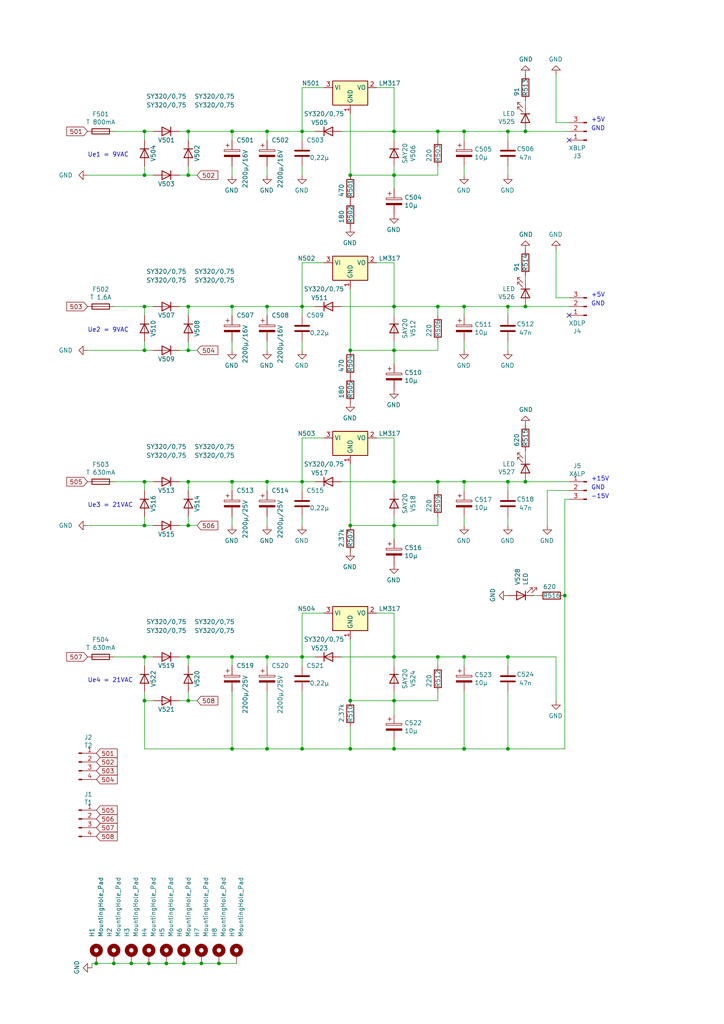
<source format=kicad_sch>
(kicad_sch (version 20230121) (generator eeschema)

  (uuid 9e6666f5-bb5c-42ef-91b9-e0e438af2f29)

  (paper "A4" portrait)

  (title_block
    (title "AAC 3/E 142-750")
    (date "2021-04-16")
    (rev "e")
    (company "Polyphonic Synthesizer \"Tiracon 6V\"")
    (comment 1 "ehem. VEB Automatisierungsanlagen Cottbus")
    (comment 2 "Netzteilleiterplatte NLP Stromlaufplan")
    (comment 4 "Analog Card Circuit")
  )

  (lib_symbols
    (symbol "Device:C" (pin_numbers hide) (pin_names (offset 0.254)) (in_bom yes) (on_board yes)
      (property "Reference" "C" (at 0.635 2.54 0)
        (effects (font (size 1.27 1.27)) (justify left))
      )
      (property "Value" "C" (at 0.635 -2.54 0)
        (effects (font (size 1.27 1.27)) (justify left))
      )
      (property "Footprint" "" (at 0.9652 -3.81 0)
        (effects (font (size 1.27 1.27)) hide)
      )
      (property "Datasheet" "~" (at 0 0 0)
        (effects (font (size 1.27 1.27)) hide)
      )
      (property "ki_keywords" "cap capacitor" (at 0 0 0)
        (effects (font (size 1.27 1.27)) hide)
      )
      (property "ki_description" "Unpolarized capacitor" (at 0 0 0)
        (effects (font (size 1.27 1.27)) hide)
      )
      (property "ki_fp_filters" "C_*" (at 0 0 0)
        (effects (font (size 1.27 1.27)) hide)
      )
      (symbol "C_0_1"
        (polyline
          (pts
            (xy -2.032 -0.762)
            (xy 2.032 -0.762)
          )
          (stroke (width 0.508) (type default))
          (fill (type none))
        )
        (polyline
          (pts
            (xy -2.032 0.762)
            (xy 2.032 0.762)
          )
          (stroke (width 0.508) (type default))
          (fill (type none))
        )
      )
      (symbol "C_1_1"
        (pin passive line (at 0 3.81 270) (length 2.794)
          (name "~" (effects (font (size 1.27 1.27))))
          (number "1" (effects (font (size 1.27 1.27))))
        )
        (pin passive line (at 0 -3.81 90) (length 2.794)
          (name "~" (effects (font (size 1.27 1.27))))
          (number "2" (effects (font (size 1.27 1.27))))
        )
      )
    )
    (symbol "Device:D" (pin_numbers hide) (pin_names (offset 1.016) hide) (in_bom yes) (on_board yes)
      (property "Reference" "D" (at 0 2.54 0)
        (effects (font (size 1.27 1.27)))
      )
      (property "Value" "D" (at 0 -2.54 0)
        (effects (font (size 1.27 1.27)))
      )
      (property "Footprint" "" (at 0 0 0)
        (effects (font (size 1.27 1.27)) hide)
      )
      (property "Datasheet" "~" (at 0 0 0)
        (effects (font (size 1.27 1.27)) hide)
      )
      (property "Sim.Device" "D" (at 0 0 0)
        (effects (font (size 1.27 1.27)) hide)
      )
      (property "Sim.Pins" "1=K 2=A" (at 0 0 0)
        (effects (font (size 1.27 1.27)) hide)
      )
      (property "ki_keywords" "diode" (at 0 0 0)
        (effects (font (size 1.27 1.27)) hide)
      )
      (property "ki_description" "Diode" (at 0 0 0)
        (effects (font (size 1.27 1.27)) hide)
      )
      (property "ki_fp_filters" "TO-???* *_Diode_* *SingleDiode* D_*" (at 0 0 0)
        (effects (font (size 1.27 1.27)) hide)
      )
      (symbol "D_0_1"
        (polyline
          (pts
            (xy -1.27 1.27)
            (xy -1.27 -1.27)
          )
          (stroke (width 0.254) (type default))
          (fill (type none))
        )
        (polyline
          (pts
            (xy 1.27 0)
            (xy -1.27 0)
          )
          (stroke (width 0) (type default))
          (fill (type none))
        )
        (polyline
          (pts
            (xy 1.27 1.27)
            (xy 1.27 -1.27)
            (xy -1.27 0)
            (xy 1.27 1.27)
          )
          (stroke (width 0.254) (type default))
          (fill (type none))
        )
      )
      (symbol "D_1_1"
        (pin passive line (at -3.81 0 0) (length 2.54)
          (name "K" (effects (font (size 1.27 1.27))))
          (number "1" (effects (font (size 1.27 1.27))))
        )
        (pin passive line (at 3.81 0 180) (length 2.54)
          (name "A" (effects (font (size 1.27 1.27))))
          (number "2" (effects (font (size 1.27 1.27))))
        )
      )
    )
    (symbol "Device:Fuse" (pin_numbers hide) (pin_names (offset 0)) (in_bom yes) (on_board yes)
      (property "Reference" "F" (at 2.032 0 90)
        (effects (font (size 1.27 1.27)))
      )
      (property "Value" "Fuse" (at -1.905 0 90)
        (effects (font (size 1.27 1.27)))
      )
      (property "Footprint" "" (at -1.778 0 90)
        (effects (font (size 1.27 1.27)) hide)
      )
      (property "Datasheet" "~" (at 0 0 0)
        (effects (font (size 1.27 1.27)) hide)
      )
      (property "ki_keywords" "fuse" (at 0 0 0)
        (effects (font (size 1.27 1.27)) hide)
      )
      (property "ki_description" "Fuse" (at 0 0 0)
        (effects (font (size 1.27 1.27)) hide)
      )
      (property "ki_fp_filters" "*Fuse*" (at 0 0 0)
        (effects (font (size 1.27 1.27)) hide)
      )
      (symbol "Fuse_0_1"
        (rectangle (start -0.762 -2.54) (end 0.762 2.54)
          (stroke (width 0.254) (type default))
          (fill (type none))
        )
        (polyline
          (pts
            (xy 0 2.54)
            (xy 0 -2.54)
          )
          (stroke (width 0) (type default))
          (fill (type none))
        )
      )
      (symbol "Fuse_1_1"
        (pin passive line (at 0 3.81 270) (length 1.27)
          (name "~" (effects (font (size 1.27 1.27))))
          (number "1" (effects (font (size 1.27 1.27))))
        )
        (pin passive line (at 0 -3.81 90) (length 1.27)
          (name "~" (effects (font (size 1.27 1.27))))
          (number "2" (effects (font (size 1.27 1.27))))
        )
      )
    )
    (symbol "Device:LED" (pin_numbers hide) (pin_names (offset 1.016) hide) (in_bom yes) (on_board yes)
      (property "Reference" "D" (at 0 2.54 0)
        (effects (font (size 1.27 1.27)))
      )
      (property "Value" "LED" (at 0 -2.54 0)
        (effects (font (size 1.27 1.27)))
      )
      (property "Footprint" "" (at 0 0 0)
        (effects (font (size 1.27 1.27)) hide)
      )
      (property "Datasheet" "~" (at 0 0 0)
        (effects (font (size 1.27 1.27)) hide)
      )
      (property "ki_keywords" "LED diode" (at 0 0 0)
        (effects (font (size 1.27 1.27)) hide)
      )
      (property "ki_description" "Light emitting diode" (at 0 0 0)
        (effects (font (size 1.27 1.27)) hide)
      )
      (property "ki_fp_filters" "LED* LED_SMD:* LED_THT:*" (at 0 0 0)
        (effects (font (size 1.27 1.27)) hide)
      )
      (symbol "LED_0_1"
        (polyline
          (pts
            (xy -1.27 -1.27)
            (xy -1.27 1.27)
          )
          (stroke (width 0.254) (type default))
          (fill (type none))
        )
        (polyline
          (pts
            (xy -1.27 0)
            (xy 1.27 0)
          )
          (stroke (width 0) (type default))
          (fill (type none))
        )
        (polyline
          (pts
            (xy 1.27 -1.27)
            (xy 1.27 1.27)
            (xy -1.27 0)
            (xy 1.27 -1.27)
          )
          (stroke (width 0.254) (type default))
          (fill (type none))
        )
        (polyline
          (pts
            (xy -3.048 -0.762)
            (xy -4.572 -2.286)
            (xy -3.81 -2.286)
            (xy -4.572 -2.286)
            (xy -4.572 -1.524)
          )
          (stroke (width 0) (type default))
          (fill (type none))
        )
        (polyline
          (pts
            (xy -1.778 -0.762)
            (xy -3.302 -2.286)
            (xy -2.54 -2.286)
            (xy -3.302 -2.286)
            (xy -3.302 -1.524)
          )
          (stroke (width 0) (type default))
          (fill (type none))
        )
      )
      (symbol "LED_1_1"
        (pin passive line (at -3.81 0 0) (length 2.54)
          (name "K" (effects (font (size 1.27 1.27))))
          (number "1" (effects (font (size 1.27 1.27))))
        )
        (pin passive line (at 3.81 0 180) (length 2.54)
          (name "A" (effects (font (size 1.27 1.27))))
          (number "2" (effects (font (size 1.27 1.27))))
        )
      )
    )
    (symbol "Device:R" (pin_numbers hide) (pin_names (offset 0)) (in_bom yes) (on_board yes)
      (property "Reference" "R" (at 2.032 0 90)
        (effects (font (size 1.27 1.27)))
      )
      (property "Value" "R" (at 0 0 90)
        (effects (font (size 1.27 1.27)))
      )
      (property "Footprint" "" (at -1.778 0 90)
        (effects (font (size 1.27 1.27)) hide)
      )
      (property "Datasheet" "~" (at 0 0 0)
        (effects (font (size 1.27 1.27)) hide)
      )
      (property "ki_keywords" "R res resistor" (at 0 0 0)
        (effects (font (size 1.27 1.27)) hide)
      )
      (property "ki_description" "Resistor" (at 0 0 0)
        (effects (font (size 1.27 1.27)) hide)
      )
      (property "ki_fp_filters" "R_*" (at 0 0 0)
        (effects (font (size 1.27 1.27)) hide)
      )
      (symbol "R_0_1"
        (rectangle (start -1.016 -2.54) (end 1.016 2.54)
          (stroke (width 0.254) (type default))
          (fill (type none))
        )
      )
      (symbol "R_1_1"
        (pin passive line (at 0 3.81 270) (length 1.27)
          (name "~" (effects (font (size 1.27 1.27))))
          (number "1" (effects (font (size 1.27 1.27))))
        )
        (pin passive line (at 0 -3.81 90) (length 1.27)
          (name "~" (effects (font (size 1.27 1.27))))
          (number "2" (effects (font (size 1.27 1.27))))
        )
      )
    )
    (symbol "Mechanical:MountingHole_Pad" (pin_numbers hide) (pin_names (offset 1.016) hide) (in_bom yes) (on_board yes)
      (property "Reference" "H" (at 0 6.35 0)
        (effects (font (size 1.27 1.27)))
      )
      (property "Value" "MountingHole_Pad" (at 0 4.445 0)
        (effects (font (size 1.27 1.27)))
      )
      (property "Footprint" "" (at 0 0 0)
        (effects (font (size 1.27 1.27)) hide)
      )
      (property "Datasheet" "~" (at 0 0 0)
        (effects (font (size 1.27 1.27)) hide)
      )
      (property "ki_keywords" "mounting hole" (at 0 0 0)
        (effects (font (size 1.27 1.27)) hide)
      )
      (property "ki_description" "Mounting Hole with connection" (at 0 0 0)
        (effects (font (size 1.27 1.27)) hide)
      )
      (property "ki_fp_filters" "MountingHole*Pad*" (at 0 0 0)
        (effects (font (size 1.27 1.27)) hide)
      )
      (symbol "MountingHole_Pad_0_1"
        (circle (center 0 1.27) (radius 1.27)
          (stroke (width 1.27) (type default))
          (fill (type none))
        )
      )
      (symbol "MountingHole_Pad_1_1"
        (pin input line (at 0 -2.54 90) (length 2.54)
          (name "1" (effects (font (size 1.27 1.27))))
          (number "1" (effects (font (size 1.27 1.27))))
        )
      )
    )
    (symbol "NLP-rescue:CP-Device" (pin_numbers hide) (pin_names (offset 0.254)) (in_bom yes) (on_board yes)
      (property "Reference" "C" (at 0.635 2.54 0)
        (effects (font (size 1.27 1.27)) (justify left))
      )
      (property "Value" "Device_CP" (at 0.635 -2.54 0)
        (effects (font (size 1.27 1.27)) (justify left))
      )
      (property "Footprint" "" (at 0.9652 -3.81 0)
        (effects (font (size 1.27 1.27)) hide)
      )
      (property "Datasheet" "" (at 0 0 0)
        (effects (font (size 1.27 1.27)) hide)
      )
      (property "ki_fp_filters" "CP_*" (at 0 0 0)
        (effects (font (size 1.27 1.27)) hide)
      )
      (symbol "CP-Device_0_1"
        (rectangle (start -2.286 0.508) (end 2.286 1.016)
          (stroke (width 0) (type solid))
          (fill (type none))
        )
        (polyline
          (pts
            (xy -1.778 2.286)
            (xy -0.762 2.286)
          )
          (stroke (width 0) (type solid))
          (fill (type none))
        )
        (polyline
          (pts
            (xy -1.27 2.794)
            (xy -1.27 1.778)
          )
          (stroke (width 0) (type solid))
          (fill (type none))
        )
        (rectangle (start 2.286 -0.508) (end -2.286 -1.016)
          (stroke (width 0) (type solid))
          (fill (type outline))
        )
      )
      (symbol "CP-Device_1_1"
        (pin passive line (at 0 3.81 270) (length 2.794)
          (name "~" (effects (font (size 1.27 1.27))))
          (number "1" (effects (font (size 1.27 1.27))))
        )
        (pin passive line (at 0 -3.81 90) (length 2.794)
          (name "~" (effects (font (size 1.27 1.27))))
          (number "2" (effects (font (size 1.27 1.27))))
        )
      )
    )
    (symbol "NLP-rescue:Conn_01x03_Male-Connector" (pin_names (offset 1.016) hide) (in_bom yes) (on_board yes)
      (property "Reference" "J" (at 0 5.08 0)
        (effects (font (size 1.27 1.27)))
      )
      (property "Value" "Connector_Conn_01x03_Male" (at 0 -5.08 0)
        (effects (font (size 1.27 1.27)))
      )
      (property "Footprint" "" (at 0 0 0)
        (effects (font (size 1.27 1.27)) hide)
      )
      (property "Datasheet" "" (at 0 0 0)
        (effects (font (size 1.27 1.27)) hide)
      )
      (property "ki_fp_filters" "Connector*:*_1x??_*" (at 0 0 0)
        (effects (font (size 1.27 1.27)) hide)
      )
      (symbol "Conn_01x03_Male-Connector_1_1"
        (polyline
          (pts
            (xy 1.27 -2.54)
            (xy 0.8636 -2.54)
          )
          (stroke (width 0.1524) (type solid))
          (fill (type none))
        )
        (polyline
          (pts
            (xy 1.27 0)
            (xy 0.8636 0)
          )
          (stroke (width 0.1524) (type solid))
          (fill (type none))
        )
        (polyline
          (pts
            (xy 1.27 2.54)
            (xy 0.8636 2.54)
          )
          (stroke (width 0.1524) (type solid))
          (fill (type none))
        )
        (rectangle (start 0.8636 -2.413) (end 0 -2.667)
          (stroke (width 0.1524) (type solid))
          (fill (type outline))
        )
        (rectangle (start 0.8636 0.127) (end 0 -0.127)
          (stroke (width 0.1524) (type solid))
          (fill (type outline))
        )
        (rectangle (start 0.8636 2.667) (end 0 2.413)
          (stroke (width 0.1524) (type solid))
          (fill (type outline))
        )
        (pin passive line (at 5.08 2.54 180) (length 3.81)
          (name "Pin_1" (effects (font (size 1.27 1.27))))
          (number "1" (effects (font (size 1.27 1.27))))
        )
        (pin passive line (at 5.08 0 180) (length 3.81)
          (name "Pin_2" (effects (font (size 1.27 1.27))))
          (number "2" (effects (font (size 1.27 1.27))))
        )
        (pin passive line (at 5.08 -2.54 180) (length 3.81)
          (name "Pin_3" (effects (font (size 1.27 1.27))))
          (number "3" (effects (font (size 1.27 1.27))))
        )
      )
    )
    (symbol "NLP-rescue:Conn_01x04_Male-Connector" (pin_names (offset 1.016) hide) (in_bom yes) (on_board yes)
      (property "Reference" "J" (at 0 5.08 0)
        (effects (font (size 1.27 1.27)))
      )
      (property "Value" "Connector_Conn_01x04_Male" (at 0 -7.62 0)
        (effects (font (size 1.27 1.27)))
      )
      (property "Footprint" "" (at 0 0 0)
        (effects (font (size 1.27 1.27)) hide)
      )
      (property "Datasheet" "" (at 0 0 0)
        (effects (font (size 1.27 1.27)) hide)
      )
      (property "ki_fp_filters" "Connector*:*_1x??_*" (at 0 0 0)
        (effects (font (size 1.27 1.27)) hide)
      )
      (symbol "Conn_01x04_Male-Connector_1_1"
        (polyline
          (pts
            (xy 1.27 -5.08)
            (xy 0.8636 -5.08)
          )
          (stroke (width 0.1524) (type solid))
          (fill (type none))
        )
        (polyline
          (pts
            (xy 1.27 -2.54)
            (xy 0.8636 -2.54)
          )
          (stroke (width 0.1524) (type solid))
          (fill (type none))
        )
        (polyline
          (pts
            (xy 1.27 0)
            (xy 0.8636 0)
          )
          (stroke (width 0.1524) (type solid))
          (fill (type none))
        )
        (polyline
          (pts
            (xy 1.27 2.54)
            (xy 0.8636 2.54)
          )
          (stroke (width 0.1524) (type solid))
          (fill (type none))
        )
        (rectangle (start 0.8636 -4.953) (end 0 -5.207)
          (stroke (width 0.1524) (type solid))
          (fill (type outline))
        )
        (rectangle (start 0.8636 -2.413) (end 0 -2.667)
          (stroke (width 0.1524) (type solid))
          (fill (type outline))
        )
        (rectangle (start 0.8636 0.127) (end 0 -0.127)
          (stroke (width 0.1524) (type solid))
          (fill (type outline))
        )
        (rectangle (start 0.8636 2.667) (end 0 2.413)
          (stroke (width 0.1524) (type solid))
          (fill (type outline))
        )
        (pin passive line (at 5.08 2.54 180) (length 3.81)
          (name "Pin_1" (effects (font (size 1.27 1.27))))
          (number "1" (effects (font (size 1.27 1.27))))
        )
        (pin passive line (at 5.08 0 180) (length 3.81)
          (name "Pin_2" (effects (font (size 1.27 1.27))))
          (number "2" (effects (font (size 1.27 1.27))))
        )
        (pin passive line (at 5.08 -2.54 180) (length 3.81)
          (name "Pin_3" (effects (font (size 1.27 1.27))))
          (number "3" (effects (font (size 1.27 1.27))))
        )
        (pin passive line (at 5.08 -5.08 180) (length 3.81)
          (name "Pin_4" (effects (font (size 1.27 1.27))))
          (number "4" (effects (font (size 1.27 1.27))))
        )
      )
    )
    (symbol "Regulator_Linear:AMS1117-1.5" (in_bom yes) (on_board yes)
      (property "Reference" "U" (at -3.81 3.175 0)
        (effects (font (size 1.27 1.27)))
      )
      (property "Value" "AMS1117-1.5" (at 0 3.175 0)
        (effects (font (size 1.27 1.27)) (justify left))
      )
      (property "Footprint" "Package_TO_SOT_SMD:SOT-223-3_TabPin2" (at 0 5.08 0)
        (effects (font (size 1.27 1.27)) hide)
      )
      (property "Datasheet" "http://www.advanced-monolithic.com/pdf/ds1117.pdf" (at 2.54 -6.35 0)
        (effects (font (size 1.27 1.27)) hide)
      )
      (property "ki_keywords" "linear regulator ldo fixed positive" (at 0 0 0)
        (effects (font (size 1.27 1.27)) hide)
      )
      (property "ki_description" "1A Low Dropout regulator, positive, 1.5V fixed output, SOT-223" (at 0 0 0)
        (effects (font (size 1.27 1.27)) hide)
      )
      (property "ki_fp_filters" "SOT?223*TabPin2*" (at 0 0 0)
        (effects (font (size 1.27 1.27)) hide)
      )
      (symbol "AMS1117-1.5_0_1"
        (rectangle (start -5.08 -5.08) (end 5.08 1.905)
          (stroke (width 0.254) (type default))
          (fill (type background))
        )
      )
      (symbol "AMS1117-1.5_1_1"
        (pin power_in line (at 0 -7.62 90) (length 2.54)
          (name "GND" (effects (font (size 1.27 1.27))))
          (number "1" (effects (font (size 1.27 1.27))))
        )
        (pin power_out line (at 7.62 0 180) (length 2.54)
          (name "VO" (effects (font (size 1.27 1.27))))
          (number "2" (effects (font (size 1.27 1.27))))
        )
        (pin power_in line (at -7.62 0 0) (length 2.54)
          (name "VI" (effects (font (size 1.27 1.27))))
          (number "3" (effects (font (size 1.27 1.27))))
        )
      )
    )
    (symbol "power:GND" (power) (pin_names (offset 0)) (in_bom yes) (on_board yes)
      (property "Reference" "#PWR" (at 0 -6.35 0)
        (effects (font (size 1.27 1.27)) hide)
      )
      (property "Value" "GND" (at 0 -3.81 0)
        (effects (font (size 1.27 1.27)))
      )
      (property "Footprint" "" (at 0 0 0)
        (effects (font (size 1.27 1.27)) hide)
      )
      (property "Datasheet" "" (at 0 0 0)
        (effects (font (size 1.27 1.27)) hide)
      )
      (property "ki_keywords" "global power" (at 0 0 0)
        (effects (font (size 1.27 1.27)) hide)
      )
      (property "ki_description" "Power symbol creates a global label with name \"GND\" , ground" (at 0 0 0)
        (effects (font (size 1.27 1.27)) hide)
      )
      (symbol "GND_0_1"
        (polyline
          (pts
            (xy 0 0)
            (xy 0 -1.27)
            (xy 1.27 -1.27)
            (xy 0 -2.54)
            (xy -1.27 -1.27)
            (xy 0 -1.27)
          )
          (stroke (width 0) (type default))
          (fill (type none))
        )
      )
      (symbol "GND_1_1"
        (pin power_in line (at 0 0 270) (length 0) hide
          (name "GND" (effects (font (size 1.27 1.27))))
          (number "1" (effects (font (size 1.27 1.27))))
        )
      )
    )
  )

  (junction (at 54.61 203.2) (diameter 0) (color 0 0 0 0)
    (uuid 00078c9c-e7fd-46fb-8c0e-763107f0973a)
  )
  (junction (at 38.1 279.4) (diameter 0) (color 0 0 0 0)
    (uuid 018c25e4-9e11-4afc-aaf1-40267709611d)
  )
  (junction (at 114.3 152.4) (diameter 0) (color 0 0 0 0)
    (uuid 075a0ed0-07a6-4042-9573-194afdea0135)
  )
  (junction (at 114.3 50.8) (diameter 0) (color 0 0 0 0)
    (uuid 09300d10-6fd5-47cc-9fe0-495cf6b08974)
  )
  (junction (at 43.18 279.4) (diameter 0) (color 0 0 0 0)
    (uuid 097dde0e-b2be-43a0-b2fa-7932be5f0511)
  )
  (junction (at 147.32 38.1) (diameter 0) (color 0 0 0 0)
    (uuid 0a0379b4-b8c7-4492-a576-ab35cf002727)
  )
  (junction (at 67.31 190.5) (diameter 0) (color 0 0 0 0)
    (uuid 152ff555-97e0-4304-a2a9-c868484a1cc8)
  )
  (junction (at 41.91 203.2) (diameter 0) (color 0 0 0 0)
    (uuid 17fbfe27-947a-48c6-8b40-2370403dfe6b)
  )
  (junction (at 54.61 38.1) (diameter 0) (color 0 0 0 0)
    (uuid 1adfe436-204b-4db3-8fce-7090433ff987)
  )
  (junction (at 114.3 38.1) (diameter 0) (color 0 0 0 0)
    (uuid 1c98a247-4496-4857-8b3d-888ad70267ee)
  )
  (junction (at 87.63 88.9) (diameter 0) (color 0 0 0 0)
    (uuid 1e5ce8b4-1a01-4736-8136-edc487fa59d4)
  )
  (junction (at 41.91 152.4) (diameter 0) (color 0 0 0 0)
    (uuid 1f2c4689-63e8-4e6a-850c-39ac6801e600)
  )
  (junction (at 54.61 101.6) (diameter 0) (color 0 0 0 0)
    (uuid 226a66ad-ebf0-463e-832f-31ab1755cd93)
  )
  (junction (at 134.62 38.1) (diameter 0) (color 0 0 0 0)
    (uuid 29908ed6-f434-4a16-b929-e68ea2156be9)
  )
  (junction (at 41.91 50.8) (diameter 0) (color 0 0 0 0)
    (uuid 2b8efe62-ee1e-4d38-aaab-cae24b6b3347)
  )
  (junction (at 147.32 139.7) (diameter 0) (color 0 0 0 0)
    (uuid 2bc24e9f-a767-4a29-b019-6321d8979e1f)
  )
  (junction (at 54.61 139.7) (diameter 0) (color 0 0 0 0)
    (uuid 30186ff6-0100-44dc-b051-31121c7944a8)
  )
  (junction (at 87.63 38.1) (diameter 0) (color 0 0 0 0)
    (uuid 301b15f0-748d-426b-87ea-915973e5b03a)
  )
  (junction (at 152.4 139.7) (diameter 0) (color 0 0 0 0)
    (uuid 45c365d0-d708-4edd-b4c4-89148ca8059a)
  )
  (junction (at 54.61 50.8) (diameter 0) (color 0 0 0 0)
    (uuid 48d0fd78-ec7f-4e23-ae4b-9b964bdf38e2)
  )
  (junction (at 163.83 172.72) (diameter 0) (color 0 0 0 0)
    (uuid 4b7dacc9-247a-4f4d-9138-5e813a573307)
  )
  (junction (at 63.5 279.4) (diameter 0) (color 0 0 0 0)
    (uuid 512058dc-7ab7-4b8c-9c47-07441e7dc5fe)
  )
  (junction (at 41.91 38.1) (diameter 0) (color 0 0 0 0)
    (uuid 581d2795-58cd-469e-b1ec-16d399004ed0)
  )
  (junction (at 27.94 279.4) (diameter 0) (color 0 0 0 0)
    (uuid 58b103dd-f121-4df0-8ab4-1d94d46fa2e2)
  )
  (junction (at 33.02 279.4) (diameter 0) (color 0 0 0 0)
    (uuid 5c21e1aa-8257-475c-9d02-15b7b4680254)
  )
  (junction (at 134.62 217.17) (diameter 0) (color 0 0 0 0)
    (uuid 5e89fd7b-59ee-4f90-896e-1812cfd60216)
  )
  (junction (at 41.91 190.5) (diameter 0) (color 0 0 0 0)
    (uuid 612e931b-4185-4492-a3bb-087594a6a855)
  )
  (junction (at 114.3 88.9) (diameter 0) (color 0 0 0 0)
    (uuid 6c8228f4-10f3-47e1-85d3-607dfb8f583b)
  )
  (junction (at 134.62 190.5) (diameter 0) (color 0 0 0 0)
    (uuid 6f4094b3-1ec8-475d-a87e-f941ab477523)
  )
  (junction (at 58.42 279.4) (diameter 0) (color 0 0 0 0)
    (uuid 712c28b8-6eb0-4708-b3ca-98e87dbebac0)
  )
  (junction (at 41.91 101.6) (diameter 0) (color 0 0 0 0)
    (uuid 71d63793-fa87-470b-8788-60571cdf73c3)
  )
  (junction (at 41.91 139.7) (diameter 0) (color 0 0 0 0)
    (uuid 761f09eb-6baa-42ed-956d-b373a30c561e)
  )
  (junction (at 101.6 101.6) (diameter 0) (color 0 0 0 0)
    (uuid 7cc3373a-b47c-4004-a532-1163ccfbe3cd)
  )
  (junction (at 67.31 139.7) (diameter 0) (color 0 0 0 0)
    (uuid 87f6ded5-0b42-4112-8db6-92e126e297d0)
  )
  (junction (at 114.3 217.17) (diameter 0) (color 0 0 0 0)
    (uuid 88ac9991-f6f8-4278-b217-7edf2b29ad96)
  )
  (junction (at 87.63 139.7) (diameter 0) (color 0 0 0 0)
    (uuid 8ade4119-7096-41c4-a548-95334d7d4fd0)
  )
  (junction (at 54.61 190.5) (diameter 0) (color 0 0 0 0)
    (uuid 91c25c50-efa2-4212-b60e-9677b465becb)
  )
  (junction (at 53.34 279.4) (diameter 0) (color 0 0 0 0)
    (uuid 94f39a7f-d0ce-428f-88c5-381740f29df2)
  )
  (junction (at 54.61 152.4) (diameter 0) (color 0 0 0 0)
    (uuid 9902cadc-78e6-4998-bae2-ceee823ab5e7)
  )
  (junction (at 147.32 88.9) (diameter 0) (color 0 0 0 0)
    (uuid 9cd8743f-e252-4b6e-b515-8b080f52a695)
  )
  (junction (at 87.63 190.5) (diameter 0) (color 0 0 0 0)
    (uuid 9ec40228-9c3e-4d87-9d8a-2a410e5262c8)
  )
  (junction (at 127 38.1) (diameter 0) (color 0 0 0 0)
    (uuid a21d462d-7627-495b-8c16-a7bef7521909)
  )
  (junction (at 114.3 190.5) (diameter 0) (color 0 0 0 0)
    (uuid accd1cf6-3b1f-42f6-b403-7cfe50aabbb9)
  )
  (junction (at 101.6 203.2) (diameter 0) (color 0 0 0 0)
    (uuid acd18384-b97e-41ab-a32c-ed0e4730ef9e)
  )
  (junction (at 77.47 38.1) (diameter 0) (color 0 0 0 0)
    (uuid ad39294f-3fe1-4c47-b521-f3d57e10be4a)
  )
  (junction (at 48.26 279.4) (diameter 0) (color 0 0 0 0)
    (uuid ade440eb-66b1-4884-b5f8-f02174582c4d)
  )
  (junction (at 114.3 203.2) (diameter 0) (color 0 0 0 0)
    (uuid ae040f36-57da-4d76-ba55-c19189656a48)
  )
  (junction (at 147.32 217.17) (diameter 0) (color 0 0 0 0)
    (uuid b37160d4-8401-4648-b069-1be3b964aba0)
  )
  (junction (at 77.47 139.7) (diameter 0) (color 0 0 0 0)
    (uuid b44117e7-d0ff-4501-a75a-98e6b9cb1e41)
  )
  (junction (at 67.31 88.9) (diameter 0) (color 0 0 0 0)
    (uuid b757a448-f234-4117-b383-7630488f435e)
  )
  (junction (at 134.62 139.7) (diameter 0) (color 0 0 0 0)
    (uuid ba64e4bc-3300-4124-881a-4d6bdadcffc0)
  )
  (junction (at 101.6 50.8) (diameter 0) (color 0 0 0 0)
    (uuid c80e8f58-60f2-4241-99bd-c963fe67560b)
  )
  (junction (at 77.47 88.9) (diameter 0) (color 0 0 0 0)
    (uuid c8f1ffd4-0b36-4b66-994a-04b0fa7e86cb)
  )
  (junction (at 67.31 38.1) (diameter 0) (color 0 0 0 0)
    (uuid d0388059-4125-440b-abc4-7a234d0643a6)
  )
  (junction (at 77.47 217.17) (diameter 0) (color 0 0 0 0)
    (uuid d2222d2e-d99d-4f51-8506-c1fc5ff50637)
  )
  (junction (at 77.47 190.5) (diameter 0) (color 0 0 0 0)
    (uuid d368ac7c-b8be-4cc0-9bd8-ec9212668c69)
  )
  (junction (at 152.4 88.9) (diameter 0) (color 0 0 0 0)
    (uuid d3b92fd7-00fa-491a-9d66-32e94ebb3507)
  )
  (junction (at 41.91 88.9) (diameter 0) (color 0 0 0 0)
    (uuid ded46bbe-cb4c-4d19-8d1a-15160042d10b)
  )
  (junction (at 87.63 217.17) (diameter 0) (color 0 0 0 0)
    (uuid df3e6686-f80e-4549-9567-d0c400789518)
  )
  (junction (at 147.32 190.5) (diameter 0) (color 0 0 0 0)
    (uuid e1570ddf-6538-4884-8165-bf650dd95abe)
  )
  (junction (at 134.62 88.9) (diameter 0) (color 0 0 0 0)
    (uuid e9081491-5f07-418c-a449-6dee03dc4d93)
  )
  (junction (at 54.61 88.9) (diameter 0) (color 0 0 0 0)
    (uuid ec34eacd-b55d-4d55-a97f-73552149f02a)
  )
  (junction (at 127 190.5) (diameter 0) (color 0 0 0 0)
    (uuid ec367c0a-a086-4793-b48c-11bf133a8e5b)
  )
  (junction (at 67.31 217.17) (diameter 0) (color 0 0 0 0)
    (uuid ecba1838-f8f3-4f28-9b50-ab96fc924fa5)
  )
  (junction (at 152.4 38.1) (diameter 0) (color 0 0 0 0)
    (uuid eeae95a5-055a-450f-b2f6-7b73c4eb0ee3)
  )
  (junction (at 114.3 139.7) (diameter 0) (color 0 0 0 0)
    (uuid ef74cd0b-d42f-4c04-a0cd-484d97706dc8)
  )
  (junction (at 114.3 101.6) (diameter 0) (color 0 0 0 0)
    (uuid ef7deb73-c029-47d4-8ad3-c8e0472940fb)
  )
  (junction (at 127 88.9) (diameter 0) (color 0 0 0 0)
    (uuid f3e79f3b-534d-4249-af6a-3dbd8a6779fe)
  )
  (junction (at 127 139.7) (diameter 0) (color 0 0 0 0)
    (uuid f6194aca-92ea-4b02-877d-30deaa88ad31)
  )
  (junction (at 101.6 152.4) (diameter 0) (color 0 0 0 0)
    (uuid f7583bb6-924b-4803-907f-2a4f34c467e4)
  )
  (junction (at 101.6 217.17) (diameter 0) (color 0 0 0 0)
    (uuid fbfdb0e8-7dfa-4500-b935-556a5e47f1e3)
  )

  (no_connect (at 165.1 40.64) (uuid 5cff356a-ba0f-44a5-ac5b-5a09b86ba702))
  (no_connect (at 165.1 91.44) (uuid 8e0ab956-2296-4a83-abb5-87477d72d1c6))

  (wire (pts (xy 163.83 172.72) (xy 163.83 217.17))
    (stroke (width 0) (type default))
    (uuid 034bf16f-85fd-4adf-9600-ac420e69495f)
  )
  (wire (pts (xy 147.32 217.17) (xy 163.83 217.17))
    (stroke (width 0) (type default))
    (uuid 044667ec-fa30-4bda-92b2-733691d287b6)
  )
  (wire (pts (xy 114.3 190.5) (xy 114.3 193.04))
    (stroke (width 0) (type default))
    (uuid 05912eb2-a4ff-47b9-82e8-8af0b5505d48)
  )
  (wire (pts (xy 101.6 217.17) (xy 114.3 217.17))
    (stroke (width 0) (type default))
    (uuid 08a092fb-471b-4e00-9c9d-a8d7089e558d)
  )
  (wire (pts (xy 77.47 99.06) (xy 77.47 101.6))
    (stroke (width 0) (type default))
    (uuid 08bce4d7-610c-4cad-97ef-bfb8dfb1a06f)
  )
  (wire (pts (xy 41.91 190.5) (xy 44.45 190.5))
    (stroke (width 0) (type default))
    (uuid 0986af62-400c-47af-a356-7fb9e0b627a3)
  )
  (wire (pts (xy 43.18 279.4) (xy 48.26 279.4))
    (stroke (width 0) (type default))
    (uuid 0b8b293a-5069-46a2-bd08-9df08cd9dded)
  )
  (wire (pts (xy 77.47 91.44) (xy 77.47 88.9))
    (stroke (width 0) (type default))
    (uuid 0c523f18-3fb7-404c-afb1-155836cd77b5)
  )
  (wire (pts (xy 63.5 279.4) (xy 68.58 279.4))
    (stroke (width 0) (type default))
    (uuid 0cb24bbe-bfc7-44fb-ba57-9d745959b65d)
  )
  (wire (pts (xy 101.6 152.4) (xy 114.3 152.4))
    (stroke (width 0) (type default))
    (uuid 0ce36ff1-1c5b-4d6d-b846-d65dd37ce3d4)
  )
  (wire (pts (xy 52.07 88.9) (xy 54.61 88.9))
    (stroke (width 0) (type default))
    (uuid 0e753564-ed02-49e0-83e0-6fa7e9f8d00e)
  )
  (wire (pts (xy 87.63 217.17) (xy 101.6 217.17))
    (stroke (width 0) (type default))
    (uuid 0f0ef510-423c-43c7-abac-bb56ae3422ce)
  )
  (wire (pts (xy 41.91 217.17) (xy 67.31 217.17))
    (stroke (width 0) (type default))
    (uuid 0fac442e-2add-418e-aca1-70efde2cbc94)
  )
  (wire (pts (xy 127 40.64) (xy 127 38.1))
    (stroke (width 0) (type default))
    (uuid 1075eef3-7588-4a53-a066-8ad0f3790112)
  )
  (wire (pts (xy 114.3 203.2) (xy 114.3 200.66))
    (stroke (width 0) (type default))
    (uuid 10d81f39-2327-4773-868f-2198b7e6070e)
  )
  (wire (pts (xy 87.63 48.26) (xy 87.63 50.8))
    (stroke (width 0) (type default))
    (uuid 118639dd-d0ed-48ab-8c9e-20ffe46c7f26)
  )
  (wire (pts (xy 114.3 152.4) (xy 127 152.4))
    (stroke (width 0) (type default))
    (uuid 12da00bd-e386-4511-a519-20ac7b484f8d)
  )
  (wire (pts (xy 77.47 217.17) (xy 87.63 217.17))
    (stroke (width 0) (type default))
    (uuid 16018e15-2d50-4524-a021-23520d38e4f0)
  )
  (wire (pts (xy 127 101.6) (xy 127 99.06))
    (stroke (width 0) (type default))
    (uuid 18f68462-3729-4192-a6b3-6f265947bb99)
  )
  (wire (pts (xy 67.31 91.44) (xy 67.31 88.9))
    (stroke (width 0) (type default))
    (uuid 19744a68-97d2-414d-bc04-8c71effe6743)
  )
  (wire (pts (xy 67.31 88.9) (xy 77.47 88.9))
    (stroke (width 0) (type default))
    (uuid 1a79675a-2907-47e2-aff6-561d04eb8809)
  )
  (wire (pts (xy 114.3 88.9) (xy 114.3 76.2))
    (stroke (width 0) (type default))
    (uuid 1bcb4b90-081e-4e8b-b58b-a5aef3de0607)
  )
  (wire (pts (xy 87.63 127) (xy 87.63 139.7))
    (stroke (width 0) (type default))
    (uuid 1bceaa26-2aca-4ab4-b280-0732470e4557)
  )
  (wire (pts (xy 52.07 101.6) (xy 54.61 101.6))
    (stroke (width 0) (type default))
    (uuid 1be09b91-98d4-46ef-aee9-a05f850c80b0)
  )
  (wire (pts (xy 114.3 190.5) (xy 114.3 177.8))
    (stroke (width 0) (type default))
    (uuid 1cea4d6f-b282-42ea-b337-dd05267169f9)
  )
  (wire (pts (xy 134.62 88.9) (xy 134.62 91.44))
    (stroke (width 0) (type default))
    (uuid 1dbb73b7-af46-41b9-84b1-55fccd4867cb)
  )
  (wire (pts (xy 114.3 127) (xy 109.22 127))
    (stroke (width 0) (type default))
    (uuid 1dd5e1c5-5522-491f-ac06-d680140906a7)
  )
  (wire (pts (xy 114.3 50.8) (xy 127 50.8))
    (stroke (width 0) (type default))
    (uuid 1f33b521-2294-4a74-9b0a-044c70494d73)
  )
  (wire (pts (xy 127 38.1) (xy 134.62 38.1))
    (stroke (width 0) (type default))
    (uuid 208ca05e-c01a-4f76-906d-b56706c04b6c)
  )
  (wire (pts (xy 87.63 177.8) (xy 87.63 190.5))
    (stroke (width 0) (type default))
    (uuid 222df648-81a8-46a1-9515-d578378c1ee3)
  )
  (wire (pts (xy 127 190.5) (xy 134.62 190.5))
    (stroke (width 0) (type default))
    (uuid 2475d834-aab5-4496-8e2a-61f0d2d90454)
  )
  (wire (pts (xy 41.91 38.1) (xy 44.45 38.1))
    (stroke (width 0) (type default))
    (uuid 24e4d43f-d6bc-42b3-9f47-2ef45c470f2b)
  )
  (wire (pts (xy 114.3 139.7) (xy 114.3 142.24))
    (stroke (width 0) (type default))
    (uuid 2507c639-7114-4181-a48c-679cff6b9db7)
  )
  (wire (pts (xy 114.3 38.1) (xy 127 38.1))
    (stroke (width 0) (type default))
    (uuid 288dafdf-1771-4a81-abd4-3d61695aea87)
  )
  (wire (pts (xy 57.15 101.6) (xy 54.61 101.6))
    (stroke (width 0) (type default))
    (uuid 29739776-0248-43ae-9796-aed4f1ca5f3e)
  )
  (wire (pts (xy 152.4 80.01) (xy 152.4 81.28))
    (stroke (width 0) (type default))
    (uuid 2ac01442-b347-42bd-a749-a8facf1f24d2)
  )
  (wire (pts (xy 41.91 99.06) (xy 41.91 101.6))
    (stroke (width 0) (type default))
    (uuid 2b0faa86-a4ed-4088-a59e-997ea6677908)
  )
  (wire (pts (xy 114.3 177.8) (xy 109.22 177.8))
    (stroke (width 0) (type default))
    (uuid 2bc8c5e4-cdc4-4af9-8833-6f0f638a72d8)
  )
  (wire (pts (xy 52.07 152.4) (xy 54.61 152.4))
    (stroke (width 0) (type default))
    (uuid 2e0cc415-dac8-43ef-b448-8c60388a85da)
  )
  (wire (pts (xy 99.06 38.1) (xy 114.3 38.1))
    (stroke (width 0) (type default))
    (uuid 2ebd4113-7d13-4bee-a6dd-08351c894942)
  )
  (wire (pts (xy 77.47 193.04) (xy 77.47 190.5))
    (stroke (width 0) (type default))
    (uuid 2efcff6d-7f05-4891-b26d-e670dab41aae)
  )
  (wire (pts (xy 77.47 190.5) (xy 87.63 190.5))
    (stroke (width 0) (type default))
    (uuid 2f909c54-2dcf-40f6-a8d8-87d8207faa3c)
  )
  (wire (pts (xy 67.31 38.1) (xy 77.47 38.1))
    (stroke (width 0) (type default))
    (uuid 306e7c5c-2180-4f58-b82b-c1b0c1872421)
  )
  (wire (pts (xy 54.61 203.2) (xy 54.61 200.66))
    (stroke (width 0) (type default))
    (uuid 30e7d2b3-29fe-4b0e-b803-a8e999fe7253)
  )
  (wire (pts (xy 41.91 88.9) (xy 44.45 88.9))
    (stroke (width 0) (type default))
    (uuid 315cc54f-970b-434c-b688-a934969eec13)
  )
  (wire (pts (xy 77.47 142.24) (xy 77.47 139.7))
    (stroke (width 0) (type default))
    (uuid 3219ea7b-ed53-4753-89da-9b359db59582)
  )
  (wire (pts (xy 54.61 38.1) (xy 54.61 40.64))
    (stroke (width 0) (type default))
    (uuid 33a75740-627a-4158-b203-73855c7da2c8)
  )
  (wire (pts (xy 54.61 50.8) (xy 54.61 48.26))
    (stroke (width 0) (type default))
    (uuid 355b350a-8c18-41af-b735-7b8923e05f3c)
  )
  (wire (pts (xy 41.91 139.7) (xy 41.91 142.24))
    (stroke (width 0) (type default))
    (uuid 36057660-5686-446a-a1df-cab7d1d46407)
  )
  (wire (pts (xy 93.98 177.8) (xy 87.63 177.8))
    (stroke (width 0) (type default))
    (uuid 3712b989-1254-4bd5-ad58-76dd21531674)
  )
  (wire (pts (xy 158.75 142.24) (xy 165.1 142.24))
    (stroke (width 0) (type default))
    (uuid 37685488-4764-48dd-816e-6880e881feeb)
  )
  (wire (pts (xy 114.3 203.2) (xy 127 203.2))
    (stroke (width 0) (type default))
    (uuid 3831aefe-bf0f-482d-88d8-4a8ba41b67a8)
  )
  (wire (pts (xy 93.98 127) (xy 87.63 127))
    (stroke (width 0) (type default))
    (uuid 395a300a-ce5d-4e9d-a2e0-4a13fd006462)
  )
  (wire (pts (xy 114.3 50.8) (xy 114.3 48.26))
    (stroke (width 0) (type default))
    (uuid 39d47f68-30cd-4834-9e8c-6f5fd956e8cc)
  )
  (wire (pts (xy 33.02 139.7) (xy 41.91 139.7))
    (stroke (width 0) (type default))
    (uuid 3c4133b2-f9b9-4f54-9321-0e7d6bd4d06a)
  )
  (wire (pts (xy 77.47 48.26) (xy 77.47 50.8))
    (stroke (width 0) (type default))
    (uuid 422502d9-2ed7-43a5-9002-f1171638d11a)
  )
  (wire (pts (xy 101.6 203.2) (xy 114.3 203.2))
    (stroke (width 0) (type default))
    (uuid 43dd6eea-a2f8-464d-9858-cd312fdb1ceb)
  )
  (wire (pts (xy 114.3 152.4) (xy 114.3 156.21))
    (stroke (width 0) (type default))
    (uuid 4a16c296-a790-416a-bd0d-4f7bd53e3f33)
  )
  (wire (pts (xy 26.67 279.4) (xy 27.94 279.4))
    (stroke (width 0) (type default))
    (uuid 4a21c5ce-3d51-4719-bba5-50f7a6289e42)
  )
  (wire (pts (xy 114.3 139.7) (xy 127 139.7))
    (stroke (width 0) (type default))
    (uuid 4a47d982-1310-4cba-b01f-1e3fb647617c)
  )
  (wire (pts (xy 26.67 280.67) (xy 26.67 279.4))
    (stroke (width 0) (type default))
    (uuid 4b3a08b0-eb6e-4c9d-b920-9630ebef52f4)
  )
  (wire (pts (xy 53.34 279.4) (xy 58.42 279.4))
    (stroke (width 0) (type default))
    (uuid 4ca486d7-bb65-4915-a07c-61b8dd22f81b)
  )
  (wire (pts (xy 161.29 203.2) (xy 161.29 190.5))
    (stroke (width 0) (type default))
    (uuid 4cf3e73c-7bf2-4455-be87-ed2a7c461f58)
  )
  (wire (pts (xy 67.31 139.7) (xy 77.47 139.7))
    (stroke (width 0) (type default))
    (uuid 4ddff8ac-1360-4cd5-9dcf-0b99a0a01e75)
  )
  (wire (pts (xy 114.3 101.6) (xy 127 101.6))
    (stroke (width 0) (type default))
    (uuid 50957143-b540-4191-8e31-7665cc2fdfd0)
  )
  (wire (pts (xy 54.61 190.5) (xy 67.31 190.5))
    (stroke (width 0) (type default))
    (uuid 51bda4de-c2f1-4db9-853a-8cdedd32b934)
  )
  (wire (pts (xy 77.47 88.9) (xy 87.63 88.9))
    (stroke (width 0) (type default))
    (uuid 51c075d1-e557-43d4-b8a1-e41350beb2e9)
  )
  (wire (pts (xy 127 152.4) (xy 127 149.86))
    (stroke (width 0) (type default))
    (uuid 52c152e4-1899-4423-9d7a-c33a9803d9fe)
  )
  (wire (pts (xy 25.4 50.8) (xy 41.91 50.8))
    (stroke (width 0) (type default))
    (uuid 52c3dd4e-f07d-4525-a756-f34ae696c61a)
  )
  (wire (pts (xy 27.94 279.4) (xy 33.02 279.4))
    (stroke (width 0) (type default))
    (uuid 544c236a-d2e2-4c31-bc50-d7f1be506c7a)
  )
  (wire (pts (xy 127 193.04) (xy 127 190.5))
    (stroke (width 0) (type default))
    (uuid 54bff73a-3ed4-4ee3-8c01-939307dbe8e4)
  )
  (wire (pts (xy 87.63 190.5) (xy 87.63 193.04))
    (stroke (width 0) (type default))
    (uuid 575b7a35-03d2-48a6-8644-d7b0eef4e19f)
  )
  (wire (pts (xy 41.91 50.8) (xy 44.45 50.8))
    (stroke (width 0) (type default))
    (uuid 5972a3c0-6cec-4513-8366-97d81874cf12)
  )
  (wire (pts (xy 147.32 149.86) (xy 147.32 152.4))
    (stroke (width 0) (type default))
    (uuid 599201eb-5144-4de7-a5aa-88d60c8bd601)
  )
  (wire (pts (xy 87.63 190.5) (xy 91.44 190.5))
    (stroke (width 0) (type default))
    (uuid 5adfcd0e-9566-4885-be3e-d01f8d710b05)
  )
  (wire (pts (xy 87.63 38.1) (xy 87.63 40.64))
    (stroke (width 0) (type default))
    (uuid 5d396a39-0655-40e1-92d1-a0d6d4a408f7)
  )
  (wire (pts (xy 67.31 99.06) (xy 67.31 101.6))
    (stroke (width 0) (type default))
    (uuid 5e1137dd-c6aa-4f7b-ac07-f0e006d875f5)
  )
  (wire (pts (xy 67.31 217.17) (xy 77.47 217.17))
    (stroke (width 0) (type default))
    (uuid 5e877386-e2a6-4124-a528-136e8f87ec94)
  )
  (wire (pts (xy 114.3 88.9) (xy 127 88.9))
    (stroke (width 0) (type default))
    (uuid 5e89a389-95d2-452f-9d22-b7a84377c5f6)
  )
  (wire (pts (xy 134.62 200.66) (xy 134.62 217.17))
    (stroke (width 0) (type default))
    (uuid 5fa3a06d-ed2f-445d-8248-50090b945951)
  )
  (wire (pts (xy 147.32 88.9) (xy 152.4 88.9))
    (stroke (width 0) (type default))
    (uuid 60d692e8-c02c-4dc2-a87c-242cc0124b19)
  )
  (wire (pts (xy 152.4 139.7) (xy 165.1 139.7))
    (stroke (width 0) (type default))
    (uuid 61c58949-22d0-459e-83c7-87005219ab81)
  )
  (wire (pts (xy 57.15 152.4) (xy 54.61 152.4))
    (stroke (width 0) (type default))
    (uuid 6299c7bf-2c95-4b1b-8325-43806b903dd6)
  )
  (wire (pts (xy 54.61 139.7) (xy 67.31 139.7))
    (stroke (width 0) (type default))
    (uuid 63112f52-331c-424e-8d16-6389d18befdb)
  )
  (wire (pts (xy 41.91 190.5) (xy 41.91 193.04))
    (stroke (width 0) (type default))
    (uuid 6336fbbe-41af-4182-992b-f932988662d9)
  )
  (wire (pts (xy 134.62 217.17) (xy 147.32 217.17))
    (stroke (width 0) (type default))
    (uuid 63c48966-335c-4b10-920c-f74ab46d89fd)
  )
  (wire (pts (xy 41.91 203.2) (xy 44.45 203.2))
    (stroke (width 0) (type default))
    (uuid 641005e1-93e5-4756-b55b-2dbba93ad90c)
  )
  (wire (pts (xy 134.62 139.7) (xy 147.32 139.7))
    (stroke (width 0) (type default))
    (uuid 643e5627-31b7-45e9-be05-1b3964ca192a)
  )
  (wire (pts (xy 114.3 214.63) (xy 114.3 217.17))
    (stroke (width 0) (type default))
    (uuid 65d97e95-6ae2-483c-8611-efb1532f86fe)
  )
  (wire (pts (xy 101.6 134.62) (xy 101.6 152.4))
    (stroke (width 0) (type default))
    (uuid 66adc257-3035-437c-b615-06e01ebd2f21)
  )
  (wire (pts (xy 134.62 149.86) (xy 134.62 152.4))
    (stroke (width 0) (type default))
    (uuid 66dd23ae-74be-4e40-aa6d-bf46005b9c88)
  )
  (wire (pts (xy 114.3 203.2) (xy 114.3 207.01))
    (stroke (width 0) (type default))
    (uuid 6957c724-ad02-4717-856c-9978e156cb13)
  )
  (wire (pts (xy 54.61 139.7) (xy 54.61 142.24))
    (stroke (width 0) (type default))
    (uuid 69853261-5727-49df-8720-ad5d22b823bd)
  )
  (wire (pts (xy 152.4 130.81) (xy 152.4 132.08))
    (stroke (width 0) (type default))
    (uuid 6c40f3bc-1710-4af0-be6d-cea418e1e556)
  )
  (wire (pts (xy 147.32 99.06) (xy 147.32 101.6))
    (stroke (width 0) (type default))
    (uuid 6c9531b2-309a-40aa-8952-ddcdc9c5d823)
  )
  (wire (pts (xy 114.3 139.7) (xy 114.3 127))
    (stroke (width 0) (type default))
    (uuid 6f82214a-3c10-4260-9cc5-5da143790226)
  )
  (wire (pts (xy 67.31 190.5) (xy 77.47 190.5))
    (stroke (width 0) (type default))
    (uuid 703a4ff3-5c8e-411f-8930-78e676dc4585)
  )
  (wire (pts (xy 127 142.24) (xy 127 139.7))
    (stroke (width 0) (type default))
    (uuid 71447406-9660-4bad-abbd-8c8d2afc69af)
  )
  (wire (pts (xy 52.07 190.5) (xy 54.61 190.5))
    (stroke (width 0) (type default))
    (uuid 716cf86f-ef62-4998-86fa-d8280b83abc0)
  )
  (wire (pts (xy 147.32 200.66) (xy 147.32 217.17))
    (stroke (width 0) (type default))
    (uuid 73338657-4b7b-45f2-8c88-e05bff4c0416)
  )
  (wire (pts (xy 41.91 152.4) (xy 44.45 152.4))
    (stroke (width 0) (type default))
    (uuid 737d5f8a-5138-4867-bee7-de5a8a56cf52)
  )
  (wire (pts (xy 99.06 190.5) (xy 114.3 190.5))
    (stroke (width 0) (type default))
    (uuid 75b5a045-90d9-4197-b339-44b56eb44c20)
  )
  (wire (pts (xy 134.62 190.5) (xy 147.32 190.5))
    (stroke (width 0) (type default))
    (uuid 765e8fe9-6257-4948-a2d8-d2256f9c4877)
  )
  (wire (pts (xy 93.98 25.4) (xy 87.63 25.4))
    (stroke (width 0) (type default))
    (uuid 77262d1a-213b-4741-875e-63d2298d907e)
  )
  (wire (pts (xy 54.61 88.9) (xy 54.61 91.44))
    (stroke (width 0) (type default))
    (uuid 7d9e942d-040c-4dd7-b13a-c6011667e9b2)
  )
  (wire (pts (xy 147.32 38.1) (xy 147.32 40.64))
    (stroke (width 0) (type default))
    (uuid 7ed5fa8f-66e0-45f7-add5-2d46d2478ee1)
  )
  (wire (pts (xy 54.61 101.6) (xy 54.61 99.06))
    (stroke (width 0) (type default))
    (uuid 7f622a3d-6284-43a6-b520-a69dd36fae95)
  )
  (wire (pts (xy 54.61 190.5) (xy 54.61 193.04))
    (stroke (width 0) (type default))
    (uuid 80ad1db2-3f34-4e84-a4de-bc6e0434b4ac)
  )
  (wire (pts (xy 67.31 48.26) (xy 67.31 50.8))
    (stroke (width 0) (type default))
    (uuid 824dad3b-3074-4ad0-b34d-9170cce0ff13)
  )
  (wire (pts (xy 127 91.44) (xy 127 88.9))
    (stroke (width 0) (type default))
    (uuid 83464c48-feff-4ca1-b171-04d334992eb9)
  )
  (wire (pts (xy 52.07 139.7) (xy 54.61 139.7))
    (stroke (width 0) (type default))
    (uuid 839c4a27-6fbc-4e34-b9bb-5d52e28983b5)
  )
  (wire (pts (xy 54.61 38.1) (xy 67.31 38.1))
    (stroke (width 0) (type default))
    (uuid 83c4e5a3-a534-4149-a8e6-b4178aeecf8a)
  )
  (wire (pts (xy 152.4 29.21) (xy 152.4 30.48))
    (stroke (width 0) (type default))
    (uuid 8556805b-81f0-4894-9251-1344ffa1df89)
  )
  (wire (pts (xy 67.31 142.24) (xy 67.31 139.7))
    (stroke (width 0) (type default))
    (uuid 85dd4f37-b80b-42f2-9699-5e53a8042329)
  )
  (wire (pts (xy 77.47 38.1) (xy 87.63 38.1))
    (stroke (width 0) (type default))
    (uuid 8682c68f-4fdc-4d44-b5a4-522d33dab641)
  )
  (wire (pts (xy 156.21 172.72) (xy 154.94 172.72))
    (stroke (width 0) (type default))
    (uuid 87cf0835-64ea-4276-a987-deee1ed2ae7e)
  )
  (wire (pts (xy 41.91 88.9) (xy 41.91 91.44))
    (stroke (width 0) (type default))
    (uuid 88bef8b0-0217-4b20-a64e-e788daf57a0b)
  )
  (wire (pts (xy 147.32 38.1) (xy 152.4 38.1))
    (stroke (width 0) (type default))
    (uuid 8bcbcb01-614d-4189-9e9c-1a2d6edab8de)
  )
  (wire (pts (xy 77.47 149.86) (xy 77.47 152.4))
    (stroke (width 0) (type default))
    (uuid 8bd74d61-237c-4195-a563-0fbf8cb6df73)
  )
  (wire (pts (xy 152.4 88.9) (xy 165.1 88.9))
    (stroke (width 0) (type default))
    (uuid 8e4a234b-2ecd-4ead-bf35-c3019bb60120)
  )
  (wire (pts (xy 114.3 76.2) (xy 109.22 76.2))
    (stroke (width 0) (type default))
    (uuid 8f40aafe-f130-4098-9d66-ffa4a6cbf43b)
  )
  (wire (pts (xy 67.31 200.66) (xy 67.31 217.17))
    (stroke (width 0) (type default))
    (uuid 901e8fa3-e6b1-4814-81a5-8ae1e2afef30)
  )
  (wire (pts (xy 33.02 190.5) (xy 41.91 190.5))
    (stroke (width 0) (type default))
    (uuid 915cf84c-5200-4f9f-b4dc-cec50f59df9c)
  )
  (wire (pts (xy 114.3 152.4) (xy 114.3 149.86))
    (stroke (width 0) (type default))
    (uuid 94337422-3fc1-4f2a-a905-a8d680123a91)
  )
  (wire (pts (xy 87.63 139.7) (xy 87.63 142.24))
    (stroke (width 0) (type default))
    (uuid 958d41b4-1ae4-4dd2-a6bf-baa83fc469ea)
  )
  (wire (pts (xy 147.32 88.9) (xy 147.32 91.44))
    (stroke (width 0) (type default))
    (uuid 95ddcf2e-a7b9-4e46-96fb-ce634be773cf)
  )
  (wire (pts (xy 127 88.9) (xy 134.62 88.9))
    (stroke (width 0) (type default))
    (uuid 971b11c2-83a8-416e-8da7-3439fa01f224)
  )
  (wire (pts (xy 67.31 40.64) (xy 67.31 38.1))
    (stroke (width 0) (type default))
    (uuid 974d05ce-c2c8-4c92-907c-beb0089792d1)
  )
  (wire (pts (xy 161.29 190.5) (xy 147.32 190.5))
    (stroke (width 0) (type default))
    (uuid 9863834d-7029-4da0-b096-dd83d0fa49ac)
  )
  (wire (pts (xy 41.91 203.2) (xy 41.91 217.17))
    (stroke (width 0) (type default))
    (uuid 99046778-3827-4332-a217-4dc402005bfb)
  )
  (wire (pts (xy 161.29 72.39) (xy 161.29 86.36))
    (stroke (width 0) (type default))
    (uuid 99053011-196a-45cd-8cf5-9c6400b2a18d)
  )
  (wire (pts (xy 152.4 38.1) (xy 165.1 38.1))
    (stroke (width 0) (type default))
    (uuid 998690a8-45ea-4f32-9e95-c1426acf238d)
  )
  (wire (pts (xy 163.83 144.78) (xy 163.83 172.72))
    (stroke (width 0) (type default))
    (uuid 9af5aabe-47c1-445c-bd9b-518747ea59b9)
  )
  (wire (pts (xy 134.62 99.06) (xy 134.62 101.6))
    (stroke (width 0) (type default))
    (uuid 9bbadc05-58b7-4ffc-9660-238e43c92f6f)
  )
  (wire (pts (xy 87.63 88.9) (xy 91.44 88.9))
    (stroke (width 0) (type default))
    (uuid 9cb6d14e-c925-4e94-843b-6e470348c460)
  )
  (wire (pts (xy 52.07 38.1) (xy 54.61 38.1))
    (stroke (width 0) (type default))
    (uuid 9f63671a-0873-4a38-aa7d-77832c25d17e)
  )
  (wire (pts (xy 77.47 40.64) (xy 77.47 38.1))
    (stroke (width 0) (type default))
    (uuid 9ff2314d-7a1b-4a55-ac5b-e8a70eca1376)
  )
  (wire (pts (xy 41.91 48.26) (xy 41.91 50.8))
    (stroke (width 0) (type default))
    (uuid 9ffc3a6a-9bc8-4ec5-bfbc-86507c2de7e5)
  )
  (wire (pts (xy 25.4 101.6) (xy 41.91 101.6))
    (stroke (width 0) (type default))
    (uuid a4a2f5e5-5431-48c8-b90c-8d36f9c932e5)
  )
  (wire (pts (xy 57.15 203.2) (xy 54.61 203.2))
    (stroke (width 0) (type default))
    (uuid a4f86f66-e8bf-4f76-bd58-7c9567e954ea)
  )
  (wire (pts (xy 127 203.2) (xy 127 200.66))
    (stroke (width 0) (type default))
    (uuid a87becbe-0a7c-472b-83c3-f53329c748c2)
  )
  (wire (pts (xy 57.15 50.8) (xy 54.61 50.8))
    (stroke (width 0) (type default))
    (uuid a984aacd-316b-41af-8ca5-03a71e604125)
  )
  (wire (pts (xy 127 50.8) (xy 127 48.26))
    (stroke (width 0) (type default))
    (uuid aaf7ce9a-f47c-49ec-8c27-d660b0839fbc)
  )
  (wire (pts (xy 33.02 279.4) (xy 38.1 279.4))
    (stroke (width 0) (type default))
    (uuid aba10141-373d-44a3-8461-f317ea48ef53)
  )
  (wire (pts (xy 93.98 76.2) (xy 87.63 76.2))
    (stroke (width 0) (type default))
    (uuid adea34a6-0696-429e-a9db-74d3b07b5226)
  )
  (wire (pts (xy 134.62 48.26) (xy 134.62 50.8))
    (stroke (width 0) (type default))
    (uuid b02c6da4-ce45-4bfa-b78b-c5d11aca2d2f)
  )
  (wire (pts (xy 41.91 38.1) (xy 41.91 40.64))
    (stroke (width 0) (type default))
    (uuid b1926369-df35-47fb-b082-f6a94685526d)
  )
  (wire (pts (xy 101.6 210.82) (xy 101.6 217.17))
    (stroke (width 0) (type default))
    (uuid b2bbfcf8-844a-4ec8-b4c9-eedb9f70dd1c)
  )
  (wire (pts (xy 158.75 142.24) (xy 158.75 152.4))
    (stroke (width 0) (type default))
    (uuid b32eb708-df3a-40f3-acd5-b3237aeac40e)
  )
  (wire (pts (xy 101.6 50.8) (xy 114.3 50.8))
    (stroke (width 0) (type default))
    (uuid b434731a-92c4-413b-a4ac-5f7e8fd527f8)
  )
  (wire (pts (xy 54.61 88.9) (xy 67.31 88.9))
    (stroke (width 0) (type default))
    (uuid b5c651d2-bf2e-4434-b07e-c3c9336497cf)
  )
  (wire (pts (xy 101.6 83.82) (xy 101.6 101.6))
    (stroke (width 0) (type default))
    (uuid b6022ef4-5321-4b8a-a651-e9dea202735b)
  )
  (wire (pts (xy 87.63 139.7) (xy 91.44 139.7))
    (stroke (width 0) (type default))
    (uuid b9e238c8-3145-4c69-a2b0-fe043568d2ec)
  )
  (wire (pts (xy 67.31 149.86) (xy 67.31 152.4))
    (stroke (width 0) (type default))
    (uuid ba351c60-7249-4741-a76f-4a0cc2ae8990)
  )
  (wire (pts (xy 87.63 38.1) (xy 91.44 38.1))
    (stroke (width 0) (type default))
    (uuid be5c5fbf-ef4a-4efa-b9d1-3347ab464194)
  )
  (wire (pts (xy 114.3 190.5) (xy 127 190.5))
    (stroke (width 0) (type default))
    (uuid bea3c3c5-9594-4805-a7e8-76badbaad967)
  )
  (wire (pts (xy 48.26 279.4) (xy 53.34 279.4))
    (stroke (width 0) (type default))
    (uuid bf94d6cb-6ec7-4377-8b9c-683022734c95)
  )
  (wire (pts (xy 114.3 38.1) (xy 114.3 40.64))
    (stroke (width 0) (type default))
    (uuid c156edbc-91cb-4afc-8667-d3017e9ef9d8)
  )
  (wire (pts (xy 33.02 38.1) (xy 41.91 38.1))
    (stroke (width 0) (type default))
    (uuid c19a5525-cce6-4385-8d33-705e220e1d12)
  )
  (wire (pts (xy 101.6 33.02) (xy 101.6 50.8))
    (stroke (width 0) (type default))
    (uuid c2d78295-76c4-4825-bdc6-32fe5dcea4f9)
  )
  (wire (pts (xy 87.63 76.2) (xy 87.63 88.9))
    (stroke (width 0) (type default))
    (uuid c3bd6b11-d854-4309-9e8a-868037e19162)
  )
  (wire (pts (xy 114.3 101.6) (xy 114.3 99.06))
    (stroke (width 0) (type default))
    (uuid c44a27fc-46ef-4990-97a3-40b82c9c62b6)
  )
  (wire (pts (xy 127 139.7) (xy 134.62 139.7))
    (stroke (width 0) (type default))
    (uuid c59cd79e-1e91-47f4-b4fb-3cf8ecec5fd8)
  )
  (wire (pts (xy 54.61 152.4) (xy 54.61 149.86))
    (stroke (width 0) (type default))
    (uuid c64dddbd-c194-4a27-9d1e-53b6b6f5bef0)
  )
  (wire (pts (xy 77.47 200.66) (xy 77.47 217.17))
    (stroke (width 0) (type default))
    (uuid c776c8ae-4374-4ab6-b668-a4cd6b6610cf)
  )
  (wire (pts (xy 147.32 48.26) (xy 147.32 50.8))
    (stroke (width 0) (type default))
    (uuid c88b0cfb-360f-403c-b4b7-e2ec4b374e6c)
  )
  (wire (pts (xy 114.3 25.4) (xy 109.22 25.4))
    (stroke (width 0) (type default))
    (uuid cb51efd8-e952-4b47-951c-94ededfe2350)
  )
  (wire (pts (xy 58.42 279.4) (xy 63.5 279.4))
    (stroke (width 0) (type default))
    (uuid ce777b0d-fd6a-4295-a287-7290bd189733)
  )
  (wire (pts (xy 41.91 200.66) (xy 41.91 203.2))
    (stroke (width 0) (type default))
    (uuid d0839654-898a-473e-acd5-8d8f8096d147)
  )
  (wire (pts (xy 165.1 144.78) (xy 163.83 144.78))
    (stroke (width 0) (type default))
    (uuid d09376ff-143e-4261-8650-1ee5f6e88422)
  )
  (wire (pts (xy 41.91 139.7) (xy 44.45 139.7))
    (stroke (width 0) (type default))
    (uuid d104506e-53c8-4288-b6b8-8e577d2d567f)
  )
  (wire (pts (xy 41.91 101.6) (xy 44.45 101.6))
    (stroke (width 0) (type default))
    (uuid d332abca-9cd3-44d6-b43e-025c11c95530)
  )
  (wire (pts (xy 67.31 193.04) (xy 67.31 190.5))
    (stroke (width 0) (type default))
    (uuid d3619b0d-4fa9-4c74-a009-6a9df2d993ea)
  )
  (wire (pts (xy 99.06 139.7) (xy 114.3 139.7))
    (stroke (width 0) (type default))
    (uuid d43bb856-d49e-4f8e-98ef-be374831a445)
  )
  (wire (pts (xy 87.63 149.86) (xy 87.63 152.4))
    (stroke (width 0) (type default))
    (uuid d4ab8d92-babc-419b-b9c6-0197b55230a6)
  )
  (wire (pts (xy 77.47 139.7) (xy 87.63 139.7))
    (stroke (width 0) (type default))
    (uuid d6528cc8-721f-47b4-ac3d-07dd5d74b785)
  )
  (wire (pts (xy 147.32 139.7) (xy 152.4 139.7))
    (stroke (width 0) (type default))
    (uuid d83814c0-d35e-4977-aa6e-d785a0d00a04)
  )
  (wire (pts (xy 41.91 149.86) (xy 41.91 152.4))
    (stroke (width 0) (type default))
    (uuid daf4d180-bdca-4f1a-a322-896b08723283)
  )
  (wire (pts (xy 165.1 35.56) (xy 161.29 35.56))
    (stroke (width 0) (type default))
    (uuid dd79a090-8640-4d63-af2f-2006e2865a37)
  )
  (wire (pts (xy 52.07 203.2) (xy 54.61 203.2))
    (stroke (width 0) (type default))
    (uuid de915341-bc7f-4cbd-be86-680a35f19298)
  )
  (wire (pts (xy 101.6 101.6) (xy 114.3 101.6))
    (stroke (width 0) (type default))
    (uuid e0fabb4f-bf15-44ca-81a4-9ac60928979d)
  )
  (wire (pts (xy 33.02 88.9) (xy 41.91 88.9))
    (stroke (width 0) (type default))
    (uuid e1be03f2-1860-4adc-b15a-4b191d2ded2b)
  )
  (wire (pts (xy 101.6 185.42) (xy 101.6 203.2))
    (stroke (width 0) (type default))
    (uuid e3affe25-1d4f-41a2-9430-f7485cbc6195)
  )
  (wire (pts (xy 87.63 25.4) (xy 87.63 38.1))
    (stroke (width 0) (type default))
    (uuid e4b8db04-6ceb-444a-b261-17e47338b5ec)
  )
  (wire (pts (xy 87.63 88.9) (xy 87.63 91.44))
    (stroke (width 0) (type default))
    (uuid e66b6a3c-26e8-461f-9ff6-63ab8bda5232)
  )
  (wire (pts (xy 134.62 190.5) (xy 134.62 193.04))
    (stroke (width 0) (type default))
    (uuid e78f446e-9894-4e59-aef5-56b80fb9217c)
  )
  (wire (pts (xy 147.32 139.7) (xy 147.32 142.24))
    (stroke (width 0) (type default))
    (uuid e81e403d-8537-4ca9-b25f-a856d84f7078)
  )
  (wire (pts (xy 114.3 101.6) (xy 114.3 105.41))
    (stroke (width 0) (type default))
    (uuid e888ba88-cc34-423b-9cc8-82a596088eab)
  )
  (wire (pts (xy 25.4 152.4) (xy 41.91 152.4))
    (stroke (width 0) (type default))
    (uuid e95e6648-6642-477d-8f9e-d3c6e34da7ad)
  )
  (wire (pts (xy 87.63 99.06) (xy 87.63 101.6))
    (stroke (width 0) (type default))
    (uuid ec7d9033-6054-4a3c-b352-28e43b242029)
  )
  (wire (pts (xy 134.62 139.7) (xy 134.62 142.24))
    (stroke (width 0) (type default))
    (uuid ed20ea93-b5e7-43d8-8d9d-9dc44d422206)
  )
  (wire (pts (xy 87.63 200.66) (xy 87.63 217.17))
    (stroke (width 0) (type default))
    (uuid f02e4e4f-540c-4883-86fe-e537632747dc)
  )
  (wire (pts (xy 38.1 279.4) (xy 43.18 279.4))
    (stroke (width 0) (type default))
    (uuid f052268c-13b4-4e4e-9728-dccc6d586e8f)
  )
  (wire (pts (xy 114.3 38.1) (xy 114.3 25.4))
    (stroke (width 0) (type default))
    (uuid f0c4bca4-3512-46fa-8494-47ee761b037e)
  )
  (wire (pts (xy 99.06 88.9) (xy 114.3 88.9))
    (stroke (width 0) (type default))
    (uuid f12d3d6b-071b-4816-adda-e9f9d47e66f3)
  )
  (wire (pts (xy 165.1 86.36) (xy 161.29 86.36))
    (stroke (width 0) (type default))
    (uuid f2718310-aac8-4197-ab56-3d548b0714ed)
  )
  (wire (pts (xy 134.62 38.1) (xy 147.32 38.1))
    (stroke (width 0) (type default))
    (uuid f3e09540-913c-4fcf-87b0-de236732949e)
  )
  (wire (pts (xy 147.32 190.5) (xy 147.32 193.04))
    (stroke (width 0) (type default))
    (uuid f405b674-39f4-43af-97d1-bb92937fcd12)
  )
  (wire (pts (xy 114.3 50.8) (xy 114.3 54.61))
    (stroke (width 0) (type default))
    (uuid f5d3475c-a254-4c96-b2e4-6e83f257b4e6)
  )
  (wire (pts (xy 114.3 88.9) (xy 114.3 91.44))
    (stroke (width 0) (type default))
    (uuid f5dce777-6abc-45b0-a586-ddb597f89fc7)
  )
  (wire (pts (xy 134.62 38.1) (xy 134.62 40.64))
    (stroke (width 0) (type default))
    (uuid f732fb11-efd8-49cb-b686-78d753a60851)
  )
  (wire (pts (xy 161.29 21.59) (xy 161.29 35.56))
    (stroke (width 0) (type default))
    (uuid f827c7e5-0717-4b65-bd5a-039fd1adb4b1)
  )
  (wire (pts (xy 52.07 50.8) (xy 54.61 50.8))
    (stroke (width 0) (type default))
    (uuid f8a0b118-756f-4ab6-b520-eeee1ef76d10)
  )
  (wire (pts (xy 114.3 217.17) (xy 134.62 217.17))
    (stroke (width 0) (type default))
    (uuid fe4b984f-2e07-451e-9642-82b8c1895590)
  )
  (wire (pts (xy 134.62 88.9) (xy 147.32 88.9))
    (stroke (width 0) (type default))
    (uuid fe7f03fa-1f18-4084-a7d8-e045b1cdf043)
  )

  (text "Ue2 = 9VAC" (at 25.4 96.52 0)
    (effects (font (size 1.27 1.27)) (justify left bottom))
    (uuid 09afffd8-0776-4ece-951f-c14165df8478)
  )
  (text "GND" (at 171.45 88.9 0)
    (effects (font (size 1.27 1.27)) (justify left bottom))
    (uuid 0a62be47-c5df-4b54-9c8a-fe0e59ac9e8a)
  )
  (text "-15V" (at 171.45 144.78 0)
    (effects (font (size 1.27 1.27)) (justify left bottom))
    (uuid 3963c8c5-3e33-407d-89c3-bad0d794903c)
  )
  (text "GND" (at 171.45 142.24 0)
    (effects (font (size 1.27 1.27)) (justify left bottom))
    (uuid 3edf98e6-362e-439a-96d8-1c29f302525f)
  )
  (text "Ue4 = 21VAC" (at 25.4 198.12 0)
    (effects (font (size 1.27 1.27)) (justify left bottom))
    (uuid 5908ee5d-f42c-4ee5-8a62-c0591672c891)
  )
  (text "+5V" (at 171.45 35.56 0)
    (effects (font (size 1.27 1.27)) (justify left bottom))
    (uuid 71c67da1-1154-49f8-8f19-251a3370c597)
  )
  (text "+5V" (at 171.45 86.36 0)
    (effects (font (size 1.27 1.27)) (justify left bottom))
    (uuid 8bc0d7f3-b6d9-48da-a122-8b2b03f5b9ae)
  )
  (text "Ue1 = 9VAC" (at 25.4 45.72 0)
    (effects (font (size 1.27 1.27)) (justify left bottom))
    (uuid 8c430269-d0e5-469a-9696-af1d0a41f5c0)
  )
  (text "+15V" (at 171.45 139.7 0)
    (effects (font (size 1.27 1.27)) (justify left bottom))
    (uuid d1ff6270-179c-441d-8ece-9ed0bee25019)
  )
  (text "GND" (at 171.45 38.1 0)
    (effects (font (size 1.27 1.27)) (justify left bottom))
    (uuid f75f0418-7910-4269-bed9-3043a137322d)
  )
  (text "Ue3 = 21VAC" (at 25.4 147.32 0)
    (effects (font (size 1.27 1.27)) (justify left bottom))
    (uuid fe2553fc-6d9b-4bb3-b564-f8a6b2327ece)
  )

  (global_label "501" (shape input) (at 27.94 218.44 0)
    (effects (font (size 1.27 1.27)) (justify left))
    (uuid 04f97c88-56d6-4ee4-9b92-689051af9dce)
    (property "Intersheetrefs" "${INTERSHEET_REFS}" (at 27.94 218.44 0)
      (effects (font (size 1.27 1.27)) hide)
    )
  )
  (global_label "504" (shape input) (at 57.15 101.6 0)
    (effects (font (size 1.27 1.27)) (justify left))
    (uuid 085e0aa6-a4a5-4742-8984-77bf8e86f25f)
    (property "Intersheetrefs" "${INTERSHEET_REFS}" (at 57.15 101.6 0)
      (effects (font (size 1.27 1.27)) hide)
    )
  )
  (global_label "507" (shape input) (at 25.4 190.5 180)
    (effects (font (size 1.27 1.27)) (justify right))
    (uuid 1bfa738f-1dfd-4021-aa7d-d29bf981aba3)
    (property "Intersheetrefs" "${INTERSHEET_REFS}" (at 25.4 190.5 0)
      (effects (font (size 1.27 1.27)) hide)
    )
  )
  (global_label "508" (shape input) (at 57.15 203.2 0)
    (effects (font (size 1.27 1.27)) (justify left))
    (uuid 2a83a93d-c1fb-4b7e-9c9e-d8edf833e1f4)
    (property "Intersheetrefs" "${INTERSHEET_REFS}" (at 57.15 203.2 0)
      (effects (font (size 1.27 1.27)) hide)
    )
  )
  (global_label "503" (shape input) (at 25.4 88.9 180)
    (effects (font (size 1.27 1.27)) (justify right))
    (uuid 413d9087-0744-4633-8d5c-7afd3b5a9749)
    (property "Intersheetrefs" "${INTERSHEET_REFS}" (at 25.4 88.9 0)
      (effects (font (size 1.27 1.27)) hide)
    )
  )
  (global_label "506" (shape input) (at 27.94 237.49 0)
    (effects (font (size 1.27 1.27)) (justify left))
    (uuid 502fe2a3-77ff-4fea-9ebd-460d64722917)
    (property "Intersheetrefs" "${INTERSHEET_REFS}" (at 27.94 237.49 0)
      (effects (font (size 1.27 1.27)) hide)
    )
  )
  (global_label "503" (shape input) (at 27.94 223.52 0)
    (effects (font (size 1.27 1.27)) (justify left))
    (uuid 564dbdb0-31ff-4dbd-b3e5-3bafdc2603e6)
    (property "Intersheetrefs" "${INTERSHEET_REFS}" (at 27.94 223.52 0)
      (effects (font (size 1.27 1.27)) hide)
    )
  )
  (global_label "502" (shape input) (at 27.94 220.98 0)
    (effects (font (size 1.27 1.27)) (justify left))
    (uuid 716fe392-02d0-48da-9290-b542ca3219aa)
    (property "Intersheetrefs" "${INTERSHEET_REFS}" (at 27.94 220.98 0)
      (effects (font (size 1.27 1.27)) hide)
    )
  )
  (global_label "501" (shape input) (at 25.4 38.1 180)
    (effects (font (size 1.27 1.27)) (justify right))
    (uuid 7fe9f349-ab11-4e08-b6af-6a08ed37aaa7)
    (property "Intersheetrefs" "${INTERSHEET_REFS}" (at 25.4 38.1 0)
      (effects (font (size 1.27 1.27)) hide)
    )
  )
  (global_label "505" (shape input) (at 25.4 139.7 180)
    (effects (font (size 1.27 1.27)) (justify right))
    (uuid 97a2ade2-8f86-4fc0-b150-a330e08f3884)
    (property "Intersheetrefs" "${INTERSHEET_REFS}" (at 25.4 139.7 0)
      (effects (font (size 1.27 1.27)) hide)
    )
  )
  (global_label "504" (shape input) (at 27.94 226.06 0)
    (effects (font (size 1.27 1.27)) (justify left))
    (uuid a0288407-6623-44fe-a43e-d598e179d22e)
    (property "Intersheetrefs" "${INTERSHEET_REFS}" (at 27.94 226.06 0)
      (effects (font (size 1.27 1.27)) hide)
    )
  )
  (global_label "506" (shape input) (at 57.15 152.4 0)
    (effects (font (size 1.27 1.27)) (justify left))
    (uuid acfbe5f0-c30f-4c4c-9200-e95d22c1e641)
    (property "Intersheetrefs" "${INTERSHEET_REFS}" (at 57.15 152.4 0)
      (effects (font (size 1.27 1.27)) hide)
    )
  )
  (global_label "502" (shape input) (at 57.15 50.8 0)
    (effects (font (size 1.27 1.27)) (justify left))
    (uuid b6286b8b-a7fc-488b-8928-458a6c72ba57)
    (property "Intersheetrefs" "${INTERSHEET_REFS}" (at 57.15 50.8 0)
      (effects (font (size 1.27 1.27)) hide)
    )
  )
  (global_label "508" (shape input) (at 27.94 242.57 0)
    (effects (font (size 1.27 1.27)) (justify left))
    (uuid f0f1bfca-c656-4a40-8165-454ae356f70e)
    (property "Intersheetrefs" "${INTERSHEET_REFS}" (at 27.94 242.57 0)
      (effects (font (size 1.27 1.27)) hide)
    )
  )
  (global_label "505" (shape input) (at 27.94 234.95 0)
    (effects (font (size 1.27 1.27)) (justify left))
    (uuid f29a28eb-53c4-42b3-90a6-f9cadfeeaf19)
    (property "Intersheetrefs" "${INTERSHEET_REFS}" (at 27.94 234.95 0)
      (effects (font (size 1.27 1.27)) hide)
    )
  )
  (global_label "507" (shape input) (at 27.94 240.03 0)
    (effects (font (size 1.27 1.27)) (justify left))
    (uuid f69e7824-7cb2-4670-abdc-bb59d50a4e0d)
    (property "Intersheetrefs" "${INTERSHEET_REFS}" (at 27.94 240.03 0)
      (effects (font (size 1.27 1.27)) hide)
    )
  )

  (symbol (lib_id "Device:D") (at 114.3 44.45 270) (unit 1)
    (in_bom yes) (on_board yes) (dnp no)
    (uuid 00000000-0000-0000-0000-000060aa5f27)
    (property "Reference" "V506" (at 119.7864 44.45 0)
      (effects (font (size 1.27 1.27)))
    )
    (property "Value" "SAY20" (at 117.475 44.45 0)
      (effects (font (size 1.27 1.27)))
    )
    (property "Footprint" "Diode_THT:D_T-1_P2.54mm_Vertical_AnodeUp" (at 114.3 44.45 0)
      (effects (font (size 1.27 1.27)) hide)
    )
    (property "Datasheet" "~" (at 114.3 44.45 0)
      (effects (font (size 1.27 1.27)) hide)
    )
    (pin "1" (uuid 2bff2e5a-6f70-49fa-9aef-0c70b8eb9172))
    (pin "2" (uuid b9ec28ea-c00b-42d3-b14c-891c2ba8532e))
    (instances
      (project "NLP"
        (path "/9e6666f5-bb5c-42ef-91b9-e0e438af2f29"
          (reference "V506") (unit 1)
        )
      )
    )
  )

  (symbol (lib_id "Device:D") (at 54.61 44.45 270) (unit 1)
    (in_bom yes) (on_board yes) (dnp no)
    (uuid 00000000-0000-0000-0000-000060aa6bce)
    (property "Reference" "V502" (at 57.15 44.45 0)
      (effects (font (size 1.27 1.27)))
    )
    (property "Value" "SY320/0,75" (at 62.23 30.48 90)
      (effects (font (size 1.27 1.27)))
    )
    (property "Footprint" "Diode_THT:D_A-405_P12.70mm_Horizontal" (at 54.61 44.45 0)
      (effects (font (size 1.27 1.27)) hide)
    )
    (property "Datasheet" "~" (at 54.61 44.45 0)
      (effects (font (size 1.27 1.27)) hide)
    )
    (pin "1" (uuid 734bb0ae-52e3-4739-b8ab-70077245346d))
    (pin "2" (uuid 64255e1c-db1f-487f-8992-7b18e226234e))
    (instances
      (project "NLP"
        (path "/9e6666f5-bb5c-42ef-91b9-e0e438af2f29"
          (reference "V502") (unit 1)
        )
      )
    )
  )

  (symbol (lib_id "Device:Fuse") (at 29.21 38.1 270) (unit 1)
    (in_bom yes) (on_board yes) (dnp no)
    (uuid 00000000-0000-0000-0000-000060aa77ed)
    (property "Reference" "F501" (at 29.21 33.0962 90)
      (effects (font (size 1.27 1.27)))
    )
    (property "Value" "T 800mA" (at 29.21 35.4076 90)
      (effects (font (size 1.27 1.27)))
    )
    (property "Footprint" "Fuse:Fuseholder_Cylinder-5x20mm_Stelvio-Kontek_PTF78_Horizontal_Open" (at 29.21 36.322 90)
      (effects (font (size 1.27 1.27)) hide)
    )
    (property "Datasheet" "~" (at 29.21 38.1 0)
      (effects (font (size 1.27 1.27)) hide)
    )
    (pin "1" (uuid 1453252b-a574-4574-8f55-02872660b5c2))
    (pin "2" (uuid 3f3401e8-b5b1-4f95-8f07-46bb4f9b6cf5))
    (instances
      (project "NLP"
        (path "/9e6666f5-bb5c-42ef-91b9-e0e438af2f29"
          (reference "F501") (unit 1)
        )
      )
    )
  )

  (symbol (lib_id "Device:D") (at 48.26 38.1 180) (unit 1)
    (in_bom yes) (on_board yes) (dnp no)
    (uuid 00000000-0000-0000-0000-000060aa9d6e)
    (property "Reference" "V501" (at 48.26 40.64 0)
      (effects (font (size 1.27 1.27)))
    )
    (property "Value" "SY320/0,75" (at 48.26 30.48 0)
      (effects (font (size 1.27 1.27)))
    )
    (property "Footprint" "Diode_THT:D_A-405_P12.70mm_Horizontal" (at 48.26 38.1 0)
      (effects (font (size 1.27 1.27)) hide)
    )
    (property "Datasheet" "~" (at 48.26 38.1 0)
      (effects (font (size 1.27 1.27)) hide)
    )
    (pin "1" (uuid 189435c8-1bd4-4d97-8667-10c05e4e948c))
    (pin "2" (uuid 52e71efe-b5cc-42a7-a470-71ad236194a3))
    (instances
      (project "NLP"
        (path "/9e6666f5-bb5c-42ef-91b9-e0e438af2f29"
          (reference "V501") (unit 1)
        )
      )
    )
  )

  (symbol (lib_id "Device:D") (at 41.91 44.45 270) (unit 1)
    (in_bom yes) (on_board yes) (dnp no)
    (uuid 00000000-0000-0000-0000-000060aaa6ae)
    (property "Reference" "V504" (at 44.45 44.45 0)
      (effects (font (size 1.27 1.27)))
    )
    (property "Value" "SY320/0,75" (at 48.26 27.94 90)
      (effects (font (size 1.27 1.27)))
    )
    (property "Footprint" "Diode_THT:D_A-405_P12.70mm_Horizontal" (at 41.91 44.45 0)
      (effects (font (size 1.27 1.27)) hide)
    )
    (property "Datasheet" "~" (at 41.91 44.45 0)
      (effects (font (size 1.27 1.27)) hide)
    )
    (pin "1" (uuid 32c3d355-4c90-47c7-893b-6d7fcfd61167))
    (pin "2" (uuid bcc763a2-fb66-47a3-ac3c-3283cb25ceac))
    (instances
      (project "NLP"
        (path "/9e6666f5-bb5c-42ef-91b9-e0e438af2f29"
          (reference "V504") (unit 1)
        )
      )
    )
  )

  (symbol (lib_id "Device:D") (at 48.26 50.8 180) (unit 1)
    (in_bom yes) (on_board yes) (dnp no)
    (uuid 00000000-0000-0000-0000-000060aabfbb)
    (property "Reference" "V503" (at 48.26 53.34 0)
      (effects (font (size 1.27 1.27)))
    )
    (property "Value" "SY320/0,75" (at 62.23 27.94 0)
      (effects (font (size 1.27 1.27)))
    )
    (property "Footprint" "Diode_THT:D_A-405_P12.70mm_Horizontal" (at 48.26 50.8 0)
      (effects (font (size 1.27 1.27)) hide)
    )
    (property "Datasheet" "~" (at 48.26 50.8 0)
      (effects (font (size 1.27 1.27)) hide)
    )
    (pin "1" (uuid e5bdc536-8d6c-42f7-a89f-b765671fc304))
    (pin "2" (uuid 37f6114a-81d3-411d-80cf-8da99edd6138))
    (instances
      (project "NLP"
        (path "/9e6666f5-bb5c-42ef-91b9-e0e438af2f29"
          (reference "V503") (unit 1)
        )
      )
    )
  )

  (symbol (lib_id "NLP-rescue:CP-Device") (at 67.31 44.45 0) (unit 1)
    (in_bom yes) (on_board yes) (dnp no)
    (uuid 00000000-0000-0000-0000-000060abd359)
    (property "Reference" "C501" (at 68.58 40.64 0)
      (effects (font (size 1.27 1.27)) (justify left))
    )
    (property "Value" "2200µ/16V" (at 71.12 54.61 90)
      (effects (font (size 1.27 1.27)) (justify left))
    )
    (property "Footprint" "Capacitor_THT:CP_Radial_D12.5mm_P5.00mm" (at 68.2752 48.26 0)
      (effects (font (size 1.27 1.27)) hide)
    )
    (property "Datasheet" "~" (at 67.31 44.45 0)
      (effects (font (size 1.27 1.27)) hide)
    )
    (pin "1" (uuid 1860ff98-bba9-4c87-b255-58ddb389a7e0))
    (pin "2" (uuid 87732f74-5f3e-48e8-88fb-3ae02ecf111f))
    (instances
      (project "NLP"
        (path "/9e6666f5-bb5c-42ef-91b9-e0e438af2f29"
          (reference "C501") (unit 1)
        )
      )
    )
  )

  (symbol (lib_id "NLP-rescue:CP-Device") (at 77.47 44.45 0) (unit 1)
    (in_bom yes) (on_board yes) (dnp no)
    (uuid 00000000-0000-0000-0000-000060abdee7)
    (property "Reference" "C502" (at 78.74 40.64 0)
      (effects (font (size 1.27 1.27)) (justify left))
    )
    (property "Value" "2200µ/16V" (at 81.28 54.61 90)
      (effects (font (size 1.27 1.27)) (justify left))
    )
    (property "Footprint" "Capacitor_THT:CP_Radial_D12.5mm_P5.00mm" (at 78.4352 48.26 0)
      (effects (font (size 1.27 1.27)) hide)
    )
    (property "Datasheet" "~" (at 77.47 44.45 0)
      (effects (font (size 1.27 1.27)) hide)
    )
    (pin "1" (uuid 1d1c5d8d-918e-4391-b47d-8330fbdf3cbe))
    (pin "2" (uuid 09c70521-d17b-4be5-a214-f3c5e3d654ba))
    (instances
      (project "NLP"
        (path "/9e6666f5-bb5c-42ef-91b9-e0e438af2f29"
          (reference "C502") (unit 1)
        )
      )
    )
  )

  (symbol (lib_id "Device:C") (at 87.63 44.45 0) (unit 1)
    (in_bom yes) (on_board yes) (dnp no)
    (uuid 00000000-0000-0000-0000-000060abf792)
    (property "Reference" "C503" (at 91.44 40.64 0)
      (effects (font (size 1.27 1.27)))
    )
    (property "Value" "0,22µ" (at 92.71 45.72 0)
      (effects (font (size 1.27 1.27)))
    )
    (property "Footprint" "Capacitor_THT:C_Disc_D4.7mm_W2.5mm_P5.00mm" (at 88.5952 48.26 0)
      (effects (font (size 1.27 1.27)) hide)
    )
    (property "Datasheet" "~" (at 87.63 44.45 0)
      (effects (font (size 1.27 1.27)) hide)
    )
    (pin "1" (uuid 85896313-09b5-459b-be1b-bc0f5a7fceb4))
    (pin "2" (uuid 406c2e55-87cc-43cc-9303-591f17c0b5ec))
    (instances
      (project "NLP"
        (path "/9e6666f5-bb5c-42ef-91b9-e0e438af2f29"
          (reference "C503") (unit 1)
        )
      )
    )
  )

  (symbol (lib_id "Device:D") (at 95.25 38.1 0) (mirror x) (unit 1)
    (in_bom yes) (on_board yes) (dnp no)
    (uuid 00000000-0000-0000-0000-000060aca877)
    (property "Reference" "V505" (at 92.71 35.56 0)
      (effects (font (size 1.27 1.27)))
    )
    (property "Value" "SY320/0,75" (at 93.98 33.02 0)
      (effects (font (size 1.27 1.27)))
    )
    (property "Footprint" "Diode_THT:D_A-405_P12.70mm_Horizontal" (at 95.25 38.1 0)
      (effects (font (size 1.27 1.27)) hide)
    )
    (property "Datasheet" "~" (at 95.25 38.1 0)
      (effects (font (size 1.27 1.27)) hide)
    )
    (pin "1" (uuid a3e199bf-fc16-4630-a719-f27d6493b19f))
    (pin "2" (uuid 115fd641-a654-42dd-8916-cbe7c61fe9c6))
    (instances
      (project "NLP"
        (path "/9e6666f5-bb5c-42ef-91b9-e0e438af2f29"
          (reference "V505") (unit 1)
        )
      )
    )
  )

  (symbol (lib_id "Device:R") (at 127 44.45 0) (mirror y) (unit 1)
    (in_bom yes) (on_board yes) (dnp no)
    (uuid 00000000-0000-0000-0000-000060ae90e7)
    (property "Reference" "R503" (at 127 46.99 90)
      (effects (font (size 1.27 1.27)) (justify left))
    )
    (property "Value" "220" (at 124.46 46.99 90)
      (effects (font (size 1.27 1.27)) (justify left))
    )
    (property "Footprint" "Resistor_THT:R_Axial_DIN0207_L6.3mm_D2.5mm_P10.16mm_Horizontal" (at 128.778 44.45 90)
      (effects (font (size 1.27 1.27)) hide)
    )
    (property "Datasheet" "~" (at 127 44.45 0)
      (effects (font (size 1.27 1.27)) hide)
    )
    (property "LCSC" "" (at 127 44.45 0)
      (effects (font (size 1.27 1.27)) hide)
    )
    (pin "1" (uuid 13a47e1d-aaa2-432e-8587-904e1aa88ae8))
    (pin "2" (uuid ac922b37-7d92-4e05-9155-cd2ff35c02ef))
    (instances
      (project "NLP"
        (path "/9e6666f5-bb5c-42ef-91b9-e0e438af2f29"
          (reference "R503") (unit 1)
        )
      )
    )
  )

  (symbol (lib_id "NLP-rescue:CP-Device") (at 114.3 58.42 0) (unit 1)
    (in_bom yes) (on_board yes) (dnp no)
    (uuid 00000000-0000-0000-0000-000060aebe7f)
    (property "Reference" "C504" (at 117.2972 57.2516 0)
      (effects (font (size 1.27 1.27)) (justify left))
    )
    (property "Value" "10µ" (at 117.2972 59.563 0)
      (effects (font (size 1.27 1.27)) (justify left))
    )
    (property "Footprint" "Capacitor_THT:CP_Radial_D6.3mm_P2.50mm" (at 115.2652 62.23 0)
      (effects (font (size 1.27 1.27)) hide)
    )
    (property "Datasheet" "~" (at 114.3 58.42 0)
      (effects (font (size 1.27 1.27)) hide)
    )
    (pin "1" (uuid c4f14257-56dc-4878-acb8-40e24726da68))
    (pin "2" (uuid ee62529a-c54c-4be8-8b49-76d46490a92a))
    (instances
      (project "NLP"
        (path "/9e6666f5-bb5c-42ef-91b9-e0e438af2f29"
          (reference "C504") (unit 1)
        )
      )
    )
  )

  (symbol (lib_id "power:GND") (at 114.3 62.23 0) (mirror y) (unit 1)
    (in_bom yes) (on_board yes) (dnp no)
    (uuid 00000000-0000-0000-0000-000060aee035)
    (property "Reference" "#PWR0101" (at 114.3 68.58 0)
      (effects (font (size 1.27 1.27)) hide)
    )
    (property "Value" "GND" (at 114.173 66.6242 0)
      (effects (font (size 1.27 1.27)))
    )
    (property "Footprint" "" (at 114.3 62.23 0)
      (effects (font (size 1.27 1.27)) hide)
    )
    (property "Datasheet" "" (at 114.3 62.23 0)
      (effects (font (size 1.27 1.27)) hide)
    )
    (pin "1" (uuid 5f81bf79-c3a5-4244-9b37-c5b4aa3fad65))
    (instances
      (project "NLP"
        (path "/9e6666f5-bb5c-42ef-91b9-e0e438af2f29"
          (reference "#PWR0101") (unit 1)
        )
      )
    )
  )

  (symbol (lib_id "power:GND") (at 67.31 50.8 0) (mirror y) (unit 1)
    (in_bom yes) (on_board yes) (dnp no)
    (uuid 00000000-0000-0000-0000-000060af4975)
    (property "Reference" "#PWR0102" (at 67.31 57.15 0)
      (effects (font (size 1.27 1.27)) hide)
    )
    (property "Value" "GND" (at 67.183 55.1942 0)
      (effects (font (size 1.27 1.27)))
    )
    (property "Footprint" "" (at 67.31 50.8 0)
      (effects (font (size 1.27 1.27)) hide)
    )
    (property "Datasheet" "" (at 67.31 50.8 0)
      (effects (font (size 1.27 1.27)) hide)
    )
    (pin "1" (uuid 82124182-6e45-45f3-956c-6c408d456d68))
    (instances
      (project "NLP"
        (path "/9e6666f5-bb5c-42ef-91b9-e0e438af2f29"
          (reference "#PWR0102") (unit 1)
        )
      )
    )
  )

  (symbol (lib_id "power:GND") (at 77.47 50.8 0) (mirror y) (unit 1)
    (in_bom yes) (on_board yes) (dnp no)
    (uuid 00000000-0000-0000-0000-000060af54ad)
    (property "Reference" "#PWR0103" (at 77.47 57.15 0)
      (effects (font (size 1.27 1.27)) hide)
    )
    (property "Value" "GND" (at 77.343 55.1942 0)
      (effects (font (size 1.27 1.27)))
    )
    (property "Footprint" "" (at 77.47 50.8 0)
      (effects (font (size 1.27 1.27)) hide)
    )
    (property "Datasheet" "" (at 77.47 50.8 0)
      (effects (font (size 1.27 1.27)) hide)
    )
    (pin "1" (uuid e20edb13-f587-4991-89d4-944c95f724f4))
    (instances
      (project "NLP"
        (path "/9e6666f5-bb5c-42ef-91b9-e0e438af2f29"
          (reference "#PWR0103") (unit 1)
        )
      )
    )
  )

  (symbol (lib_id "power:GND") (at 87.63 50.8 0) (mirror y) (unit 1)
    (in_bom yes) (on_board yes) (dnp no)
    (uuid 00000000-0000-0000-0000-000060af5fbe)
    (property "Reference" "#PWR0104" (at 87.63 57.15 0)
      (effects (font (size 1.27 1.27)) hide)
    )
    (property "Value" "GND" (at 87.503 55.1942 0)
      (effects (font (size 1.27 1.27)))
    )
    (property "Footprint" "" (at 87.63 50.8 0)
      (effects (font (size 1.27 1.27)) hide)
    )
    (property "Datasheet" "" (at 87.63 50.8 0)
      (effects (font (size 1.27 1.27)) hide)
    )
    (pin "1" (uuid f43a676f-189a-402d-9dd8-fc1eb9f07808))
    (instances
      (project "NLP"
        (path "/9e6666f5-bb5c-42ef-91b9-e0e438af2f29"
          (reference "#PWR0104") (unit 1)
        )
      )
    )
  )

  (symbol (lib_id "NLP-rescue:CP-Device") (at 134.62 44.45 0) (unit 1)
    (in_bom yes) (on_board yes) (dnp no)
    (uuid 00000000-0000-0000-0000-000060b02351)
    (property "Reference" "C505" (at 137.6172 43.2816 0)
      (effects (font (size 1.27 1.27)) (justify left))
    )
    (property "Value" "10µ" (at 137.6172 45.593 0)
      (effects (font (size 1.27 1.27)) (justify left))
    )
    (property "Footprint" "Capacitor_THT:CP_Radial_D6.3mm_P2.50mm" (at 135.5852 48.26 0)
      (effects (font (size 1.27 1.27)) hide)
    )
    (property "Datasheet" "~" (at 134.62 44.45 0)
      (effects (font (size 1.27 1.27)) hide)
    )
    (pin "1" (uuid 92acff96-477e-454c-8bfe-cfd839755ff2))
    (pin "2" (uuid 9873eb09-63f2-4761-aaf1-4366d8f9ca7b))
    (instances
      (project "NLP"
        (path "/9e6666f5-bb5c-42ef-91b9-e0e438af2f29"
          (reference "C505") (unit 1)
        )
      )
    )
  )

  (symbol (lib_id "Device:C") (at 147.32 44.45 0) (unit 1)
    (in_bom yes) (on_board yes) (dnp no)
    (uuid 00000000-0000-0000-0000-000060b0316c)
    (property "Reference" "C506" (at 152.4 43.18 0)
      (effects (font (size 1.27 1.27)))
    )
    (property "Value" "47n" (at 152.4 45.72 0)
      (effects (font (size 1.27 1.27)))
    )
    (property "Footprint" "Capacitor_THT:C_Disc_D4.7mm_W2.5mm_P5.00mm" (at 148.2852 48.26 0)
      (effects (font (size 1.27 1.27)) hide)
    )
    (property "Datasheet" "~" (at 147.32 44.45 0)
      (effects (font (size 1.27 1.27)) hide)
    )
    (pin "1" (uuid 1fcd8b6b-9dc3-4e71-9b10-3b107a738441))
    (pin "2" (uuid fd6f3f04-d04f-4033-8184-a5c39c6771f6))
    (instances
      (project "NLP"
        (path "/9e6666f5-bb5c-42ef-91b9-e0e438af2f29"
          (reference "C506") (unit 1)
        )
      )
    )
  )

  (symbol (lib_id "power:GND") (at 134.62 50.8 0) (mirror y) (unit 1)
    (in_bom yes) (on_board yes) (dnp no)
    (uuid 00000000-0000-0000-0000-000060b09d83)
    (property "Reference" "#PWR0105" (at 134.62 57.15 0)
      (effects (font (size 1.27 1.27)) hide)
    )
    (property "Value" "GND" (at 134.493 55.1942 0)
      (effects (font (size 1.27 1.27)))
    )
    (property "Footprint" "" (at 134.62 50.8 0)
      (effects (font (size 1.27 1.27)) hide)
    )
    (property "Datasheet" "" (at 134.62 50.8 0)
      (effects (font (size 1.27 1.27)) hide)
    )
    (pin "1" (uuid f0f9a499-d94e-4370-9a38-a2c2996bf0d5))
    (instances
      (project "NLP"
        (path "/9e6666f5-bb5c-42ef-91b9-e0e438af2f29"
          (reference "#PWR0105") (unit 1)
        )
      )
    )
  )

  (symbol (lib_id "power:GND") (at 147.32 50.8 0) (mirror y) (unit 1)
    (in_bom yes) (on_board yes) (dnp no)
    (uuid 00000000-0000-0000-0000-000060b0ac37)
    (property "Reference" "#PWR0106" (at 147.32 57.15 0)
      (effects (font (size 1.27 1.27)) hide)
    )
    (property "Value" "GND" (at 147.193 55.1942 0)
      (effects (font (size 1.27 1.27)))
    )
    (property "Footprint" "" (at 147.32 50.8 0)
      (effects (font (size 1.27 1.27)) hide)
    )
    (property "Datasheet" "" (at 147.32 50.8 0)
      (effects (font (size 1.27 1.27)) hide)
    )
    (pin "1" (uuid 19323c9e-e24e-40e5-9623-cafc4111705a))
    (instances
      (project "NLP"
        (path "/9e6666f5-bb5c-42ef-91b9-e0e438af2f29"
          (reference "#PWR0106") (unit 1)
        )
      )
    )
  )

  (symbol (lib_id "power:GND") (at 161.29 21.59 180) (unit 1)
    (in_bom yes) (on_board yes) (dnp no)
    (uuid 00000000-0000-0000-0000-000060b106d4)
    (property "Reference" "#PWR0107" (at 161.29 15.24 0)
      (effects (font (size 1.27 1.27)) hide)
    )
    (property "Value" "GND" (at 161.163 17.1958 0)
      (effects (font (size 1.27 1.27)))
    )
    (property "Footprint" "" (at 161.29 21.59 0)
      (effects (font (size 1.27 1.27)) hide)
    )
    (property "Datasheet" "" (at 161.29 21.59 0)
      (effects (font (size 1.27 1.27)) hide)
    )
    (pin "1" (uuid aa68236a-824b-4ec3-8def-9253914296b7))
    (instances
      (project "NLP"
        (path "/9e6666f5-bb5c-42ef-91b9-e0e438af2f29"
          (reference "#PWR0107") (unit 1)
        )
      )
    )
  )

  (symbol (lib_id "Mechanical:MountingHole_Pad") (at 68.58 276.86 0) (unit 1)
    (in_bom yes) (on_board yes) (dnp no)
    (uuid 00000000-0000-0000-0000-000060b19c65)
    (property "Reference" "H9" (at 67.31 271.78 90)
      (effects (font (size 1.27 1.27)) (justify left))
    )
    (property "Value" "MountingHole_Pad" (at 69.85 271.78 90)
      (effects (font (size 1.27 1.27)) (justify left))
    )
    (property "Footprint" "MountingHole:MountingHole_3.7mm" (at 68.58 276.86 0)
      (effects (font (size 1.27 1.27)) hide)
    )
    (property "Datasheet" "~" (at 68.58 276.86 0)
      (effects (font (size 1.27 1.27)) hide)
    )
    (pin "1" (uuid 019375e7-5795-42a3-b199-10c9c4cf661e))
    (instances
      (project "NLP"
        (path "/9e6666f5-bb5c-42ef-91b9-e0e438af2f29"
          (reference "H9") (unit 1)
        )
      )
    )
  )

  (symbol (lib_id "power:GND") (at 25.4 101.6 270) (unit 1)
    (in_bom yes) (on_board yes) (dnp no)
    (uuid 00000000-0000-0000-0000-000060b280c8)
    (property "Reference" "#PWR0108" (at 19.05 101.6 0)
      (effects (font (size 1.27 1.27)) hide)
    )
    (property "Value" "GND" (at 19.05 101.6 90)
      (effects (font (size 1.27 1.27)))
    )
    (property "Footprint" "" (at 25.4 101.6 0)
      (effects (font (size 1.27 1.27)) hide)
    )
    (property "Datasheet" "" (at 25.4 101.6 0)
      (effects (font (size 1.27 1.27)) hide)
    )
    (pin "1" (uuid b6dc7388-60d2-4127-9940-068e87cee829))
    (instances
      (project "NLP"
        (path "/9e6666f5-bb5c-42ef-91b9-e0e438af2f29"
          (reference "#PWR0108") (unit 1)
        )
      )
    )
  )

  (symbol (lib_id "Regulator_Linear:AMS1117-1.5") (at 101.6 76.2 0) (unit 1)
    (in_bom yes) (on_board yes) (dnp no)
    (uuid 00000000-0000-0000-0000-000060b280ce)
    (property "Reference" "N502" (at 88.9 74.93 0)
      (effects (font (size 1.27 1.27)))
    )
    (property "Value" "LM317" (at 113.03 74.93 0)
      (effects (font (size 1.27 1.27)))
    )
    (property "Footprint" "Package_TO_SOT_THT:TO-220-3_Vertical" (at 101.6 71.12 0)
      (effects (font (size 1.27 1.27)) hide)
    )
    (property "Datasheet" "http://www.advanced-monolithic.com/pdf/ds1117.pdf" (at 104.14 82.55 0)
      (effects (font (size 1.27 1.27)) hide)
    )
    (pin "1" (uuid cf0a774d-b025-4c00-84b5-aa783ae5e4a7))
    (pin "2" (uuid e9fe4032-3afe-41a7-b80c-77b741316ca5))
    (pin "3" (uuid 3184ab7d-61f0-4788-926f-31ae4978d7be))
    (instances
      (project "NLP"
        (path "/9e6666f5-bb5c-42ef-91b9-e0e438af2f29"
          (reference "N502") (unit 1)
        )
      )
    )
  )

  (symbol (lib_id "Device:R") (at 101.6 113.03 0) (mirror y) (unit 1)
    (in_bom yes) (on_board yes) (dnp no)
    (uuid 00000000-0000-0000-0000-000060b280d5)
    (property "Reference" "R505" (at 101.6 115.57 90)
      (effects (font (size 1.27 1.27)) (justify left))
    )
    (property "Value" "180" (at 99.06 115.57 90)
      (effects (font (size 1.27 1.27)) (justify left))
    )
    (property "Footprint" "Resistor_THT:R_Axial_DIN0207_L6.3mm_D2.5mm_P10.16mm_Horizontal" (at 103.378 113.03 90)
      (effects (font (size 1.27 1.27)) hide)
    )
    (property "Datasheet" "~" (at 101.6 113.03 0)
      (effects (font (size 1.27 1.27)) hide)
    )
    (property "LCSC" "C4410" (at 101.6 113.03 0)
      (effects (font (size 1.27 1.27)) hide)
    )
    (pin "1" (uuid bc44db64-e76a-49aa-9eb5-2350d10dc187))
    (pin "2" (uuid a97e527e-a827-4849-9c42-9664122d9b6c))
    (instances
      (project "NLP"
        (path "/9e6666f5-bb5c-42ef-91b9-e0e438af2f29"
          (reference "R505") (unit 1)
        )
      )
    )
  )

  (symbol (lib_id "Device:R") (at 101.6 105.41 0) (mirror y) (unit 1)
    (in_bom yes) (on_board yes) (dnp no)
    (uuid 00000000-0000-0000-0000-000060b280dc)
    (property "Reference" "R504" (at 101.6 107.95 90)
      (effects (font (size 1.27 1.27)) (justify left))
    )
    (property "Value" "470" (at 99.06 107.95 90)
      (effects (font (size 1.27 1.27)) (justify left))
    )
    (property "Footprint" "Resistor_THT:R_Axial_DIN0207_L6.3mm_D2.5mm_P10.16mm_Horizontal" (at 103.378 105.41 90)
      (effects (font (size 1.27 1.27)) hide)
    )
    (property "Datasheet" "~" (at 101.6 105.41 0)
      (effects (font (size 1.27 1.27)) hide)
    )
    (property "LCSC" "" (at 101.6 105.41 0)
      (effects (font (size 1.27 1.27)) hide)
    )
    (pin "1" (uuid 3e7e3880-b3a9-4251-8561-0e5f4b6f263a))
    (pin "2" (uuid 15c98a1c-57ba-489b-b08f-4a88762a60fe))
    (instances
      (project "NLP"
        (path "/9e6666f5-bb5c-42ef-91b9-e0e438af2f29"
          (reference "R504") (unit 1)
        )
      )
    )
  )

  (symbol (lib_id "power:GND") (at 101.6 116.84 0) (mirror y) (unit 1)
    (in_bom yes) (on_board yes) (dnp no)
    (uuid 00000000-0000-0000-0000-000060b280e2)
    (property "Reference" "#PWR0109" (at 101.6 123.19 0)
      (effects (font (size 1.27 1.27)) hide)
    )
    (property "Value" "GND" (at 101.473 121.2342 0)
      (effects (font (size 1.27 1.27)))
    )
    (property "Footprint" "" (at 101.6 116.84 0)
      (effects (font (size 1.27 1.27)) hide)
    )
    (property "Datasheet" "" (at 101.6 116.84 0)
      (effects (font (size 1.27 1.27)) hide)
    )
    (pin "1" (uuid b95ce397-3e09-4ae7-a392-1ac5c5c0656c))
    (instances
      (project "NLP"
        (path "/9e6666f5-bb5c-42ef-91b9-e0e438af2f29"
          (reference "#PWR0109") (unit 1)
        )
      )
    )
  )

  (symbol (lib_id "Device:D") (at 114.3 95.25 270) (unit 1)
    (in_bom yes) (on_board yes) (dnp no)
    (uuid 00000000-0000-0000-0000-000060b280ea)
    (property "Reference" "V512" (at 119.7864 95.25 0)
      (effects (font (size 1.27 1.27)))
    )
    (property "Value" "SAY20" (at 117.475 95.25 0)
      (effects (font (size 1.27 1.27)))
    )
    (property "Footprint" "Diode_THT:D_T-1_P2.54mm_Vertical_AnodeUp" (at 114.3 95.25 0)
      (effects (font (size 1.27 1.27)) hide)
    )
    (property "Datasheet" "~" (at 114.3 95.25 0)
      (effects (font (size 1.27 1.27)) hide)
    )
    (pin "1" (uuid 65133c54-22bf-4934-bc69-d5a4e0ac38ac))
    (pin "2" (uuid 29276523-eecc-42f1-9313-8d313c38aa32))
    (instances
      (project "NLP"
        (path "/9e6666f5-bb5c-42ef-91b9-e0e438af2f29"
          (reference "V512") (unit 1)
        )
      )
    )
  )

  (symbol (lib_id "Device:D") (at 54.61 95.25 270) (unit 1)
    (in_bom yes) (on_board yes) (dnp no)
    (uuid 00000000-0000-0000-0000-000060b280f0)
    (property "Reference" "V508" (at 57.15 95.25 0)
      (effects (font (size 1.27 1.27)))
    )
    (property "Value" "SY320/0,75" (at 62.23 81.28 90)
      (effects (font (size 1.27 1.27)))
    )
    (property "Footprint" "Diode_THT:D_A-405_P12.70mm_Horizontal" (at 54.61 95.25 0)
      (effects (font (size 1.27 1.27)) hide)
    )
    (property "Datasheet" "~" (at 54.61 95.25 0)
      (effects (font (size 1.27 1.27)) hide)
    )
    (pin "1" (uuid 5e7f6f5c-cc3d-4263-9608-a9199c0568fe))
    (pin "2" (uuid d3902034-2d75-417a-ab10-f0afd76656d5))
    (instances
      (project "NLP"
        (path "/9e6666f5-bb5c-42ef-91b9-e0e438af2f29"
          (reference "V508") (unit 1)
        )
      )
    )
  )

  (symbol (lib_id "Device:Fuse") (at 29.21 88.9 270) (unit 1)
    (in_bom yes) (on_board yes) (dnp no)
    (uuid 00000000-0000-0000-0000-000060b280f6)
    (property "Reference" "F502" (at 29.21 83.8962 90)
      (effects (font (size 1.27 1.27)))
    )
    (property "Value" "T 1,6A" (at 29.21 86.2076 90)
      (effects (font (size 1.27 1.27)))
    )
    (property "Footprint" "Fuse:Fuseholder_Cylinder-5x20mm_Stelvio-Kontek_PTF78_Horizontal_Open" (at 29.21 87.122 90)
      (effects (font (size 1.27 1.27)) hide)
    )
    (property "Datasheet" "~" (at 29.21 88.9 0)
      (effects (font (size 1.27 1.27)) hide)
    )
    (pin "1" (uuid 9e3b8ac4-3709-4ed6-9ed1-412d02a6bd48))
    (pin "2" (uuid 666955a4-3ee0-48e3-9a34-6226125dbf03))
    (instances
      (project "NLP"
        (path "/9e6666f5-bb5c-42ef-91b9-e0e438af2f29"
          (reference "F502") (unit 1)
        )
      )
    )
  )

  (symbol (lib_id "Device:D") (at 48.26 88.9 180) (unit 1)
    (in_bom yes) (on_board yes) (dnp no)
    (uuid 00000000-0000-0000-0000-000060b280fc)
    (property "Reference" "V507" (at 48.26 91.44 0)
      (effects (font (size 1.27 1.27)))
    )
    (property "Value" "SY320/0,75" (at 48.26 81.28 0)
      (effects (font (size 1.27 1.27)))
    )
    (property "Footprint" "Diode_THT:D_A-405_P12.70mm_Horizontal" (at 48.26 88.9 0)
      (effects (font (size 1.27 1.27)) hide)
    )
    (property "Datasheet" "~" (at 48.26 88.9 0)
      (effects (font (size 1.27 1.27)) hide)
    )
    (pin "1" (uuid 378e868e-3dd6-4666-b44c-be15911eae7c))
    (pin "2" (uuid 8f87f3a6-ae14-4df1-9797-7685550be572))
    (instances
      (project "NLP"
        (path "/9e6666f5-bb5c-42ef-91b9-e0e438af2f29"
          (reference "V507") (unit 1)
        )
      )
    )
  )

  (symbol (lib_id "Device:D") (at 41.91 95.25 270) (unit 1)
    (in_bom yes) (on_board yes) (dnp no)
    (uuid 00000000-0000-0000-0000-000060b28102)
    (property "Reference" "V510" (at 44.45 95.25 0)
      (effects (font (size 1.27 1.27)))
    )
    (property "Value" "SY320/0,75" (at 48.26 78.74 90)
      (effects (font (size 1.27 1.27)))
    )
    (property "Footprint" "Diode_THT:D_A-405_P12.70mm_Horizontal" (at 41.91 95.25 0)
      (effects (font (size 1.27 1.27)) hide)
    )
    (property "Datasheet" "~" (at 41.91 95.25 0)
      (effects (font (size 1.27 1.27)) hide)
    )
    (pin "1" (uuid beec490d-07d4-4c7d-9d7e-2a08e82e951e))
    (pin "2" (uuid 159df05d-138c-4da6-9e30-3e48ea7b6892))
    (instances
      (project "NLP"
        (path "/9e6666f5-bb5c-42ef-91b9-e0e438af2f29"
          (reference "V510") (unit 1)
        )
      )
    )
  )

  (symbol (lib_id "Device:D") (at 48.26 101.6 180) (unit 1)
    (in_bom yes) (on_board yes) (dnp no)
    (uuid 00000000-0000-0000-0000-000060b28108)
    (property "Reference" "V509" (at 48.26 104.14 0)
      (effects (font (size 1.27 1.27)))
    )
    (property "Value" "SY320/0,75" (at 62.23 78.74 0)
      (effects (font (size 1.27 1.27)))
    )
    (property "Footprint" "Diode_THT:D_A-405_P12.70mm_Horizontal" (at 48.26 101.6 0)
      (effects (font (size 1.27 1.27)) hide)
    )
    (property "Datasheet" "~" (at 48.26 101.6 0)
      (effects (font (size 1.27 1.27)) hide)
    )
    (pin "1" (uuid 77ee7047-0f01-4f52-bc27-43d77514b33b))
    (pin "2" (uuid 68ca1f52-f934-45b2-bf3a-3e631c6085e3))
    (instances
      (project "NLP"
        (path "/9e6666f5-bb5c-42ef-91b9-e0e438af2f29"
          (reference "V509") (unit 1)
        )
      )
    )
  )

  (symbol (lib_id "NLP-rescue:CP-Device") (at 67.31 95.25 0) (unit 1)
    (in_bom yes) (on_board yes) (dnp no)
    (uuid 00000000-0000-0000-0000-000060b2811d)
    (property "Reference" "C507" (at 68.58 91.44 0)
      (effects (font (size 1.27 1.27)) (justify left))
    )
    (property "Value" "2200µ/16V" (at 71.12 105.41 90)
      (effects (font (size 1.27 1.27)) (justify left))
    )
    (property "Footprint" "Capacitor_THT:CP_Radial_D12.5mm_P5.00mm" (at 68.2752 99.06 0)
      (effects (font (size 1.27 1.27)) hide)
    )
    (property "Datasheet" "~" (at 67.31 95.25 0)
      (effects (font (size 1.27 1.27)) hide)
    )
    (pin "1" (uuid fb5e9bc0-8a16-49a7-b454-de889d5cbfaf))
    (pin "2" (uuid ea5a608e-e049-41b4-8261-ae525b9844e6))
    (instances
      (project "NLP"
        (path "/9e6666f5-bb5c-42ef-91b9-e0e438af2f29"
          (reference "C507") (unit 1)
        )
      )
    )
  )

  (symbol (lib_id "NLP-rescue:CP-Device") (at 77.47 95.25 0) (unit 1)
    (in_bom yes) (on_board yes) (dnp no)
    (uuid 00000000-0000-0000-0000-000060b28123)
    (property "Reference" "C508" (at 78.74 91.44 0)
      (effects (font (size 1.27 1.27)) (justify left))
    )
    (property "Value" "2200µ/16V" (at 81.28 105.41 90)
      (effects (font (size 1.27 1.27)) (justify left))
    )
    (property "Footprint" "Capacitor_THT:CP_Radial_D12.5mm_P5.00mm" (at 78.4352 99.06 0)
      (effects (font (size 1.27 1.27)) hide)
    )
    (property "Datasheet" "~" (at 77.47 95.25 0)
      (effects (font (size 1.27 1.27)) hide)
    )
    (pin "1" (uuid f873370c-7a91-4061-8bdc-7cca1ff02db5))
    (pin "2" (uuid 89076f82-655f-4e8e-b65a-a6dcc2cbff2a))
    (instances
      (project "NLP"
        (path "/9e6666f5-bb5c-42ef-91b9-e0e438af2f29"
          (reference "C508") (unit 1)
        )
      )
    )
  )

  (symbol (lib_id "Device:C") (at 87.63 95.25 0) (unit 1)
    (in_bom yes) (on_board yes) (dnp no)
    (uuid 00000000-0000-0000-0000-000060b28129)
    (property "Reference" "C509" (at 91.44 91.44 0)
      (effects (font (size 1.27 1.27)))
    )
    (property "Value" "0,22µ" (at 92.71 96.52 0)
      (effects (font (size 1.27 1.27)))
    )
    (property "Footprint" "Capacitor_THT:C_Disc_D4.7mm_W2.5mm_P5.00mm" (at 88.5952 99.06 0)
      (effects (font (size 1.27 1.27)) hide)
    )
    (property "Datasheet" "~" (at 87.63 95.25 0)
      (effects (font (size 1.27 1.27)) hide)
    )
    (pin "1" (uuid 563f6f67-5cdd-499f-9ad1-facda6bf0339))
    (pin "2" (uuid bafc6bc8-e19e-45d5-af0f-1fc7d06771be))
    (instances
      (project "NLP"
        (path "/9e6666f5-bb5c-42ef-91b9-e0e438af2f29"
          (reference "C509") (unit 1)
        )
      )
    )
  )

  (symbol (lib_id "Device:D") (at 95.25 88.9 0) (mirror x) (unit 1)
    (in_bom yes) (on_board yes) (dnp no)
    (uuid 00000000-0000-0000-0000-000060b2813a)
    (property "Reference" "V511" (at 92.71 86.36 0)
      (effects (font (size 1.27 1.27)))
    )
    (property "Value" "SY320/0,75" (at 93.98 83.82 0)
      (effects (font (size 1.27 1.27)))
    )
    (property "Footprint" "Diode_THT:D_A-405_P12.70mm_Horizontal" (at 95.25 88.9 0)
      (effects (font (size 1.27 1.27)) hide)
    )
    (property "Datasheet" "~" (at 95.25 88.9 0)
      (effects (font (size 1.27 1.27)) hide)
    )
    (pin "1" (uuid 8b262748-ce31-44c9-9a74-e1179e6d7432))
    (pin "2" (uuid 84dbe08f-8f1f-4ec5-836c-c6fb89d67339))
    (instances
      (project "NLP"
        (path "/9e6666f5-bb5c-42ef-91b9-e0e438af2f29"
          (reference "V511") (unit 1)
        )
      )
    )
  )

  (symbol (lib_id "Device:R") (at 127 95.25 0) (mirror y) (unit 1)
    (in_bom yes) (on_board yes) (dnp no)
    (uuid 00000000-0000-0000-0000-000060b2814b)
    (property "Reference" "R506" (at 127 97.79 90)
      (effects (font (size 1.27 1.27)) (justify left))
    )
    (property "Value" "220" (at 124.46 97.79 90)
      (effects (font (size 1.27 1.27)) (justify left))
    )
    (property "Footprint" "Resistor_THT:R_Axial_DIN0207_L6.3mm_D2.5mm_P10.16mm_Horizontal" (at 128.778 95.25 90)
      (effects (font (size 1.27 1.27)) hide)
    )
    (property "Datasheet" "~" (at 127 95.25 0)
      (effects (font (size 1.27 1.27)) hide)
    )
    (property "LCSC" "" (at 127 95.25 0)
      (effects (font (size 1.27 1.27)) hide)
    )
    (pin "1" (uuid e0e3da32-fe06-478e-a130-389ed7517296))
    (pin "2" (uuid 649cf2b5-bcf8-450c-9a2b-7b8b81624562))
    (instances
      (project "NLP"
        (path "/9e6666f5-bb5c-42ef-91b9-e0e438af2f29"
          (reference "R506") (unit 1)
        )
      )
    )
  )

  (symbol (lib_id "NLP-rescue:CP-Device") (at 114.3 109.22 0) (unit 1)
    (in_bom yes) (on_board yes) (dnp no)
    (uuid 00000000-0000-0000-0000-000060b28151)
    (property "Reference" "C510" (at 117.2972 108.0516 0)
      (effects (font (size 1.27 1.27)) (justify left))
    )
    (property "Value" "10µ" (at 117.2972 110.363 0)
      (effects (font (size 1.27 1.27)) (justify left))
    )
    (property "Footprint" "Capacitor_THT:CP_Radial_D6.3mm_P2.50mm" (at 115.2652 113.03 0)
      (effects (font (size 1.27 1.27)) hide)
    )
    (property "Datasheet" "~" (at 114.3 109.22 0)
      (effects (font (size 1.27 1.27)) hide)
    )
    (pin "1" (uuid 2e879a9f-ce66-4394-9e25-3a2148c7ce51))
    (pin "2" (uuid 12ecdfdb-51f3-4d15-8084-815cdc7fb50b))
    (instances
      (project "NLP"
        (path "/9e6666f5-bb5c-42ef-91b9-e0e438af2f29"
          (reference "C510") (unit 1)
        )
      )
    )
  )

  (symbol (lib_id "power:GND") (at 114.3 113.03 0) (mirror y) (unit 1)
    (in_bom yes) (on_board yes) (dnp no)
    (uuid 00000000-0000-0000-0000-000060b28157)
    (property "Reference" "#PWR0110" (at 114.3 119.38 0)
      (effects (font (size 1.27 1.27)) hide)
    )
    (property "Value" "GND" (at 114.173 117.4242 0)
      (effects (font (size 1.27 1.27)))
    )
    (property "Footprint" "" (at 114.3 113.03 0)
      (effects (font (size 1.27 1.27)) hide)
    )
    (property "Datasheet" "" (at 114.3 113.03 0)
      (effects (font (size 1.27 1.27)) hide)
    )
    (pin "1" (uuid 4effa305-7ffb-4bed-a576-3de88ffb9d11))
    (instances
      (project "NLP"
        (path "/9e6666f5-bb5c-42ef-91b9-e0e438af2f29"
          (reference "#PWR0110") (unit 1)
        )
      )
    )
  )

  (symbol (lib_id "power:GND") (at 67.31 101.6 0) (mirror y) (unit 1)
    (in_bom yes) (on_board yes) (dnp no)
    (uuid 00000000-0000-0000-0000-000060b2815d)
    (property "Reference" "#PWR0111" (at 67.31 107.95 0)
      (effects (font (size 1.27 1.27)) hide)
    )
    (property "Value" "GND" (at 67.183 105.9942 0)
      (effects (font (size 1.27 1.27)))
    )
    (property "Footprint" "" (at 67.31 101.6 0)
      (effects (font (size 1.27 1.27)) hide)
    )
    (property "Datasheet" "" (at 67.31 101.6 0)
      (effects (font (size 1.27 1.27)) hide)
    )
    (pin "1" (uuid 045e992d-15a5-49a7-ae3a-61a1c73743f6))
    (instances
      (project "NLP"
        (path "/9e6666f5-bb5c-42ef-91b9-e0e438af2f29"
          (reference "#PWR0111") (unit 1)
        )
      )
    )
  )

  (symbol (lib_id "power:GND") (at 77.47 101.6 0) (mirror y) (unit 1)
    (in_bom yes) (on_board yes) (dnp no)
    (uuid 00000000-0000-0000-0000-000060b28163)
    (property "Reference" "#PWR0112" (at 77.47 107.95 0)
      (effects (font (size 1.27 1.27)) hide)
    )
    (property "Value" "GND" (at 77.343 105.9942 0)
      (effects (font (size 1.27 1.27)))
    )
    (property "Footprint" "" (at 77.47 101.6 0)
      (effects (font (size 1.27 1.27)) hide)
    )
    (property "Datasheet" "" (at 77.47 101.6 0)
      (effects (font (size 1.27 1.27)) hide)
    )
    (pin "1" (uuid 2f45c136-7c16-449c-bbaf-19547022270d))
    (instances
      (project "NLP"
        (path "/9e6666f5-bb5c-42ef-91b9-e0e438af2f29"
          (reference "#PWR0112") (unit 1)
        )
      )
    )
  )

  (symbol (lib_id "power:GND") (at 87.63 101.6 0) (mirror y) (unit 1)
    (in_bom yes) (on_board yes) (dnp no)
    (uuid 00000000-0000-0000-0000-000060b28169)
    (property "Reference" "#PWR0113" (at 87.63 107.95 0)
      (effects (font (size 1.27 1.27)) hide)
    )
    (property "Value" "GND" (at 87.503 105.9942 0)
      (effects (font (size 1.27 1.27)))
    )
    (property "Footprint" "" (at 87.63 101.6 0)
      (effects (font (size 1.27 1.27)) hide)
    )
    (property "Datasheet" "" (at 87.63 101.6 0)
      (effects (font (size 1.27 1.27)) hide)
    )
    (pin "1" (uuid e03893cb-ee18-43a0-95d6-3a92f4ea6331))
    (instances
      (project "NLP"
        (path "/9e6666f5-bb5c-42ef-91b9-e0e438af2f29"
          (reference "#PWR0113") (unit 1)
        )
      )
    )
  )

  (symbol (lib_id "NLP-rescue:CP-Device") (at 134.62 95.25 0) (unit 1)
    (in_bom yes) (on_board yes) (dnp no)
    (uuid 00000000-0000-0000-0000-000060b2817a)
    (property "Reference" "C511" (at 137.6172 94.0816 0)
      (effects (font (size 1.27 1.27)) (justify left))
    )
    (property "Value" "10µ" (at 137.6172 96.393 0)
      (effects (font (size 1.27 1.27)) (justify left))
    )
    (property "Footprint" "Capacitor_THT:CP_Radial_D6.3mm_P2.50mm" (at 135.5852 99.06 0)
      (effects (font (size 1.27 1.27)) hide)
    )
    (property "Datasheet" "~" (at 134.62 95.25 0)
      (effects (font (size 1.27 1.27)) hide)
    )
    (pin "1" (uuid 9268ceae-116c-4ea2-b9a5-15dc64ea2ec9))
    (pin "2" (uuid a3c4d23d-2ef4-43b9-8f65-52318371e279))
    (instances
      (project "NLP"
        (path "/9e6666f5-bb5c-42ef-91b9-e0e438af2f29"
          (reference "C511") (unit 1)
        )
      )
    )
  )

  (symbol (lib_id "Device:C") (at 147.32 95.25 0) (unit 1)
    (in_bom yes) (on_board yes) (dnp no)
    (uuid 00000000-0000-0000-0000-000060b28180)
    (property "Reference" "C512" (at 152.4 93.98 0)
      (effects (font (size 1.27 1.27)))
    )
    (property "Value" "47n" (at 152.4 96.52 0)
      (effects (font (size 1.27 1.27)))
    )
    (property "Footprint" "Capacitor_THT:C_Disc_D4.7mm_W2.5mm_P5.00mm" (at 148.2852 99.06 0)
      (effects (font (size 1.27 1.27)) hide)
    )
    (property "Datasheet" "~" (at 147.32 95.25 0)
      (effects (font (size 1.27 1.27)) hide)
    )
    (pin "1" (uuid 6d6847c9-bbbf-4272-8941-9b86f5747510))
    (pin "2" (uuid 5ca6190b-657e-4a7b-b0a1-9dfbb28a111a))
    (instances
      (project "NLP"
        (path "/9e6666f5-bb5c-42ef-91b9-e0e438af2f29"
          (reference "C512") (unit 1)
        )
      )
    )
  )

  (symbol (lib_id "power:GND") (at 134.62 101.6 0) (mirror y) (unit 1)
    (in_bom yes) (on_board yes) (dnp no)
    (uuid 00000000-0000-0000-0000-000060b2818b)
    (property "Reference" "#PWR0114" (at 134.62 107.95 0)
      (effects (font (size 1.27 1.27)) hide)
    )
    (property "Value" "GND" (at 134.493 105.9942 0)
      (effects (font (size 1.27 1.27)))
    )
    (property "Footprint" "" (at 134.62 101.6 0)
      (effects (font (size 1.27 1.27)) hide)
    )
    (property "Datasheet" "" (at 134.62 101.6 0)
      (effects (font (size 1.27 1.27)) hide)
    )
    (pin "1" (uuid 3ba677ac-99a4-48d1-bac2-1b321869427d))
    (instances
      (project "NLP"
        (path "/9e6666f5-bb5c-42ef-91b9-e0e438af2f29"
          (reference "#PWR0114") (unit 1)
        )
      )
    )
  )

  (symbol (lib_id "power:GND") (at 147.32 101.6 0) (mirror y) (unit 1)
    (in_bom yes) (on_board yes) (dnp no)
    (uuid 00000000-0000-0000-0000-000060b28192)
    (property "Reference" "#PWR0115" (at 147.32 107.95 0)
      (effects (font (size 1.27 1.27)) hide)
    )
    (property "Value" "GND" (at 147.193 105.9942 0)
      (effects (font (size 1.27 1.27)))
    )
    (property "Footprint" "" (at 147.32 101.6 0)
      (effects (font (size 1.27 1.27)) hide)
    )
    (property "Datasheet" "" (at 147.32 101.6 0)
      (effects (font (size 1.27 1.27)) hide)
    )
    (pin "1" (uuid 32861920-d5df-4992-a845-c40e3a39656c))
    (instances
      (project "NLP"
        (path "/9e6666f5-bb5c-42ef-91b9-e0e438af2f29"
          (reference "#PWR0115") (unit 1)
        )
      )
    )
  )

  (symbol (lib_id "power:GND") (at 161.29 72.39 180) (unit 1)
    (in_bom yes) (on_board yes) (dnp no)
    (uuid 00000000-0000-0000-0000-000060b2819a)
    (property "Reference" "#PWR0116" (at 161.29 66.04 0)
      (effects (font (size 1.27 1.27)) hide)
    )
    (property "Value" "GND" (at 161.163 67.9958 0)
      (effects (font (size 1.27 1.27)))
    )
    (property "Footprint" "" (at 161.29 72.39 0)
      (effects (font (size 1.27 1.27)) hide)
    )
    (property "Datasheet" "" (at 161.29 72.39 0)
      (effects (font (size 1.27 1.27)) hide)
    )
    (pin "1" (uuid 3b818c97-bea3-4efa-a766-16ddc3659e43))
    (instances
      (project "NLP"
        (path "/9e6666f5-bb5c-42ef-91b9-e0e438af2f29"
          (reference "#PWR0116") (unit 1)
        )
      )
    )
  )

  (symbol (lib_id "power:GND") (at 25.4 152.4 270) (unit 1)
    (in_bom yes) (on_board yes) (dnp no)
    (uuid 00000000-0000-0000-0000-000060b5f793)
    (property "Reference" "#PWR0117" (at 19.05 152.4 0)
      (effects (font (size 1.27 1.27)) hide)
    )
    (property "Value" "GND" (at 19.05 152.4 90)
      (effects (font (size 1.27 1.27)))
    )
    (property "Footprint" "" (at 25.4 152.4 0)
      (effects (font (size 1.27 1.27)) hide)
    )
    (property "Datasheet" "" (at 25.4 152.4 0)
      (effects (font (size 1.27 1.27)) hide)
    )
    (pin "1" (uuid 9f008c69-b41d-46ed-b164-96e9ef3ce431))
    (instances
      (project "NLP"
        (path "/9e6666f5-bb5c-42ef-91b9-e0e438af2f29"
          (reference "#PWR0117") (unit 1)
        )
      )
    )
  )

  (symbol (lib_id "Regulator_Linear:AMS1117-1.5") (at 101.6 127 0) (unit 1)
    (in_bom yes) (on_board yes) (dnp no)
    (uuid 00000000-0000-0000-0000-000060b5f799)
    (property "Reference" "N503" (at 88.9 125.73 0)
      (effects (font (size 1.27 1.27)))
    )
    (property "Value" "LM317" (at 113.03 125.73 0)
      (effects (font (size 1.27 1.27)))
    )
    (property "Footprint" "Package_TO_SOT_THT:TO-220-3_Vertical" (at 101.6 121.92 0)
      (effects (font (size 1.27 1.27)) hide)
    )
    (property "Datasheet" "http://www.advanced-monolithic.com/pdf/ds1117.pdf" (at 104.14 133.35 0)
      (effects (font (size 1.27 1.27)) hide)
    )
    (pin "1" (uuid ae641945-1bda-4631-8305-e35e6905a31b))
    (pin "2" (uuid 6d26db38-d6e4-4281-b1d7-df613b9c51c2))
    (pin "3" (uuid 6f34125e-536e-4752-8b7d-14459c79999f))
    (instances
      (project "NLP"
        (path "/9e6666f5-bb5c-42ef-91b9-e0e438af2f29"
          (reference "N503") (unit 1)
        )
      )
    )
  )

  (symbol (lib_id "Device:R") (at 101.6 156.21 0) (mirror y) (unit 1)
    (in_bom yes) (on_board yes) (dnp no)
    (uuid 00000000-0000-0000-0000-000060b5f7a7)
    (property "Reference" "R507" (at 101.6 158.75 90)
      (effects (font (size 1.27 1.27)) (justify left))
    )
    (property "Value" "2,37k" (at 99.06 158.75 90)
      (effects (font (size 1.27 1.27)) (justify left))
    )
    (property "Footprint" "Resistor_THT:R_Axial_DIN0207_L6.3mm_D2.5mm_P10.16mm_Horizontal" (at 103.378 156.21 90)
      (effects (font (size 1.27 1.27)) hide)
    )
    (property "Datasheet" "~" (at 101.6 156.21 0)
      (effects (font (size 1.27 1.27)) hide)
    )
    (property "LCSC" "" (at 101.6 156.21 0)
      (effects (font (size 1.27 1.27)) hide)
    )
    (pin "1" (uuid e079d476-cfb9-40e8-8fff-77cc606994a8))
    (pin "2" (uuid a4f4f7fa-1991-41d8-a370-81d0331e0c1b))
    (instances
      (project "NLP"
        (path "/9e6666f5-bb5c-42ef-91b9-e0e438af2f29"
          (reference "R507") (unit 1)
        )
      )
    )
  )

  (symbol (lib_id "power:GND") (at 101.6 160.02 0) (mirror y) (unit 1)
    (in_bom yes) (on_board yes) (dnp no)
    (uuid 00000000-0000-0000-0000-000060b5f7ad)
    (property "Reference" "#PWR0118" (at 101.6 166.37 0)
      (effects (font (size 1.27 1.27)) hide)
    )
    (property "Value" "GND" (at 101.473 164.4142 0)
      (effects (font (size 1.27 1.27)))
    )
    (property "Footprint" "" (at 101.6 160.02 0)
      (effects (font (size 1.27 1.27)) hide)
    )
    (property "Datasheet" "" (at 101.6 160.02 0)
      (effects (font (size 1.27 1.27)) hide)
    )
    (pin "1" (uuid e80a2275-b7f3-4678-8edc-b697ece4c044))
    (instances
      (project "NLP"
        (path "/9e6666f5-bb5c-42ef-91b9-e0e438af2f29"
          (reference "#PWR0118") (unit 1)
        )
      )
    )
  )

  (symbol (lib_id "Device:D") (at 114.3 146.05 270) (unit 1)
    (in_bom yes) (on_board yes) (dnp no)
    (uuid 00000000-0000-0000-0000-000060b5f7b3)
    (property "Reference" "V518" (at 119.7864 146.05 0)
      (effects (font (size 1.27 1.27)))
    )
    (property "Value" "SAY20" (at 117.475 146.05 0)
      (effects (font (size 1.27 1.27)))
    )
    (property "Footprint" "Diode_THT:D_T-1_P2.54mm_Vertical_AnodeUp" (at 114.3 146.05 0)
      (effects (font (size 1.27 1.27)) hide)
    )
    (property "Datasheet" "~" (at 114.3 146.05 0)
      (effects (font (size 1.27 1.27)) hide)
    )
    (pin "1" (uuid 3f526ce7-15b2-404a-9680-83aa6313aa70))
    (pin "2" (uuid e3f3e469-b8b2-4fda-b458-2e7c1b3c1fbc))
    (instances
      (project "NLP"
        (path "/9e6666f5-bb5c-42ef-91b9-e0e438af2f29"
          (reference "V518") (unit 1)
        )
      )
    )
  )

  (symbol (lib_id "Device:D") (at 54.61 146.05 270) (unit 1)
    (in_bom yes) (on_board yes) (dnp no)
    (uuid 00000000-0000-0000-0000-000060b5f7b9)
    (property "Reference" "V514" (at 57.15 146.05 0)
      (effects (font (size 1.27 1.27)))
    )
    (property "Value" "SY320/0,75" (at 62.23 132.08 90)
      (effects (font (size 1.27 1.27)))
    )
    (property "Footprint" "Diode_THT:D_A-405_P12.70mm_Horizontal" (at 54.61 146.05 0)
      (effects (font (size 1.27 1.27)) hide)
    )
    (property "Datasheet" "~" (at 54.61 146.05 0)
      (effects (font (size 1.27 1.27)) hide)
    )
    (pin "1" (uuid 9c442d13-4334-46aa-9554-ef909c93e3b9))
    (pin "2" (uuid 38939db9-837a-4e6f-9b1d-74a9e3dcd2ec))
    (instances
      (project "NLP"
        (path "/9e6666f5-bb5c-42ef-91b9-e0e438af2f29"
          (reference "V514") (unit 1)
        )
      )
    )
  )

  (symbol (lib_id "Device:Fuse") (at 29.21 139.7 270) (unit 1)
    (in_bom yes) (on_board yes) (dnp no)
    (uuid 00000000-0000-0000-0000-000060b5f7bf)
    (property "Reference" "F503" (at 29.21 134.6962 90)
      (effects (font (size 1.27 1.27)))
    )
    (property "Value" "T 630mA" (at 29.21 137.0076 90)
      (effects (font (size 1.27 1.27)))
    )
    (property "Footprint" "Fuse:Fuseholder_Cylinder-5x20mm_Stelvio-Kontek_PTF78_Horizontal_Open" (at 29.21 137.922 90)
      (effects (font (size 1.27 1.27)) hide)
    )
    (property "Datasheet" "~" (at 29.21 139.7 0)
      (effects (font (size 1.27 1.27)) hide)
    )
    (pin "1" (uuid 9b423f61-c925-436c-b4e9-9ed3f676f331))
    (pin "2" (uuid 4391ae06-a3fe-4790-9d98-12ed894f0d7b))
    (instances
      (project "NLP"
        (path "/9e6666f5-bb5c-42ef-91b9-e0e438af2f29"
          (reference "F503") (unit 1)
        )
      )
    )
  )

  (symbol (lib_id "Device:D") (at 48.26 139.7 180) (unit 1)
    (in_bom yes) (on_board yes) (dnp no)
    (uuid 00000000-0000-0000-0000-000060b5f7c5)
    (property "Reference" "V513" (at 48.26 142.24 0)
      (effects (font (size 1.27 1.27)))
    )
    (property "Value" "SY320/0,75" (at 48.26 132.08 0)
      (effects (font (size 1.27 1.27)))
    )
    (property "Footprint" "Diode_THT:D_A-405_P12.70mm_Horizontal" (at 48.26 139.7 0)
      (effects (font (size 1.27 1.27)) hide)
    )
    (property "Datasheet" "~" (at 48.26 139.7 0)
      (effects (font (size 1.27 1.27)) hide)
    )
    (pin "1" (uuid 60a218f3-8ac6-44b4-8f66-2a024cf380b0))
    (pin "2" (uuid a322de58-1419-43ba-8dfe-c9acbca548fc))
    (instances
      (project "NLP"
        (path "/9e6666f5-bb5c-42ef-91b9-e0e438af2f29"
          (reference "V513") (unit 1)
        )
      )
    )
  )

  (symbol (lib_id "Device:D") (at 41.91 146.05 270) (unit 1)
    (in_bom yes) (on_board yes) (dnp no)
    (uuid 00000000-0000-0000-0000-000060b5f7cb)
    (property "Reference" "V516" (at 44.45 146.05 0)
      (effects (font (size 1.27 1.27)))
    )
    (property "Value" "SY320/0,75" (at 48.26 129.54 90)
      (effects (font (size 1.27 1.27)))
    )
    (property "Footprint" "Diode_THT:D_A-405_P12.70mm_Horizontal" (at 41.91 146.05 0)
      (effects (font (size 1.27 1.27)) hide)
    )
    (property "Datasheet" "~" (at 41.91 146.05 0)
      (effects (font (size 1.27 1.27)) hide)
    )
    (pin "1" (uuid 7144d89c-5a7a-4f2e-af0d-14e281dd4f9e))
    (pin "2" (uuid 8cadc87c-87d9-4eea-a8f1-4eff13c5806b))
    (instances
      (project "NLP"
        (path "/9e6666f5-bb5c-42ef-91b9-e0e438af2f29"
          (reference "V516") (unit 1)
        )
      )
    )
  )

  (symbol (lib_id "Device:D") (at 48.26 152.4 180) (unit 1)
    (in_bom yes) (on_board yes) (dnp no)
    (uuid 00000000-0000-0000-0000-000060b5f7d1)
    (property "Reference" "V515" (at 48.26 154.94 0)
      (effects (font (size 1.27 1.27)))
    )
    (property "Value" "SY320/0,75" (at 62.23 129.54 0)
      (effects (font (size 1.27 1.27)))
    )
    (property "Footprint" "Diode_THT:D_A-405_P12.70mm_Horizontal" (at 48.26 152.4 0)
      (effects (font (size 1.27 1.27)) hide)
    )
    (property "Datasheet" "~" (at 48.26 152.4 0)
      (effects (font (size 1.27 1.27)) hide)
    )
    (pin "1" (uuid d6f9dcb1-7f31-4b05-9e51-37f4bf3c5b94))
    (pin "2" (uuid 79bee34d-0cf3-4681-b2d2-199db5ee167a))
    (instances
      (project "NLP"
        (path "/9e6666f5-bb5c-42ef-91b9-e0e438af2f29"
          (reference "V515") (unit 1)
        )
      )
    )
  )

  (symbol (lib_id "NLP-rescue:CP-Device") (at 67.31 146.05 0) (unit 1)
    (in_bom yes) (on_board yes) (dnp no)
    (uuid 00000000-0000-0000-0000-000060b5f7e6)
    (property "Reference" "C513" (at 68.58 142.24 0)
      (effects (font (size 1.27 1.27)) (justify left))
    )
    (property "Value" "2200µ/25V" (at 71.12 156.21 90)
      (effects (font (size 1.27 1.27)) (justify left))
    )
    (property "Footprint" "Capacitor_THT:CP_Radial_D16.0mm_P7.50mm" (at 68.2752 149.86 0)
      (effects (font (size 1.27 1.27)) hide)
    )
    (property "Datasheet" "~" (at 67.31 146.05 0)
      (effects (font (size 1.27 1.27)) hide)
    )
    (pin "1" (uuid 1179a7c0-d037-4fb9-b47f-16b13e445716))
    (pin "2" (uuid fb42fe80-cd00-4932-b371-ff80344845fd))
    (instances
      (project "NLP"
        (path "/9e6666f5-bb5c-42ef-91b9-e0e438af2f29"
          (reference "C513") (unit 1)
        )
      )
    )
  )

  (symbol (lib_id "NLP-rescue:CP-Device") (at 77.47 146.05 0) (unit 1)
    (in_bom yes) (on_board yes) (dnp no)
    (uuid 00000000-0000-0000-0000-000060b5f7ec)
    (property "Reference" "C514" (at 78.74 142.24 0)
      (effects (font (size 1.27 1.27)) (justify left))
    )
    (property "Value" "2200µ/25V" (at 81.28 156.21 90)
      (effects (font (size 1.27 1.27)) (justify left))
    )
    (property "Footprint" "Capacitor_THT:CP_Radial_D16.0mm_P7.50mm" (at 78.4352 149.86 0)
      (effects (font (size 1.27 1.27)) hide)
    )
    (property "Datasheet" "~" (at 77.47 146.05 0)
      (effects (font (size 1.27 1.27)) hide)
    )
    (pin "1" (uuid 0f984b32-d984-4607-8f4f-a396614f1d83))
    (pin "2" (uuid db4f1a9b-0b6c-4ba4-bf46-ce2168075593))
    (instances
      (project "NLP"
        (path "/9e6666f5-bb5c-42ef-91b9-e0e438af2f29"
          (reference "C514") (unit 1)
        )
      )
    )
  )

  (symbol (lib_id "Device:C") (at 87.63 146.05 0) (unit 1)
    (in_bom yes) (on_board yes) (dnp no)
    (uuid 00000000-0000-0000-0000-000060b5f7f2)
    (property "Reference" "C515" (at 91.44 142.24 0)
      (effects (font (size 1.27 1.27)))
    )
    (property "Value" "0,22µ" (at 92.71 147.32 0)
      (effects (font (size 1.27 1.27)))
    )
    (property "Footprint" "Capacitor_THT:C_Disc_D4.7mm_W2.5mm_P5.00mm" (at 88.5952 149.86 0)
      (effects (font (size 1.27 1.27)) hide)
    )
    (property "Datasheet" "~" (at 87.63 146.05 0)
      (effects (font (size 1.27 1.27)) hide)
    )
    (pin "1" (uuid 90c8cea8-217f-402d-aabc-f1db257e14ae))
    (pin "2" (uuid 28d0483f-32a5-4248-91c8-e5f93bf3f181))
    (instances
      (project "NLP"
        (path "/9e6666f5-bb5c-42ef-91b9-e0e438af2f29"
          (reference "C515") (unit 1)
        )
      )
    )
  )

  (symbol (lib_id "Device:D") (at 95.25 139.7 0) (mirror x) (unit 1)
    (in_bom yes) (on_board yes) (dnp no)
    (uuid 00000000-0000-0000-0000-000060b5f803)
    (property "Reference" "V517" (at 92.71 137.16 0)
      (effects (font (size 1.27 1.27)))
    )
    (property "Value" "SY320/0,75" (at 93.98 134.62 0)
      (effects (font (size 1.27 1.27)))
    )
    (property "Footprint" "Diode_THT:D_A-405_P12.70mm_Horizontal" (at 95.25 139.7 0)
      (effects (font (size 1.27 1.27)) hide)
    )
    (property "Datasheet" "~" (at 95.25 139.7 0)
      (effects (font (size 1.27 1.27)) hide)
    )
    (pin "1" (uuid 4b66bfdf-1a20-404a-bfd8-f121b19c8968))
    (pin "2" (uuid 36cd5eeb-e753-4f87-82e4-72e23249ddc9))
    (instances
      (project "NLP"
        (path "/9e6666f5-bb5c-42ef-91b9-e0e438af2f29"
          (reference "V517") (unit 1)
        )
      )
    )
  )

  (symbol (lib_id "Device:R") (at 127 146.05 0) (mirror y) (unit 1)
    (in_bom yes) (on_board yes) (dnp no)
    (uuid 00000000-0000-0000-0000-000060b5f814)
    (property "Reference" "R509" (at 127 148.59 90)
      (effects (font (size 1.27 1.27)) (justify left))
    )
    (property "Value" "220" (at 124.46 148.59 90)
      (effects (font (size 1.27 1.27)) (justify left))
    )
    (property "Footprint" "Resistor_THT:R_Axial_DIN0207_L6.3mm_D2.5mm_P10.16mm_Horizontal" (at 128.778 146.05 90)
      (effects (font (size 1.27 1.27)) hide)
    )
    (property "Datasheet" "~" (at 127 146.05 0)
      (effects (font (size 1.27 1.27)) hide)
    )
    (property "LCSC" "" (at 127 146.05 0)
      (effects (font (size 1.27 1.27)) hide)
    )
    (pin "1" (uuid 9c6c5a1d-e83c-4984-960a-41077991b6b5))
    (pin "2" (uuid 101f7ddc-fbd7-4640-bde5-bf9e0a17e42e))
    (instances
      (project "NLP"
        (path "/9e6666f5-bb5c-42ef-91b9-e0e438af2f29"
          (reference "R509") (unit 1)
        )
      )
    )
  )

  (symbol (lib_id "NLP-rescue:CP-Device") (at 114.3 160.02 0) (unit 1)
    (in_bom yes) (on_board yes) (dnp no)
    (uuid 00000000-0000-0000-0000-000060b5f81a)
    (property "Reference" "C516" (at 117.2972 158.8516 0)
      (effects (font (size 1.27 1.27)) (justify left))
    )
    (property "Value" "10µ" (at 117.2972 161.163 0)
      (effects (font (size 1.27 1.27)) (justify left))
    )
    (property "Footprint" "Capacitor_THT:CP_Radial_D6.3mm_P2.50mm" (at 115.2652 163.83 0)
      (effects (font (size 1.27 1.27)) hide)
    )
    (property "Datasheet" "~" (at 114.3 160.02 0)
      (effects (font (size 1.27 1.27)) hide)
    )
    (pin "1" (uuid b03b95ed-6324-4a6d-bcdf-00b501936692))
    (pin "2" (uuid 9fb97319-099e-4bf5-a102-f071bf0dc3cb))
    (instances
      (project "NLP"
        (path "/9e6666f5-bb5c-42ef-91b9-e0e438af2f29"
          (reference "C516") (unit 1)
        )
      )
    )
  )

  (symbol (lib_id "power:GND") (at 114.3 163.83 0) (mirror y) (unit 1)
    (in_bom yes) (on_board yes) (dnp no)
    (uuid 00000000-0000-0000-0000-000060b5f820)
    (property "Reference" "#PWR0119" (at 114.3 170.18 0)
      (effects (font (size 1.27 1.27)) hide)
    )
    (property "Value" "GND" (at 114.173 168.2242 0)
      (effects (font (size 1.27 1.27)))
    )
    (property "Footprint" "" (at 114.3 163.83 0)
      (effects (font (size 1.27 1.27)) hide)
    )
    (property "Datasheet" "" (at 114.3 163.83 0)
      (effects (font (size 1.27 1.27)) hide)
    )
    (pin "1" (uuid fd967c39-979e-4067-9b43-96ea9e486739))
    (instances
      (project "NLP"
        (path "/9e6666f5-bb5c-42ef-91b9-e0e438af2f29"
          (reference "#PWR0119") (unit 1)
        )
      )
    )
  )

  (symbol (lib_id "power:GND") (at 67.31 152.4 0) (mirror y) (unit 1)
    (in_bom yes) (on_board yes) (dnp no)
    (uuid 00000000-0000-0000-0000-000060b5f826)
    (property "Reference" "#PWR0120" (at 67.31 158.75 0)
      (effects (font (size 1.27 1.27)) hide)
    )
    (property "Value" "GND" (at 67.183 156.7942 0)
      (effects (font (size 1.27 1.27)))
    )
    (property "Footprint" "" (at 67.31 152.4 0)
      (effects (font (size 1.27 1.27)) hide)
    )
    (property "Datasheet" "" (at 67.31 152.4 0)
      (effects (font (size 1.27 1.27)) hide)
    )
    (pin "1" (uuid 307add2d-a955-4b36-8449-136b036be94d))
    (instances
      (project "NLP"
        (path "/9e6666f5-bb5c-42ef-91b9-e0e438af2f29"
          (reference "#PWR0120") (unit 1)
        )
      )
    )
  )

  (symbol (lib_id "power:GND") (at 77.47 152.4 0) (mirror y) (unit 1)
    (in_bom yes) (on_board yes) (dnp no)
    (uuid 00000000-0000-0000-0000-000060b5f82c)
    (property "Reference" "#PWR0121" (at 77.47 158.75 0)
      (effects (font (size 1.27 1.27)) hide)
    )
    (property "Value" "GND" (at 77.343 156.7942 0)
      (effects (font (size 1.27 1.27)))
    )
    (property "Footprint" "" (at 77.47 152.4 0)
      (effects (font (size 1.27 1.27)) hide)
    )
    (property "Datasheet" "" (at 77.47 152.4 0)
      (effects (font (size 1.27 1.27)) hide)
    )
    (pin "1" (uuid 9f8d736b-e80a-4063-b466-f26c27b1355c))
    (instances
      (project "NLP"
        (path "/9e6666f5-bb5c-42ef-91b9-e0e438af2f29"
          (reference "#PWR0121") (unit 1)
        )
      )
    )
  )

  (symbol (lib_id "power:GND") (at 87.63 152.4 0) (mirror y) (unit 1)
    (in_bom yes) (on_board yes) (dnp no)
    (uuid 00000000-0000-0000-0000-000060b5f832)
    (property "Reference" "#PWR0122" (at 87.63 158.75 0)
      (effects (font (size 1.27 1.27)) hide)
    )
    (property "Value" "GND" (at 87.503 156.7942 0)
      (effects (font (size 1.27 1.27)))
    )
    (property "Footprint" "" (at 87.63 152.4 0)
      (effects (font (size 1.27 1.27)) hide)
    )
    (property "Datasheet" "" (at 87.63 152.4 0)
      (effects (font (size 1.27 1.27)) hide)
    )
    (pin "1" (uuid 0b12f2c7-f4c4-4d49-a33f-a122132dd33a))
    (instances
      (project "NLP"
        (path "/9e6666f5-bb5c-42ef-91b9-e0e438af2f29"
          (reference "#PWR0122") (unit 1)
        )
      )
    )
  )

  (symbol (lib_id "NLP-rescue:CP-Device") (at 134.62 146.05 0) (unit 1)
    (in_bom yes) (on_board yes) (dnp no)
    (uuid 00000000-0000-0000-0000-000060b5f843)
    (property "Reference" "C517" (at 137.6172 144.8816 0)
      (effects (font (size 1.27 1.27)) (justify left))
    )
    (property "Value" "10µ" (at 137.6172 147.193 0)
      (effects (font (size 1.27 1.27)) (justify left))
    )
    (property "Footprint" "Capacitor_THT:CP_Radial_D6.3mm_P2.50mm" (at 135.5852 149.86 0)
      (effects (font (size 1.27 1.27)) hide)
    )
    (property "Datasheet" "~" (at 134.62 146.05 0)
      (effects (font (size 1.27 1.27)) hide)
    )
    (pin "1" (uuid c2ed7e92-1021-4d22-92e9-2e7d25019ba5))
    (pin "2" (uuid 990244d3-569c-4cfb-9216-76cf90520317))
    (instances
      (project "NLP"
        (path "/9e6666f5-bb5c-42ef-91b9-e0e438af2f29"
          (reference "C517") (unit 1)
        )
      )
    )
  )

  (symbol (lib_id "Device:C") (at 147.32 146.05 0) (unit 1)
    (in_bom yes) (on_board yes) (dnp no)
    (uuid 00000000-0000-0000-0000-000060b5f849)
    (property "Reference" "C518" (at 152.4 144.78 0)
      (effects (font (size 1.27 1.27)))
    )
    (property "Value" "47n" (at 152.4 147.32 0)
      (effects (font (size 1.27 1.27)))
    )
    (property "Footprint" "Capacitor_THT:C_Disc_D4.7mm_W2.5mm_P5.00mm" (at 148.2852 149.86 0)
      (effects (font (size 1.27 1.27)) hide)
    )
    (property "Datasheet" "~" (at 147.32 146.05 0)
      (effects (font (size 1.27 1.27)) hide)
    )
    (pin "1" (uuid 0b9a2b5d-b233-4931-8c32-5dbaf9ed757c))
    (pin "2" (uuid 9b80c640-7063-4ee0-b312-6331f60b196f))
    (instances
      (project "NLP"
        (path "/9e6666f5-bb5c-42ef-91b9-e0e438af2f29"
          (reference "C518") (unit 1)
        )
      )
    )
  )

  (symbol (lib_id "power:GND") (at 134.62 152.4 0) (mirror y) (unit 1)
    (in_bom yes) (on_board yes) (dnp no)
    (uuid 00000000-0000-0000-0000-000060b5f854)
    (property "Reference" "#PWR0123" (at 134.62 158.75 0)
      (effects (font (size 1.27 1.27)) hide)
    )
    (property "Value" "GND" (at 134.493 156.7942 0)
      (effects (font (size 1.27 1.27)))
    )
    (property "Footprint" "" (at 134.62 152.4 0)
      (effects (font (size 1.27 1.27)) hide)
    )
    (property "Datasheet" "" (at 134.62 152.4 0)
      (effects (font (size 1.27 1.27)) hide)
    )
    (pin "1" (uuid 812b1db2-3766-4d4e-b2f4-c28e4b1f5218))
    (instances
      (project "NLP"
        (path "/9e6666f5-bb5c-42ef-91b9-e0e438af2f29"
          (reference "#PWR0123") (unit 1)
        )
      )
    )
  )

  (symbol (lib_id "power:GND") (at 147.32 152.4 0) (mirror y) (unit 1)
    (in_bom yes) (on_board yes) (dnp no)
    (uuid 00000000-0000-0000-0000-000060b5f85b)
    (property "Reference" "#PWR0124" (at 147.32 158.75 0)
      (effects (font (size 1.27 1.27)) hide)
    )
    (property "Value" "GND" (at 147.193 156.7942 0)
      (effects (font (size 1.27 1.27)))
    )
    (property "Footprint" "" (at 147.32 152.4 0)
      (effects (font (size 1.27 1.27)) hide)
    )
    (property "Datasheet" "" (at 147.32 152.4 0)
      (effects (font (size 1.27 1.27)) hide)
    )
    (pin "1" (uuid b49123b5-e8cd-4aee-959d-42a2063d47fd))
    (instances
      (project "NLP"
        (path "/9e6666f5-bb5c-42ef-91b9-e0e438af2f29"
          (reference "#PWR0124") (unit 1)
        )
      )
    )
  )

  (symbol (lib_id "power:GND") (at 158.75 152.4 0) (mirror y) (unit 1)
    (in_bom yes) (on_board yes) (dnp no)
    (uuid 00000000-0000-0000-0000-000060b5f863)
    (property "Reference" "#PWR0125" (at 158.75 158.75 0)
      (effects (font (size 1.27 1.27)) hide)
    )
    (property "Value" "GND" (at 158.623 156.7942 0)
      (effects (font (size 1.27 1.27)))
    )
    (property "Footprint" "" (at 158.75 152.4 0)
      (effects (font (size 1.27 1.27)) hide)
    )
    (property "Datasheet" "" (at 158.75 152.4 0)
      (effects (font (size 1.27 1.27)) hide)
    )
    (pin "1" (uuid 8326a722-a3e8-42e4-98ca-d35e2d0bfb61))
    (instances
      (project "NLP"
        (path "/9e6666f5-bb5c-42ef-91b9-e0e438af2f29"
          (reference "#PWR0125") (unit 1)
        )
      )
    )
  )

  (symbol (lib_id "Regulator_Linear:AMS1117-1.5") (at 101.6 177.8 0) (unit 1)
    (in_bom yes) (on_board yes) (dnp no)
    (uuid 00000000-0000-0000-0000-000060b6af1f)
    (property "Reference" "N504" (at 88.9 176.53 0)
      (effects (font (size 1.27 1.27)))
    )
    (property "Value" "LM317" (at 113.03 176.53 0)
      (effects (font (size 1.27 1.27)))
    )
    (property "Footprint" "Package_TO_SOT_THT:TO-220-3_Vertical" (at 101.6 172.72 0)
      (effects (font (size 1.27 1.27)) hide)
    )
    (property "Datasheet" "http://www.advanced-monolithic.com/pdf/ds1117.pdf" (at 104.14 184.15 0)
      (effects (font (size 1.27 1.27)) hide)
    )
    (pin "1" (uuid b4708573-1d7f-4c37-b45b-428047474115))
    (pin "2" (uuid c93282af-5d20-434d-9420-390293041789))
    (pin "3" (uuid dcd7055a-b16a-42b5-b1b3-1d546762fd26))
    (instances
      (project "NLP"
        (path "/9e6666f5-bb5c-42ef-91b9-e0e438af2f29"
          (reference "N504") (unit 1)
        )
      )
    )
  )

  (symbol (lib_id "Device:R") (at 101.6 207.01 0) (mirror y) (unit 1)
    (in_bom yes) (on_board yes) (dnp no)
    (uuid 00000000-0000-0000-0000-000060b6af2d)
    (property "Reference" "R510" (at 101.6 209.55 90)
      (effects (font (size 1.27 1.27)) (justify left))
    )
    (property "Value" "2,37k" (at 99.06 209.55 90)
      (effects (font (size 1.27 1.27)) (justify left))
    )
    (property "Footprint" "Resistor_THT:R_Axial_DIN0207_L6.3mm_D2.5mm_P10.16mm_Horizontal" (at 103.378 207.01 90)
      (effects (font (size 1.27 1.27)) hide)
    )
    (property "Datasheet" "~" (at 101.6 207.01 0)
      (effects (font (size 1.27 1.27)) hide)
    )
    (property "LCSC" "" (at 101.6 207.01 0)
      (effects (font (size 1.27 1.27)) hide)
    )
    (pin "1" (uuid b156b6f4-b9aa-48a3-a331-342386d7e03b))
    (pin "2" (uuid 284a8634-c4fe-44b5-9acc-8bb588b5864f))
    (instances
      (project "NLP"
        (path "/9e6666f5-bb5c-42ef-91b9-e0e438af2f29"
          (reference "R510") (unit 1)
        )
      )
    )
  )

  (symbol (lib_id "Device:D") (at 114.3 196.85 270) (unit 1)
    (in_bom yes) (on_board yes) (dnp no)
    (uuid 00000000-0000-0000-0000-000060b6af39)
    (property "Reference" "V524" (at 119.7864 196.85 0)
      (effects (font (size 1.27 1.27)))
    )
    (property "Value" "SAY20" (at 117.475 196.85 0)
      (effects (font (size 1.27 1.27)))
    )
    (property "Footprint" "Diode_THT:D_T-1_P2.54mm_Vertical_AnodeUp" (at 114.3 196.85 0)
      (effects (font (size 1.27 1.27)) hide)
    )
    (property "Datasheet" "~" (at 114.3 196.85 0)
      (effects (font (size 1.27 1.27)) hide)
    )
    (pin "1" (uuid 257523f3-f418-4ac9-afaf-03da2ac5b67b))
    (pin "2" (uuid f4335ba1-c0a6-45d4-9a3e-e8f3905ef9f2))
    (instances
      (project "NLP"
        (path "/9e6666f5-bb5c-42ef-91b9-e0e438af2f29"
          (reference "V524") (unit 1)
        )
      )
    )
  )

  (symbol (lib_id "Device:D") (at 54.61 196.85 270) (unit 1)
    (in_bom yes) (on_board yes) (dnp no)
    (uuid 00000000-0000-0000-0000-000060b6af3f)
    (property "Reference" "V520" (at 57.15 196.85 0)
      (effects (font (size 1.27 1.27)))
    )
    (property "Value" "SY320/0,75" (at 62.23 182.88 90)
      (effects (font (size 1.27 1.27)))
    )
    (property "Footprint" "Diode_THT:D_A-405_P12.70mm_Horizontal" (at 54.61 196.85 0)
      (effects (font (size 1.27 1.27)) hide)
    )
    (property "Datasheet" "~" (at 54.61 196.85 0)
      (effects (font (size 1.27 1.27)) hide)
    )
    (pin "1" (uuid a6349403-0415-4b29-b8b9-d858d2a4fa37))
    (pin "2" (uuid cfd8e4b4-cc75-4e9e-9027-4dbf8ff0bb5d))
    (instances
      (project "NLP"
        (path "/9e6666f5-bb5c-42ef-91b9-e0e438af2f29"
          (reference "V520") (unit 1)
        )
      )
    )
  )

  (symbol (lib_id "Device:Fuse") (at 29.21 190.5 270) (unit 1)
    (in_bom yes) (on_board yes) (dnp no)
    (uuid 00000000-0000-0000-0000-000060b6af45)
    (property "Reference" "F504" (at 29.21 185.4962 90)
      (effects (font (size 1.27 1.27)))
    )
    (property "Value" "T 630mA" (at 29.21 187.8076 90)
      (effects (font (size 1.27 1.27)))
    )
    (property "Footprint" "Fuse:Fuseholder_Cylinder-5x20mm_Stelvio-Kontek_PTF78_Horizontal_Open" (at 29.21 188.722 90)
      (effects (font (size 1.27 1.27)) hide)
    )
    (property "Datasheet" "~" (at 29.21 190.5 0)
      (effects (font (size 1.27 1.27)) hide)
    )
    (pin "1" (uuid db755eb0-6423-4c31-ba62-f9af997de76e))
    (pin "2" (uuid a971f753-8834-40b0-85c9-f4cf57d79450))
    (instances
      (project "NLP"
        (path "/9e6666f5-bb5c-42ef-91b9-e0e438af2f29"
          (reference "F504") (unit 1)
        )
      )
    )
  )

  (symbol (lib_id "Device:D") (at 48.26 190.5 180) (unit 1)
    (in_bom yes) (on_board yes) (dnp no)
    (uuid 00000000-0000-0000-0000-000060b6af4b)
    (property "Reference" "V519" (at 48.26 193.04 0)
      (effects (font (size 1.27 1.27)))
    )
    (property "Value" "SY320/0,75" (at 48.26 182.88 0)
      (effects (font (size 1.27 1.27)))
    )
    (property "Footprint" "Diode_THT:D_A-405_P12.70mm_Horizontal" (at 48.26 190.5 0)
      (effects (font (size 1.27 1.27)) hide)
    )
    (property "Datasheet" "~" (at 48.26 190.5 0)
      (effects (font (size 1.27 1.27)) hide)
    )
    (pin "1" (uuid f8596cd8-9237-4342-92ae-0b23cce7be93))
    (pin "2" (uuid 183797a7-1dd0-4e63-8310-681972077da0))
    (instances
      (project "NLP"
        (path "/9e6666f5-bb5c-42ef-91b9-e0e438af2f29"
          (reference "V519") (unit 1)
        )
      )
    )
  )

  (symbol (lib_id "Device:D") (at 41.91 196.85 270) (unit 1)
    (in_bom yes) (on_board yes) (dnp no)
    (uuid 00000000-0000-0000-0000-000060b6af51)
    (property "Reference" "V522" (at 44.45 196.85 0)
      (effects (font (size 1.27 1.27)))
    )
    (property "Value" "SY320/0,75" (at 48.26 180.34 90)
      (effects (font (size 1.27 1.27)))
    )
    (property "Footprint" "Diode_THT:D_A-405_P12.70mm_Horizontal" (at 41.91 196.85 0)
      (effects (font (size 1.27 1.27)) hide)
    )
    (property "Datasheet" "~" (at 41.91 196.85 0)
      (effects (font (size 1.27 1.27)) hide)
    )
    (pin "1" (uuid b9a38474-ad66-44e6-bb39-2af4d9efe5e2))
    (pin "2" (uuid f71c4c89-ab8d-458f-a8ad-638865e09749))
    (instances
      (project "NLP"
        (path "/9e6666f5-bb5c-42ef-91b9-e0e438af2f29"
          (reference "V522") (unit 1)
        )
      )
    )
  )

  (symbol (lib_id "Device:D") (at 48.26 203.2 180) (unit 1)
    (in_bom yes) (on_board yes) (dnp no)
    (uuid 00000000-0000-0000-0000-000060b6af57)
    (property "Reference" "V521" (at 48.26 205.74 0)
      (effects (font (size 1.27 1.27)))
    )
    (property "Value" "SY320/0,75" (at 62.23 180.34 0)
      (effects (font (size 1.27 1.27)))
    )
    (property "Footprint" "Diode_THT:D_A-405_P12.70mm_Horizontal" (at 48.26 203.2 0)
      (effects (font (size 1.27 1.27)) hide)
    )
    (property "Datasheet" "~" (at 48.26 203.2 0)
      (effects (font (size 1.27 1.27)) hide)
    )
    (pin "1" (uuid 01fa7875-74c4-4bbc-b776-2a8e896a1705))
    (pin "2" (uuid bd27bc10-9d23-41de-9b43-311f433220d4))
    (instances
      (project "NLP"
        (path "/9e6666f5-bb5c-42ef-91b9-e0e438af2f29"
          (reference "V521") (unit 1)
        )
      )
    )
  )

  (symbol (lib_id "NLP-rescue:CP-Device") (at 67.31 196.85 0) (unit 1)
    (in_bom yes) (on_board yes) (dnp no)
    (uuid 00000000-0000-0000-0000-000060b6af6c)
    (property "Reference" "C519" (at 68.58 193.04 0)
      (effects (font (size 1.27 1.27)) (justify left))
    )
    (property "Value" "2200µ/25V" (at 71.12 207.01 90)
      (effects (font (size 1.27 1.27)) (justify left))
    )
    (property "Footprint" "Capacitor_THT:CP_Radial_D16.0mm_P7.50mm" (at 68.2752 200.66 0)
      (effects (font (size 1.27 1.27)) hide)
    )
    (property "Datasheet" "~" (at 67.31 196.85 0)
      (effects (font (size 1.27 1.27)) hide)
    )
    (pin "1" (uuid d9c6e495-f395-4930-a8d6-939fc8c4298c))
    (pin "2" (uuid b9f5953f-e3bb-4348-8aa2-3eb8862cb599))
    (instances
      (project "NLP"
        (path "/9e6666f5-bb5c-42ef-91b9-e0e438af2f29"
          (reference "C519") (unit 1)
        )
      )
    )
  )

  (symbol (lib_id "NLP-rescue:CP-Device") (at 77.47 196.85 0) (unit 1)
    (in_bom yes) (on_board yes) (dnp no)
    (uuid 00000000-0000-0000-0000-000060b6af72)
    (property "Reference" "C520" (at 78.74 193.04 0)
      (effects (font (size 1.27 1.27)) (justify left))
    )
    (property "Value" "2200µ/25V" (at 81.28 207.01 90)
      (effects (font (size 1.27 1.27)) (justify left))
    )
    (property "Footprint" "Capacitor_THT:CP_Radial_D16.0mm_P7.50mm" (at 78.4352 200.66 0)
      (effects (font (size 1.27 1.27)) hide)
    )
    (property "Datasheet" "~" (at 77.47 196.85 0)
      (effects (font (size 1.27 1.27)) hide)
    )
    (pin "1" (uuid f6410890-2b5f-4475-b52f-b34ac8f40c2f))
    (pin "2" (uuid 0133e54a-4448-457d-84d0-26611913f1b0))
    (instances
      (project "NLP"
        (path "/9e6666f5-bb5c-42ef-91b9-e0e438af2f29"
          (reference "C520") (unit 1)
        )
      )
    )
  )

  (symbol (lib_id "Device:C") (at 87.63 196.85 0) (unit 1)
    (in_bom yes) (on_board yes) (dnp no)
    (uuid 00000000-0000-0000-0000-000060b6af78)
    (property "Reference" "C521" (at 91.44 193.04 0)
      (effects (font (size 1.27 1.27)))
    )
    (property "Value" "0,22µ" (at 92.71 198.12 0)
      (effects (font (size 1.27 1.27)))
    )
    (property "Footprint" "Capacitor_THT:C_Disc_D4.7mm_W2.5mm_P5.00mm" (at 88.5952 200.66 0)
      (effects (font (size 1.27 1.27)) hide)
    )
    (property "Datasheet" "~" (at 87.63 196.85 0)
      (effects (font (size 1.27 1.27)) hide)
    )
    (pin "1" (uuid a18de0cc-4329-4e0a-a980-4ff1bed629ae))
    (pin "2" (uuid c7b99996-d695-4ffd-b010-b4160492b5ca))
    (instances
      (project "NLP"
        (path "/9e6666f5-bb5c-42ef-91b9-e0e438af2f29"
          (reference "C521") (unit 1)
        )
      )
    )
  )

  (symbol (lib_id "Device:D") (at 95.25 190.5 0) (mirror x) (unit 1)
    (in_bom yes) (on_board yes) (dnp no)
    (uuid 00000000-0000-0000-0000-000060b6af89)
    (property "Reference" "V523" (at 92.71 187.96 0)
      (effects (font (size 1.27 1.27)))
    )
    (property "Value" "SY320/0,75" (at 93.98 185.42 0)
      (effects (font (size 1.27 1.27)))
    )
    (property "Footprint" "Diode_THT:D_A-405_P12.70mm_Horizontal" (at 95.25 190.5 0)
      (effects (font (size 1.27 1.27)) hide)
    )
    (property "Datasheet" "~" (at 95.25 190.5 0)
      (effects (font (size 1.27 1.27)) hide)
    )
    (pin "1" (uuid 67bdc3af-ad75-4735-84e7-6513665a986b))
    (pin "2" (uuid cee84e78-1e1d-493c-9f6c-44d08c404b62))
    (instances
      (project "NLP"
        (path "/9e6666f5-bb5c-42ef-91b9-e0e438af2f29"
          (reference "V523") (unit 1)
        )
      )
    )
  )

  (symbol (lib_id "Device:R") (at 127 196.85 0) (mirror y) (unit 1)
    (in_bom yes) (on_board yes) (dnp no)
    (uuid 00000000-0000-0000-0000-000060b6af9a)
    (property "Reference" "R512" (at 127 199.39 90)
      (effects (font (size 1.27 1.27)) (justify left))
    )
    (property "Value" "220" (at 124.46 199.39 90)
      (effects (font (size 1.27 1.27)) (justify left))
    )
    (property "Footprint" "Resistor_THT:R_Axial_DIN0207_L6.3mm_D2.5mm_P10.16mm_Horizontal" (at 128.778 196.85 90)
      (effects (font (size 1.27 1.27)) hide)
    )
    (property "Datasheet" "~" (at 127 196.85 0)
      (effects (font (size 1.27 1.27)) hide)
    )
    (property "LCSC" "" (at 127 196.85 0)
      (effects (font (size 1.27 1.27)) hide)
    )
    (pin "1" (uuid 1a7de407-facc-4931-9a7a-e2a30e671319))
    (pin "2" (uuid e59badef-a037-450a-92f6-ac3937dca211))
    (instances
      (project "NLP"
        (path "/9e6666f5-bb5c-42ef-91b9-e0e438af2f29"
          (reference "R512") (unit 1)
        )
      )
    )
  )

  (symbol (lib_id "NLP-rescue:CP-Device") (at 114.3 210.82 0) (unit 1)
    (in_bom yes) (on_board yes) (dnp no)
    (uuid 00000000-0000-0000-0000-000060b6afa0)
    (property "Reference" "C522" (at 117.2972 209.6516 0)
      (effects (font (size 1.27 1.27)) (justify left))
    )
    (property "Value" "10µ" (at 117.2972 211.963 0)
      (effects (font (size 1.27 1.27)) (justify left))
    )
    (property "Footprint" "Capacitor_THT:CP_Radial_D6.3mm_P2.50mm" (at 115.2652 214.63 0)
      (effects (font (size 1.27 1.27)) hide)
    )
    (property "Datasheet" "~" (at 114.3 210.82 0)
      (effects (font (size 1.27 1.27)) hide)
    )
    (pin "1" (uuid 55a3f101-cd81-49e6-b2fa-ea61f2e9ee50))
    (pin "2" (uuid 05a65ac9-92e6-4688-8653-ced567270fc4))
    (instances
      (project "NLP"
        (path "/9e6666f5-bb5c-42ef-91b9-e0e438af2f29"
          (reference "C522") (unit 1)
        )
      )
    )
  )

  (symbol (lib_id "NLP-rescue:CP-Device") (at 134.62 196.85 0) (unit 1)
    (in_bom yes) (on_board yes) (dnp no)
    (uuid 00000000-0000-0000-0000-000060b6afc9)
    (property "Reference" "C523" (at 137.6172 195.6816 0)
      (effects (font (size 1.27 1.27)) (justify left))
    )
    (property "Value" "10µ" (at 137.6172 197.993 0)
      (effects (font (size 1.27 1.27)) (justify left))
    )
    (property "Footprint" "Capacitor_THT:CP_Radial_D6.3mm_P2.50mm" (at 135.5852 200.66 0)
      (effects (font (size 1.27 1.27)) hide)
    )
    (property "Datasheet" "~" (at 134.62 196.85 0)
      (effects (font (size 1.27 1.27)) hide)
    )
    (pin "1" (uuid b058501e-f1d1-4479-89a5-c28cf7b66c69))
    (pin "2" (uuid 84f8ffa0-39ed-4df7-90c6-022fd3f3b154))
    (instances
      (project "NLP"
        (path "/9e6666f5-bb5c-42ef-91b9-e0e438af2f29"
          (reference "C523") (unit 1)
        )
      )
    )
  )

  (symbol (lib_id "Device:C") (at 147.32 196.85 0) (unit 1)
    (in_bom yes) (on_board yes) (dnp no)
    (uuid 00000000-0000-0000-0000-000060b6afcf)
    (property "Reference" "C524" (at 152.4 195.58 0)
      (effects (font (size 1.27 1.27)))
    )
    (property "Value" "47n" (at 152.4 198.12 0)
      (effects (font (size 1.27 1.27)))
    )
    (property "Footprint" "Capacitor_THT:C_Disc_D4.7mm_W2.5mm_P5.00mm" (at 148.2852 200.66 0)
      (effects (font (size 1.27 1.27)) hide)
    )
    (property "Datasheet" "~" (at 147.32 196.85 0)
      (effects (font (size 1.27 1.27)) hide)
    )
    (pin "1" (uuid d1d52007-5bb3-4688-8b3b-713889ced902))
    (pin "2" (uuid c3d4ade3-28a9-44ae-9273-e7bfa630f87e))
    (instances
      (project "NLP"
        (path "/9e6666f5-bb5c-42ef-91b9-e0e438af2f29"
          (reference "C524") (unit 1)
        )
      )
    )
  )

  (symbol (lib_id "power:GND") (at 161.29 203.2 0) (mirror y) (unit 1)
    (in_bom yes) (on_board yes) (dnp no)
    (uuid 00000000-0000-0000-0000-000060b6afe9)
    (property "Reference" "#PWR0126" (at 161.29 209.55 0)
      (effects (font (size 1.27 1.27)) hide)
    )
    (property "Value" "GND" (at 161.163 207.5942 0)
      (effects (font (size 1.27 1.27)))
    )
    (property "Footprint" "" (at 161.29 203.2 0)
      (effects (font (size 1.27 1.27)) hide)
    )
    (property "Datasheet" "" (at 161.29 203.2 0)
      (effects (font (size 1.27 1.27)) hide)
    )
    (pin "1" (uuid 594bd005-3693-41b5-8fd5-12e655cd7156))
    (instances
      (project "NLP"
        (path "/9e6666f5-bb5c-42ef-91b9-e0e438af2f29"
          (reference "#PWR0126") (unit 1)
        )
      )
    )
  )

  (symbol (lib_id "NLP-rescue:Conn_01x03_Male-Connector") (at 170.18 38.1 180) (unit 1)
    (in_bom yes) (on_board yes) (dnp no)
    (uuid 00000000-0000-0000-0000-000060c18a59)
    (property "Reference" "J3" (at 167.4368 45.2374 0)
      (effects (font (size 1.27 1.27)))
    )
    (property "Value" "XBLP" (at 167.4368 42.926 0)
      (effects (font (size 1.27 1.27)))
    )
    (property "Footprint" "Connector_PinHeader_2.54mm:PinHeader_1x03_P5mm_Vertical" (at 170.18 38.1 0)
      (effects (font (size 1.27 1.27)) hide)
    )
    (property "Datasheet" "~" (at 170.18 38.1 0)
      (effects (font (size 1.27 1.27)) hide)
    )
    (pin "1" (uuid 900bca86-c813-48be-91df-cd0da4729c7c))
    (pin "2" (uuid d46ae16f-6f9f-41a4-9f09-8fed347f7444))
    (pin "3" (uuid 6df872d1-2a26-4301-adb4-4a9fa3532f33))
    (instances
      (project "NLP"
        (path "/9e6666f5-bb5c-42ef-91b9-e0e438af2f29"
          (reference "J3") (unit 1)
        )
      )
    )
  )

  (symbol (lib_id "NLP-rescue:Conn_01x04_Male-Connector") (at 22.86 237.49 0) (unit 1)
    (in_bom yes) (on_board yes) (dnp no)
    (uuid 00000000-0000-0000-0000-000060c21011)
    (property "Reference" "J1" (at 25.6032 230.3526 0)
      (effects (font (size 1.27 1.27)))
    )
    (property "Value" "T1" (at 25.6032 232.664 0)
      (effects (font (size 1.27 1.27)))
    )
    (property "Footprint" "Connector_PinHeader_2.54mm:PinHeader_1x04_P5mm_Vertical" (at 22.86 237.49 0)
      (effects (font (size 1.27 1.27)) hide)
    )
    (property "Datasheet" "~" (at 22.86 237.49 0)
      (effects (font (size 1.27 1.27)) hide)
    )
    (pin "1" (uuid 948894ec-8d02-41d1-9949-4ba8c467263e))
    (pin "2" (uuid 9ce6895b-1f92-47f9-bf6b-f1c9da400837))
    (pin "3" (uuid 724d0c61-b195-4350-9570-1ff7631c8613))
    (pin "4" (uuid a5b1be10-7d17-4cc1-817c-8de80347dac9))
    (instances
      (project "NLP"
        (path "/9e6666f5-bb5c-42ef-91b9-e0e438af2f29"
          (reference "J1") (unit 1)
        )
      )
    )
  )

  (symbol (lib_id "NLP-rescue:Conn_01x04_Male-Connector") (at 22.86 220.98 0) (unit 1)
    (in_bom yes) (on_board yes) (dnp no)
    (uuid 00000000-0000-0000-0000-000060c22e94)
    (property "Reference" "J2" (at 25.6032 213.8426 0)
      (effects (font (size 1.27 1.27)))
    )
    (property "Value" "T2" (at 25.6032 216.154 0)
      (effects (font (size 1.27 1.27)))
    )
    (property "Footprint" "Connector_PinHeader_2.54mm:PinHeader_1x04_P5mm_Vertical" (at 22.86 220.98 0)
      (effects (font (size 1.27 1.27)) hide)
    )
    (property "Datasheet" "~" (at 22.86 220.98 0)
      (effects (font (size 1.27 1.27)) hide)
    )
    (pin "1" (uuid 8f46cf79-eb37-4173-9c2e-50746ca62fc8))
    (pin "2" (uuid b933c3c9-816c-4db4-82b8-609fb4517ef3))
    (pin "3" (uuid 4e5a63b0-7e88-488e-bdaf-4975b3468284))
    (pin "4" (uuid 6d1ada4f-2ae9-46e2-a604-ae09fb0db3e1))
    (instances
      (project "NLP"
        (path "/9e6666f5-bb5c-42ef-91b9-e0e438af2f29"
          (reference "J2") (unit 1)
        )
      )
    )
  )

  (symbol (lib_id "Device:R") (at 152.4 25.4 0) (mirror y) (unit 1)
    (in_bom yes) (on_board yes) (dnp no)
    (uuid 00000000-0000-0000-0000-000060d30f6a)
    (property "Reference" "R513" (at 152.4 27.94 90)
      (effects (font (size 1.27 1.27)) (justify left))
    )
    (property "Value" "91" (at 149.86 27.94 90)
      (effects (font (size 1.27 1.27)) (justify left))
    )
    (property "Footprint" "Resistor_THT:R_Axial_DIN0207_L6.3mm_D2.5mm_P10.16mm_Horizontal" (at 154.178 25.4 90)
      (effects (font (size 1.27 1.27)) hide)
    )
    (property "Datasheet" "~" (at 152.4 25.4 0)
      (effects (font (size 1.27 1.27)) hide)
    )
    (property "LCSC" "" (at 152.4 25.4 0)
      (effects (font (size 1.27 1.27)) hide)
    )
    (pin "1" (uuid b6cc05cf-c0b3-4f56-9786-2299d4f6baa8))
    (pin "2" (uuid 2e61be21-37a8-49f5-8607-544ba8500e3f))
    (instances
      (project "NLP"
        (path "/9e6666f5-bb5c-42ef-91b9-e0e438af2f29"
          (reference "R513") (unit 1)
        )
      )
    )
  )

  (symbol (lib_id "power:GND") (at 152.4 21.59 0) (mirror x) (unit 1)
    (in_bom yes) (on_board yes) (dnp no)
    (uuid 00000000-0000-0000-0000-000060d3b52e)
    (property "Reference" "#PWR0127" (at 152.4 15.24 0)
      (effects (font (size 1.27 1.27)) hide)
    )
    (property "Value" "GND" (at 152.527 17.1958 0)
      (effects (font (size 1.27 1.27)))
    )
    (property "Footprint" "" (at 152.4 21.59 0)
      (effects (font (size 1.27 1.27)) hide)
    )
    (property "Datasheet" "" (at 152.4 21.59 0)
      (effects (font (size 1.27 1.27)) hide)
    )
    (pin "1" (uuid 32c73e82-d14c-4918-bfe3-58d427673ffd))
    (instances
      (project "NLP"
        (path "/9e6666f5-bb5c-42ef-91b9-e0e438af2f29"
          (reference "#PWR0127") (unit 1)
        )
      )
    )
  )

  (symbol (lib_id "Device:LED") (at 152.4 85.09 270) (unit 1)
    (in_bom yes) (on_board yes) (dnp no)
    (uuid 00000000-0000-0000-0000-000060d52268)
    (property "Reference" "V526" (at 149.4282 86.0806 90)
      (effects (font (size 1.27 1.27)) (justify right))
    )
    (property "Value" "LED" (at 149.4282 83.7692 90)
      (effects (font (size 1.27 1.27)) (justify right))
    )
    (property "Footprint" "LED_THT:LED_D3.0mm" (at 152.4 85.09 0)
      (effects (font (size 1.27 1.27)) hide)
    )
    (property "Datasheet" "~" (at 152.4 85.09 0)
      (effects (font (size 1.27 1.27)) hide)
    )
    (pin "1" (uuid 2926e4fc-baa9-4ba3-8375-8dee8c06bb4b))
    (pin "2" (uuid 3d690d76-a51f-42bc-915e-2a21157f8ae8))
    (instances
      (project "NLP"
        (path "/9e6666f5-bb5c-42ef-91b9-e0e438af2f29"
          (reference "V526") (unit 1)
        )
      )
    )
  )

  (symbol (lib_id "Device:R") (at 152.4 76.2 0) (mirror y) (unit 1)
    (in_bom yes) (on_board yes) (dnp no)
    (uuid 00000000-0000-0000-0000-000060d5226f)
    (property "Reference" "R514" (at 152.4 78.74 90)
      (effects (font (size 1.27 1.27)) (justify left))
    )
    (property "Value" "91" (at 149.86 78.74 90)
      (effects (font (size 1.27 1.27)) (justify left))
    )
    (property "Footprint" "Resistor_THT:R_Axial_DIN0207_L6.3mm_D2.5mm_P10.16mm_Horizontal" (at 154.178 76.2 90)
      (effects (font (size 1.27 1.27)) hide)
    )
    (property "Datasheet" "~" (at 152.4 76.2 0)
      (effects (font (size 1.27 1.27)) hide)
    )
    (property "LCSC" "" (at 152.4 76.2 0)
      (effects (font (size 1.27 1.27)) hide)
    )
    (pin "1" (uuid 3a680a40-2a9f-4794-b133-22a1c5546bb8))
    (pin "2" (uuid d195dd5f-58ba-4a5c-89e5-70de5c041a7f))
    (instances
      (project "NLP"
        (path "/9e6666f5-bb5c-42ef-91b9-e0e438af2f29"
          (reference "R514") (unit 1)
        )
      )
    )
  )

  (symbol (lib_id "power:GND") (at 152.4 72.39 0) (mirror x) (unit 1)
    (in_bom yes) (on_board yes) (dnp no)
    (uuid 00000000-0000-0000-0000-000060d52275)
    (property "Reference" "#PWR0128" (at 152.4 66.04 0)
      (effects (font (size 1.27 1.27)) hide)
    )
    (property "Value" "GND" (at 152.527 67.9958 0)
      (effects (font (size 1.27 1.27)))
    )
    (property "Footprint" "" (at 152.4 72.39 0)
      (effects (font (size 1.27 1.27)) hide)
    )
    (property "Datasheet" "" (at 152.4 72.39 0)
      (effects (font (size 1.27 1.27)) hide)
    )
    (pin "1" (uuid f87a9127-8720-40bd-8733-03fa1ed07a70))
    (instances
      (project "NLP"
        (path "/9e6666f5-bb5c-42ef-91b9-e0e438af2f29"
          (reference "#PWR0128") (unit 1)
        )
      )
    )
  )

  (symbol (lib_id "Device:LED") (at 152.4 135.89 270) (unit 1)
    (in_bom yes) (on_board yes) (dnp no)
    (uuid 00000000-0000-0000-0000-000060d72ace)
    (property "Reference" "V527" (at 149.4282 136.8806 90)
      (effects (font (size 1.27 1.27)) (justify right))
    )
    (property "Value" "LED" (at 149.4282 134.5692 90)
      (effects (font (size 1.27 1.27)) (justify right))
    )
    (property "Footprint" "LED_THT:LED_D3.0mm" (at 152.4 135.89 0)
      (effects (font (size 1.27 1.27)) hide)
    )
    (property "Datasheet" "~" (at 152.4 135.89 0)
      (effects (font (size 1.27 1.27)) hide)
    )
    (pin "1" (uuid dbbd1a33-92ec-4e2d-8727-c3e78b0b5aef))
    (pin "2" (uuid 2dd21b67-0430-498f-b3c7-3dfc95d488a5))
    (instances
      (project "NLP"
        (path "/9e6666f5-bb5c-42ef-91b9-e0e438af2f29"
          (reference "V527") (unit 1)
        )
      )
    )
  )

  (symbol (lib_id "Device:R") (at 152.4 127 0) (mirror y) (unit 1)
    (in_bom yes) (on_board yes) (dnp no)
    (uuid 00000000-0000-0000-0000-000060d72ad5)
    (property "Reference" "R515" (at 152.4 129.54 90)
      (effects (font (size 1.27 1.27)) (justify left))
    )
    (property "Value" "620" (at 149.86 129.54 90)
      (effects (font (size 1.27 1.27)) (justify left))
    )
    (property "Footprint" "Resistor_THT:R_Axial_DIN0207_L6.3mm_D2.5mm_P10.16mm_Horizontal" (at 154.178 127 90)
      (effects (font (size 1.27 1.27)) hide)
    )
    (property "Datasheet" "~" (at 152.4 127 0)
      (effects (font (size 1.27 1.27)) hide)
    )
    (property "LCSC" "" (at 152.4 127 0)
      (effects (font (size 1.27 1.27)) hide)
    )
    (pin "1" (uuid aa86dc9b-9529-45ec-a76f-96cd0bc10305))
    (pin "2" (uuid 4756406c-2514-481f-965c-cb01a1ad890a))
    (instances
      (project "NLP"
        (path "/9e6666f5-bb5c-42ef-91b9-e0e438af2f29"
          (reference "R515") (unit 1)
        )
      )
    )
  )

  (symbol (lib_id "power:GND") (at 152.4 123.19 0) (mirror x) (unit 1)
    (in_bom yes) (on_board yes) (dnp no)
    (uuid 00000000-0000-0000-0000-000060d72adb)
    (property "Reference" "#PWR0129" (at 152.4 116.84 0)
      (effects (font (size 1.27 1.27)) hide)
    )
    (property "Value" "GND" (at 152.527 118.7958 0)
      (effects (font (size 1.27 1.27)))
    )
    (property "Footprint" "" (at 152.4 123.19 0)
      (effects (font (size 1.27 1.27)) hide)
    )
    (property "Datasheet" "" (at 152.4 123.19 0)
      (effects (font (size 1.27 1.27)) hide)
    )
    (pin "1" (uuid d82ba578-8c62-436d-b264-0f5b509f7b76))
    (instances
      (project "NLP"
        (path "/9e6666f5-bb5c-42ef-91b9-e0e438af2f29"
          (reference "#PWR0129") (unit 1)
        )
      )
    )
  )

  (symbol (lib_id "Device:LED") (at 151.13 172.72 180) (unit 1)
    (in_bom yes) (on_board yes) (dnp no)
    (uuid 00000000-0000-0000-0000-000060d9e7ec)
    (property "Reference" "V528" (at 150.1394 169.7482 90)
      (effects (font (size 1.27 1.27)) (justify right))
    )
    (property "Value" "LED" (at 152.4508 169.7482 90)
      (effects (font (size 1.27 1.27)) (justify right))
    )
    (property "Footprint" "LED_THT:LED_D3.0mm" (at 151.13 172.72 0)
      (effects (font (size 1.27 1.27)) hide)
    )
    (property "Datasheet" "~" (at 151.13 172.72 0)
      (effects (font (size 1.27 1.27)) hide)
    )
    (pin "1" (uuid 427a6c46-0848-4a7d-8ff1-73bd6551705e))
    (pin "2" (uuid 956aafe6-bd05-4e91-8811-7cf456949ecb))
    (instances
      (project "NLP"
        (path "/9e6666f5-bb5c-42ef-91b9-e0e438af2f29"
          (reference "V528") (unit 1)
        )
      )
    )
  )

  (symbol (lib_id "Device:R") (at 160.02 172.72 270) (mirror x) (unit 1)
    (in_bom yes) (on_board yes) (dnp no)
    (uuid 00000000-0000-0000-0000-000060d9e7f3)
    (property "Reference" "R516" (at 157.48 172.72 90)
      (effects (font (size 1.27 1.27)) (justify left))
    )
    (property "Value" "620" (at 157.48 170.18 90)
      (effects (font (size 1.27 1.27)) (justify left))
    )
    (property "Footprint" "Resistor_THT:R_Axial_DIN0207_L6.3mm_D2.5mm_P10.16mm_Horizontal" (at 160.02 174.498 90)
      (effects (font (size 1.27 1.27)) hide)
    )
    (property "Datasheet" "~" (at 160.02 172.72 0)
      (effects (font (size 1.27 1.27)) hide)
    )
    (property "LCSC" "" (at 160.02 172.72 0)
      (effects (font (size 1.27 1.27)) hide)
    )
    (pin "1" (uuid f788e0e6-b2c5-4828-a1da-608de50eaf3f))
    (pin "2" (uuid 8b2095c8-ab8c-4f39-811d-a1798f70da05))
    (instances
      (project "NLP"
        (path "/9e6666f5-bb5c-42ef-91b9-e0e438af2f29"
          (reference "R516") (unit 1)
        )
      )
    )
  )

  (symbol (lib_id "power:GND") (at 147.32 172.72 270) (mirror x) (unit 1)
    (in_bom yes) (on_board yes) (dnp no)
    (uuid 00000000-0000-0000-0000-000060d9e7f9)
    (property "Reference" "#PWR0130" (at 140.97 172.72 0)
      (effects (font (size 1.27 1.27)) hide)
    )
    (property "Value" "GND" (at 142.9258 172.593 0)
      (effects (font (size 1.27 1.27)))
    )
    (property "Footprint" "" (at 147.32 172.72 0)
      (effects (font (size 1.27 1.27)) hide)
    )
    (property "Datasheet" "" (at 147.32 172.72 0)
      (effects (font (size 1.27 1.27)) hide)
    )
    (pin "1" (uuid e93211d2-f435-4978-9494-57e92dbf997f))
    (instances
      (project "NLP"
        (path "/9e6666f5-bb5c-42ef-91b9-e0e438af2f29"
          (reference "#PWR0130") (unit 1)
        )
      )
    )
  )

  (symbol (lib_id "power:GND") (at 25.4 50.8 270) (unit 1)
    (in_bom yes) (on_board yes) (dnp no)
    (uuid 00000000-0000-0000-0000-000061de3fd4)
    (property "Reference" "#PWR09" (at 19.05 50.8 0)
      (effects (font (size 1.27 1.27)) hide)
    )
    (property "Value" "GND" (at 19.05 50.8 90)
      (effects (font (size 1.27 1.27)))
    )
    (property "Footprint" "" (at 25.4 50.8 0)
      (effects (font (size 1.27 1.27)) hide)
    )
    (property "Datasheet" "" (at 25.4 50.8 0)
      (effects (font (size 1.27 1.27)) hide)
    )
    (pin "1" (uuid cc4ef6ab-f154-4ca1-abb1-c663a57072d8))
    (instances
      (project "NLP"
        (path "/9e6666f5-bb5c-42ef-91b9-e0e438af2f29"
          (reference "#PWR09") (unit 1)
        )
      )
    )
  )

  (symbol (lib_id "Mechanical:MountingHole_Pad") (at 27.94 276.86 0) (unit 1)
    (in_bom yes) (on_board yes) (dnp no)
    (uuid 00000000-0000-0000-0000-0000630bf3b1)
    (property "Reference" "H1" (at 26.67 271.78 90)
      (effects (font (size 1.27 1.27)) (justify left))
    )
    (property "Value" "MountingHole_Pad" (at 29.21 271.78 90)
      (effects (font (size 1.27 1.27)) (justify left))
    )
    (property "Footprint" "MountingHole:MountingHole_3.7mm" (at 27.94 276.86 0)
      (effects (font (size 1.27 1.27)) hide)
    )
    (property "Datasheet" "~" (at 27.94 276.86 0)
      (effects (font (size 1.27 1.27)) hide)
    )
    (pin "1" (uuid 189e754a-1d49-47f4-8225-5d46c573a2b9))
    (instances
      (project "NLP"
        (path "/9e6666f5-bb5c-42ef-91b9-e0e438af2f29"
          (reference "H1") (unit 1)
        )
      )
    )
  )

  (symbol (lib_id "Mechanical:MountingHole_Pad") (at 33.02 276.86 0) (unit 1)
    (in_bom yes) (on_board yes) (dnp no)
    (uuid 00000000-0000-0000-0000-0000632fc29c)
    (property "Reference" "H2" (at 31.75 271.78 90)
      (effects (font (size 1.27 1.27)) (justify left))
    )
    (property "Value" "MountingHole_Pad" (at 34.29 271.78 90)
      (effects (font (size 1.27 1.27)) (justify left))
    )
    (property "Footprint" "MountingHole:MountingHole_3.7mm" (at 33.02 276.86 0)
      (effects (font (size 1.27 1.27)) hide)
    )
    (property "Datasheet" "~" (at 33.02 276.86 0)
      (effects (font (size 1.27 1.27)) hide)
    )
    (pin "1" (uuid 5e7fc3a7-08b0-4215-be64-cd3852ffae98))
    (instances
      (project "NLP"
        (path "/9e6666f5-bb5c-42ef-91b9-e0e438af2f29"
          (reference "H2") (unit 1)
        )
      )
    )
  )

  (symbol (lib_id "Mechanical:MountingHole_Pad") (at 38.1 276.86 0) (unit 1)
    (in_bom yes) (on_board yes) (dnp no)
    (uuid 00000000-0000-0000-0000-00006340b24c)
    (property "Reference" "H3" (at 36.83 271.78 90)
      (effects (font (size 1.27 1.27)) (justify left))
    )
    (property "Value" "MountingHole_Pad" (at 39.37 271.78 90)
      (effects (font (size 1.27 1.27)) (justify left))
    )
    (property "Footprint" "MountingHole:MountingHole_3.7mm" (at 38.1 276.86 0)
      (effects (font (size 1.27 1.27)) hide)
    )
    (property "Datasheet" "~" (at 38.1 276.86 0)
      (effects (font (size 1.27 1.27)) hide)
    )
    (pin "1" (uuid 44c08d73-8cce-4a19-babd-dcd78df313ee))
    (instances
      (project "NLP"
        (path "/9e6666f5-bb5c-42ef-91b9-e0e438af2f29"
          (reference "H3") (unit 1)
        )
      )
    )
  )

  (symbol (lib_id "Mechanical:MountingHole_Pad") (at 43.18 276.86 0) (unit 1)
    (in_bom yes) (on_board yes) (dnp no)
    (uuid 00000000-0000-0000-0000-00006351f0fe)
    (property "Reference" "H4" (at 41.91 271.78 90)
      (effects (font (size 1.27 1.27)) (justify left))
    )
    (property "Value" "MountingHole_Pad" (at 44.45 271.78 90)
      (effects (font (size 1.27 1.27)) (justify left))
    )
    (property "Footprint" "MountingHole:MountingHole_3.7mm" (at 43.18 276.86 0)
      (effects (font (size 1.27 1.27)) hide)
    )
    (property "Datasheet" "~" (at 43.18 276.86 0)
      (effects (font (size 1.27 1.27)) hide)
    )
    (pin "1" (uuid 5348d786-8eb8-43a1-a569-2699d8b7906d))
    (instances
      (project "NLP"
        (path "/9e6666f5-bb5c-42ef-91b9-e0e438af2f29"
          (reference "H4") (unit 1)
        )
      )
    )
  )

  (symbol (lib_id "Mechanical:MountingHole_Pad") (at 48.26 276.86 0) (unit 1)
    (in_bom yes) (on_board yes) (dnp no)
    (uuid 00000000-0000-0000-0000-00006351f104)
    (property "Reference" "H5" (at 46.99 271.78 90)
      (effects (font (size 1.27 1.27)) (justify left))
    )
    (property "Value" "MountingHole_Pad" (at 49.53 271.78 90)
      (effects (font (size 1.27 1.27)) (justify left))
    )
    (property "Footprint" "MountingHole:MountingHole_10mm_M9" (at 48.26 276.86 0)
      (effects (font (size 1.27 1.27)) hide)
    )
    (property "Datasheet" "~" (at 48.26 276.86 0)
      (effects (font (size 1.27 1.27)) hide)
    )
    (pin "1" (uuid cebd9d8a-4822-4e3d-874f-4a5ca8576cdf))
    (instances
      (project "NLP"
        (path "/9e6666f5-bb5c-42ef-91b9-e0e438af2f29"
          (reference "H5") (unit 1)
        )
      )
    )
  )

  (symbol (lib_id "Mechanical:MountingHole_Pad") (at 53.34 276.86 0) (unit 1)
    (in_bom yes) (on_board yes) (dnp no)
    (uuid 00000000-0000-0000-0000-00006351f10a)
    (property "Reference" "H6" (at 52.07 271.78 90)
      (effects (font (size 1.27 1.27)) (justify left))
    )
    (property "Value" "MountingHole_Pad" (at 54.61 271.78 90)
      (effects (font (size 1.27 1.27)) (justify left))
    )
    (property "Footprint" "MountingHole:MountingHole_10mm_M9" (at 53.34 276.86 0)
      (effects (font (size 1.27 1.27)) hide)
    )
    (property "Datasheet" "~" (at 53.34 276.86 0)
      (effects (font (size 1.27 1.27)) hide)
    )
    (pin "1" (uuid 0917b199-3fb3-402b-bb5b-8e051674737f))
    (instances
      (project "NLP"
        (path "/9e6666f5-bb5c-42ef-91b9-e0e438af2f29"
          (reference "H6") (unit 1)
        )
      )
    )
  )

  (symbol (lib_id "Mechanical:MountingHole_Pad") (at 58.42 276.86 0) (unit 1)
    (in_bom yes) (on_board yes) (dnp no)
    (uuid 00000000-0000-0000-0000-00006362e797)
    (property "Reference" "H7" (at 57.15 271.78 90)
      (effects (font (size 1.27 1.27)) (justify left))
    )
    (property "Value" "MountingHole_Pad" (at 59.69 271.78 90)
      (effects (font (size 1.27 1.27)) (justify left))
    )
    (property "Footprint" "MountingHole:MountingHole_10mm_M9" (at 58.42 276.86 0)
      (effects (font (size 1.27 1.27)) hide)
    )
    (property "Datasheet" "~" (at 58.42 276.86 0)
      (effects (font (size 1.27 1.27)) hide)
    )
    (pin "1" (uuid 594e7497-cfa3-4975-bcb3-a12d39c5e67d))
    (instances
      (project "NLP"
        (path "/9e6666f5-bb5c-42ef-91b9-e0e438af2f29"
          (reference "H7") (unit 1)
        )
      )
    )
  )

  (symbol (lib_id "Mechanical:MountingHole_Pad") (at 63.5 276.86 0) (unit 1)
    (in_bom yes) (on_board yes) (dnp no)
    (uuid 00000000-0000-0000-0000-00006362e79d)
    (property "Reference" "H8" (at 62.23 271.78 90)
      (effects (font (size 1.27 1.27)) (justify left))
    )
    (property "Value" "MountingHole_Pad" (at 64.77 271.78 90)
      (effects (font (size 1.27 1.27)) (justify left))
    )
    (property "Footprint" "MountingHole:MountingHole_10mm_M9" (at 63.5 276.86 0)
      (effects (font (size 1.27 1.27)) hide)
    )
    (property "Datasheet" "~" (at 63.5 276.86 0)
      (effects (font (size 1.27 1.27)) hide)
    )
    (pin "1" (uuid 1bab09ce-b59e-4c8d-b4d1-2f7e4ec5881c))
    (instances
      (project "NLP"
        (path "/9e6666f5-bb5c-42ef-91b9-e0e438af2f29"
          (reference "H8") (unit 1)
        )
      )
    )
  )

  (symbol (lib_id "power:GND") (at 26.67 280.67 270) (mirror x) (unit 1)
    (in_bom yes) (on_board yes) (dnp no)
    (uuid 00000000-0000-0000-0000-00006373d8db)
    (property "Reference" "#PWR012" (at 20.32 280.67 0)
      (effects (font (size 1.27 1.27)) hide)
    )
    (property "Value" "GND" (at 22.2758 280.543 0)
      (effects (font (size 1.27 1.27)))
    )
    (property "Footprint" "" (at 26.67 280.67 0)
      (effects (font (size 1.27 1.27)) hide)
    )
    (property "Datasheet" "" (at 26.67 280.67 0)
      (effects (font (size 1.27 1.27)) hide)
    )
    (pin "1" (uuid c5202c22-b2f9-4bc1-b41b-bd31530ea51e))
    (instances
      (project "NLP"
        (path "/9e6666f5-bb5c-42ef-91b9-e0e438af2f29"
          (reference "#PWR012") (unit 1)
        )
      )
    )
  )

  (symbol (lib_id "NLP-rescue:Conn_01x03_Male-Connector") (at 170.18 142.24 0) (mirror y) (unit 1)
    (in_bom yes) (on_board yes) (dnp no)
    (uuid 00000000-0000-0000-0000-0000665ff545)
    (property "Reference" "J5" (at 167.4368 135.1026 0)
      (effects (font (size 1.27 1.27)))
    )
    (property "Value" "XALP" (at 167.4368 137.414 0)
      (effects (font (size 1.27 1.27)))
    )
    (property "Footprint" "Connector_PinHeader_2.54mm:PinHeader_1x03_P5mm_Vertical" (at 170.18 142.24 0)
      (effects (font (size 1.27 1.27)) hide)
    )
    (property "Datasheet" "~" (at 170.18 142.24 0)
      (effects (font (size 1.27 1.27)) hide)
    )
    (pin "1" (uuid 6a98f0b5-aaf0-4548-912e-be0efcfc4748))
    (pin "2" (uuid e7006d74-a47a-4914-9f07-3b91bf495fed))
    (pin "3" (uuid d9fd8564-e0d5-4bcd-9e2d-99b3dbf23a35))
    (instances
      (project "NLP"
        (path "/9e6666f5-bb5c-42ef-91b9-e0e438af2f29"
          (reference "J5") (unit 1)
        )
      )
    )
  )

  (symbol (lib_id "NLP-rescue:Conn_01x03_Male-Connector") (at 170.18 88.9 180) (unit 1)
    (in_bom yes) (on_board yes) (dnp no)
    (uuid 00000000-0000-0000-0000-0000665ff54b)
    (property "Reference" "J4" (at 167.4368 96.0374 0)
      (effects (font (size 1.27 1.27)))
    )
    (property "Value" "XDLP" (at 167.4368 93.726 0)
      (effects (font (size 1.27 1.27)))
    )
    (property "Footprint" "Connector_PinHeader_2.54mm:PinHeader_1x03_P5mm_Vertical" (at 170.18 88.9 0)
      (effects (font (size 1.27 1.27)) hide)
    )
    (property "Datasheet" "~" (at 170.18 88.9 0)
      (effects (font (size 1.27 1.27)) hide)
    )
    (pin "1" (uuid 5954cefd-621d-40d6-8e3f-faba6567eeb6))
    (pin "2" (uuid de353c0a-4593-40b3-978e-89e5e99d9130))
    (pin "3" (uuid 3db2a27a-a256-44e4-8124-caba7e303ba9))
    (instances
      (project "NLP"
        (path "/9e6666f5-bb5c-42ef-91b9-e0e438af2f29"
          (reference "J4") (unit 1)
        )
      )
    )
  )

  (symbol (lib_id "Regulator_Linear:AMS1117-1.5") (at 101.6 25.4 0) (unit 1)
    (in_bom yes) (on_board yes) (dnp no)
    (uuid 00000000-0000-0000-0000-00008980497b)
    (property "Reference" "N501" (at 90.17 24.13 0)
      (effects (font (size 1.27 1.27)))
    )
    (property "Value" "LM317" (at 113.03 24.13 0)
      (effects (font (size 1.27 1.27)))
    )
    (property "Footprint" "Package_TO_SOT_THT:TO-220-3_Vertical" (at 101.6 20.32 0)
      (effects (font (size 1.27 1.27)) hide)
    )
    (property "Datasheet" "http://www.advanced-monolithic.com/pdf/ds1117.pdf" (at 104.14 31.75 0)
      (effects (font (size 1.27 1.27)) hide)
    )
    (pin "1" (uuid 58f4f953-c0bd-4385-a10d-594d42dc01d4))
    (pin "2" (uuid dbe30fab-ffab-43dc-8366-f5a5ed90a0f7))
    (pin "3" (uuid 6d776822-ec47-44e5-b032-b492ee26c806))
    (instances
      (project "NLP"
        (path "/9e6666f5-bb5c-42ef-91b9-e0e438af2f29"
          (reference "N501") (unit 1)
        )
      )
    )
  )

  (symbol (lib_id "Device:R") (at 101.6 62.23 0) (mirror y) (unit 1)
    (in_bom yes) (on_board yes) (dnp no)
    (uuid 00000000-0000-0000-0000-000089b09319)
    (property "Reference" "R502" (at 101.6 64.77 90)
      (effects (font (size 1.27 1.27)) (justify left))
    )
    (property "Value" "180" (at 99.06 64.77 90)
      (effects (font (size 1.27 1.27)) (justify left))
    )
    (property "Footprint" "Resistor_THT:R_Axial_DIN0207_L6.3mm_D2.5mm_P10.16mm_Horizontal" (at 103.378 62.23 90)
      (effects (font (size 1.27 1.27)) hide)
    )
    (property "Datasheet" "~" (at 101.6 62.23 0)
      (effects (font (size 1.27 1.27)) hide)
    )
    (property "LCSC" "C4410" (at 101.6 62.23 0)
      (effects (font (size 1.27 1.27)) hide)
    )
    (pin "1" (uuid 2461cda0-e4d0-4f24-9b6c-4aaa2a336c24))
    (pin "2" (uuid 04ebd4f9-d5fd-438d-833c-7d5e74e628ad))
    (instances
      (project "NLP"
        (path "/9e6666f5-bb5c-42ef-91b9-e0e438af2f29"
          (reference "R502") (unit 1)
        )
      )
    )
  )

  (symbol (lib_id "power:GND") (at 101.6 66.04 0) (mirror y) (unit 1)
    (in_bom yes) (on_board yes) (dnp no)
    (uuid 00000000-0000-0000-0000-000089c0ea01)
    (property "Reference" "#PWR03" (at 101.6 72.39 0)
      (effects (font (size 1.27 1.27)) hide)
    )
    (property "Value" "GND" (at 101.473 70.4342 0)
      (effects (font (size 1.27 1.27)))
    )
    (property "Footprint" "" (at 101.6 66.04 0)
      (effects (font (size 1.27 1.27)) hide)
    )
    (property "Datasheet" "" (at 101.6 66.04 0)
      (effects (font (size 1.27 1.27)) hide)
    )
    (pin "1" (uuid 124b9c3d-e1c5-4851-9399-36a26a8e36e4))
    (instances
      (project "NLP"
        (path "/9e6666f5-bb5c-42ef-91b9-e0e438af2f29"
          (reference "#PWR03") (unit 1)
        )
      )
    )
  )

  (symbol (lib_id "Device:R") (at 101.6 54.61 0) (mirror y) (unit 1)
    (in_bom yes) (on_board yes) (dnp no)
    (uuid 00000000-0000-0000-0000-000089e26f7d)
    (property "Reference" "R501" (at 101.6 57.15 90)
      (effects (font (size 1.27 1.27)) (justify left))
    )
    (property "Value" "470" (at 99.06 57.15 90)
      (effects (font (size 1.27 1.27)) (justify left))
    )
    (property "Footprint" "Resistor_THT:R_Axial_DIN0207_L6.3mm_D2.5mm_P10.16mm_Horizontal" (at 103.378 54.61 90)
      (effects (font (size 1.27 1.27)) hide)
    )
    (property "Datasheet" "~" (at 101.6 54.61 0)
      (effects (font (size 1.27 1.27)) hide)
    )
    (property "LCSC" "" (at 101.6 54.61 0)
      (effects (font (size 1.27 1.27)) hide)
    )
    (pin "1" (uuid 0cb3c597-f634-465d-80ab-53c7339f207e))
    (pin "2" (uuid 21190835-77d7-4e1c-b6a8-17295a6be1d0))
    (instances
      (project "NLP"
        (path "/9e6666f5-bb5c-42ef-91b9-e0e438af2f29"
          (reference "R501") (unit 1)
        )
      )
    )
  )

  (symbol (lib_id "Device:LED") (at 152.4 34.29 270) (unit 1)
    (in_bom yes) (on_board yes) (dnp no)
    (uuid 00000000-0000-0000-0000-00008b3d8980)
    (property "Reference" "V525" (at 149.4282 35.2806 90)
      (effects (font (size 1.27 1.27)) (justify right))
    )
    (property "Value" "LED" (at 149.4282 32.9692 90)
      (effects (font (size 1.27 1.27)) (justify right))
    )
    (property "Footprint" "LED_THT:LED_D3.0mm" (at 152.4 34.29 0)
      (effects (font (size 1.27 1.27)) hide)
    )
    (property "Datasheet" "~" (at 152.4 34.29 0)
      (effects (font (size 1.27 1.27)) hide)
    )
    (pin "1" (uuid c9a6b07b-d011-4a9e-b0f3-d39253cd221d))
    (pin "2" (uuid 0d91d9e1-dc85-4357-a423-6c1f882a6fb6))
    (instances
      (project "NLP"
        (path "/9e6666f5-bb5c-42ef-91b9-e0e438af2f29"
          (reference "V525") (unit 1)
        )
      )
    )
  )

  (sheet_instances
    (path "/" (page "1"))
  )
)

</source>
